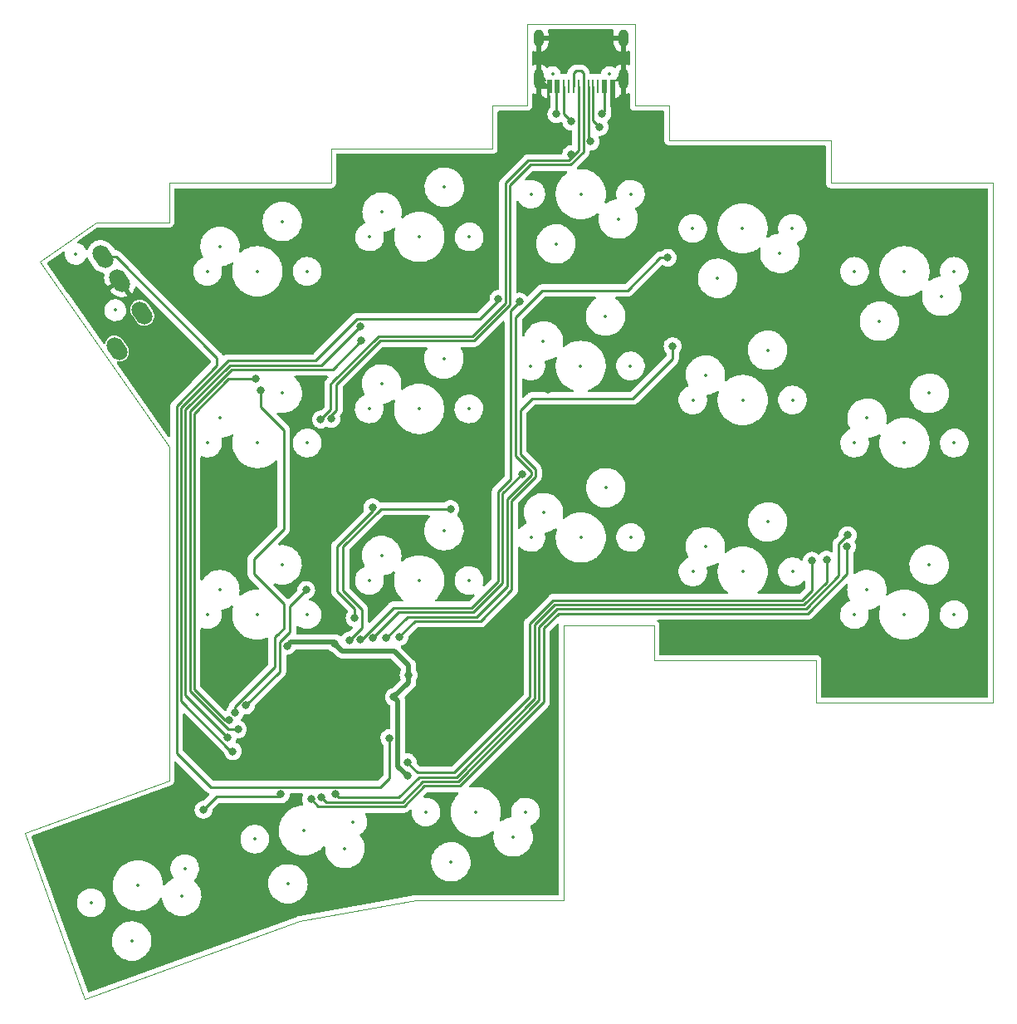
<source format=gtl>
%TF.GenerationSoftware,KiCad,Pcbnew,(6.0.6)*%
%TF.CreationDate,2022-11-13T11:43:20+09:00*%
%TF.ProjectId,split-mini__right,73706c69-742d-46d6-996e-695f5f726967,rev?*%
%TF.SameCoordinates,Original*%
%TF.FileFunction,Copper,L1,Top*%
%TF.FilePolarity,Positive*%
%FSLAX46Y46*%
G04 Gerber Fmt 4.6, Leading zero omitted, Abs format (unit mm)*
G04 Created by KiCad (PCBNEW (6.0.6)) date 2022-11-13 11:43:20*
%MOMM*%
%LPD*%
G01*
G04 APERTURE LIST*
G04 Aperture macros list*
%AMHorizOval*
0 Thick line with rounded ends*
0 $1 width*
0 $2 $3 position (X,Y) of the first rounded end (center of the circle)*
0 $4 $5 position (X,Y) of the second rounded end (center of the circle)*
0 Add line between two ends*
20,1,$1,$2,$3,$4,$5,0*
0 Add two circle primitives to create the rounded ends*
1,1,$1,$2,$3*
1,1,$1,$4,$5*%
G04 Aperture macros list end*
%TA.AperFunction,Profile*%
%ADD10C,0.100000*%
%TD*%
%TA.AperFunction,SMDPad,CuDef*%
%ADD11R,0.580000X1.400000*%
%TD*%
%TA.AperFunction,SMDPad,CuDef*%
%ADD12R,0.280000X1.400000*%
%TD*%
%TA.AperFunction,ComponentPad*%
%ADD13O,1.000000X1.800000*%
%TD*%
%TA.AperFunction,ComponentPad*%
%ADD14O,1.000000X2.100000*%
%TD*%
%TA.AperFunction,ComponentPad*%
%ADD15HorizOval,1.700000X-0.229431X0.327661X0.229431X-0.327661X0*%
%TD*%
%TA.AperFunction,ViaPad*%
%ADD16C,0.800000*%
%TD*%
%TA.AperFunction,Conductor*%
%ADD17C,0.250000*%
%TD*%
%TA.AperFunction,Conductor*%
%ADD18C,0.500000*%
%TD*%
%ADD19C,0.350000*%
%ADD20O,0.600000X1.400000*%
%ADD21O,0.600000X1.700000*%
%ADD22HorizOval,1.000000X-0.143394X0.204788X0.143394X-0.204788X0*%
G04 APERTURE END LIST*
D10*
X31862559Y-92361502D02*
X17138087Y-97720772D01*
X99362559Y-27072346D02*
X82862559Y-27072346D01*
X99362559Y-31447346D02*
X99362559Y-27072346D01*
X31862559Y-35447346D02*
X24406065Y-35447346D01*
X31862559Y-58300450D02*
X18672001Y-39462381D01*
X97862559Y-80072346D02*
X97862559Y-84447346D01*
X23294449Y-114635239D02*
X45197576Y-106663153D01*
X81362559Y-80072346D02*
X97862559Y-80072346D01*
X17138087Y-97720772D02*
X23294449Y-114635239D01*
X48362559Y-27947346D02*
X64862559Y-27947346D01*
X115862559Y-31447346D02*
X99362559Y-31447346D01*
X72137559Y-104572346D02*
X72137559Y-76572346D01*
X57055130Y-104572346D02*
X72137559Y-104572346D01*
X97862559Y-84447346D02*
X115862559Y-84447346D01*
X82862559Y-27072346D02*
X82862559Y-23572346D01*
X31862559Y-58300450D02*
X31862559Y-92361502D01*
X64862559Y-23572346D02*
X68362559Y-23572346D01*
X45197576Y-106663153D02*
X57055130Y-104572346D01*
X68362559Y-15272346D02*
X68362559Y-23572346D01*
X115862559Y-84447346D02*
X115862559Y-31447346D01*
X48362559Y-31447346D02*
X48362559Y-27947346D01*
X18672001Y-39462381D02*
X24406065Y-35447346D01*
X79362559Y-15272346D02*
X79362559Y-23572346D01*
X79362559Y-23572346D02*
X82862559Y-23572346D01*
X68362559Y-15272346D02*
X79362559Y-15272346D01*
X31862559Y-31447346D02*
X31862559Y-35447346D01*
X64862559Y-27947346D02*
X64862559Y-23572346D01*
X48362559Y-31447346D02*
X31862559Y-31447346D01*
X81362559Y-76572346D02*
X81362559Y-80072346D01*
X72137559Y-76572346D02*
X81362559Y-76572346D01*
D11*
%TO.P,J1,A1,GND*%
%TO.N,GND*%
X77060000Y-21550000D03*
%TO.P,J1,A4,VBUS*%
%TO.N,Net-(F1-Pad1)*%
X76260000Y-21550000D03*
D12*
%TO.P,J1,A5,CC1*%
%TO.N,Net-(J1-PadA5)*%
X75110000Y-21550000D03*
%TO.P,J1,A6,D+*%
%TO.N,Net-(J1-PadA6)*%
X74110000Y-21550000D03*
%TO.P,J1,A7,D-*%
%TO.N,Net-(J1-PadA7)*%
X73610000Y-21550000D03*
%TO.P,J1,A8,SBU1*%
%TO.N,unconnected-(J1-PadA8)*%
X72610000Y-21550000D03*
D11*
%TO.P,J1,A9,VBUS*%
%TO.N,Net-(F1-Pad1)*%
X71460000Y-21550000D03*
%TO.P,J1,A12,GND*%
%TO.N,GND*%
X70660000Y-21550000D03*
%TO.P,J1,B1,GND*%
X70660000Y-21550000D03*
%TO.P,J1,B4,VBUS*%
%TO.N,Net-(F1-Pad1)*%
X71460000Y-21550000D03*
D12*
%TO.P,J1,B5,CC2*%
%TO.N,Net-(J1-PadB5)*%
X72110000Y-21550000D03*
%TO.P,J1,B6,D+*%
%TO.N,Net-(J1-PadA6)*%
X73110000Y-21550000D03*
%TO.P,J1,B7,D-*%
%TO.N,Net-(J1-PadA7)*%
X74610000Y-21550000D03*
%TO.P,J1,B8,SBU2*%
%TO.N,unconnected-(J1-PadB8)*%
X75610000Y-21550000D03*
D11*
%TO.P,J1,B9,VBUS*%
%TO.N,Net-(F1-Pad1)*%
X76260000Y-21550000D03*
%TO.P,J1,B12,GND*%
%TO.N,GND*%
X77060000Y-21550000D03*
D13*
%TO.P,J1,S1,SHIELD*%
X69540000Y-16670000D03*
D14*
X78180000Y-20850000D03*
X69540000Y-20850000D03*
D13*
X78180000Y-16670000D03*
%TD*%
D15*
%TO.P,J2,A*%
%TO.N,unconnected-(J2-PadA)*%
X26542185Y-48304172D03*
%TO.P,J2,B*%
%TO.N,SCL*%
X25107224Y-38932358D03*
%TO.P,J2,C*%
%TO.N,GND*%
X26827953Y-41389814D03*
%TO.P,J2,D*%
%TO.N,VCC*%
X29122259Y-44666423D03*
%TD*%
D16*
%TO.N,Net-(C1-Pad1)*%
X52590000Y-64500000D03*
X50786478Y-75789500D03*
%TO.N,GND*%
X44500000Y-85750000D03*
X70500000Y-52500000D03*
X57787701Y-88552299D03*
X78900000Y-24850000D03*
X37250000Y-78250000D03*
X58072299Y-86787701D03*
X40500000Y-80250000D03*
X60710000Y-81380000D03*
X39000000Y-63500000D03*
X61250000Y-59000000D03*
X23500000Y-99000000D03*
%TO.N,VCC*%
X43879057Y-78620943D03*
X54779652Y-83850500D03*
X48752299Y-78362299D03*
X56290000Y-81600000D03*
X56170000Y-91890000D03*
%TO.N,Net-(F1-Pad1)*%
X71350000Y-24400000D03*
X76020000Y-24400000D03*
%TO.N,Net-(J1-PadA5)*%
X75770000Y-25720000D03*
%TO.N,Net-(J1-PadA6)*%
X48403097Y-55491502D03*
%TO.N,Net-(J1-PadA7)*%
X74847343Y-27204500D03*
X47330000Y-55540000D03*
X72877701Y-28487701D03*
%TO.N,Net-(J1-PadB5)*%
X72885500Y-25170000D03*
%TO.N,SCL*%
X54330500Y-88010000D03*
%TO.N,/col0*%
X37959906Y-86203893D03*
X40682701Y-51422701D03*
%TO.N,/col1*%
X37840000Y-87980000D03*
X51320000Y-46050000D03*
%TO.N,/col2*%
X65445500Y-43239503D03*
X38360000Y-89360000D03*
%TO.N,/col3*%
X54010000Y-77840000D03*
X82705000Y-39045000D03*
%TO.N,/col4*%
X98915500Y-69842701D03*
X48820000Y-93760000D03*
%TO.N,/col5*%
X38580000Y-85420000D03*
X41200000Y-52560000D03*
%TO.N,/col6*%
X51470000Y-47500000D03*
X38880000Y-87130000D03*
%TO.N,/col7*%
X67610000Y-43530000D03*
X51392299Y-77952299D03*
%TO.N,/col8*%
X83210000Y-48070000D03*
X55360000Y-77700000D03*
%TO.N,/col9*%
X47420000Y-94090000D03*
X101057785Y-67331717D03*
%TO.N,/col10*%
X39700000Y-84700000D03*
X45840000Y-72930000D03*
%TO.N,/col11*%
X50260000Y-78060000D03*
X60550000Y-64670000D03*
%TO.N,/col12*%
X67862701Y-61102701D03*
X52652299Y-77832299D03*
%TO.N,/col13*%
X97410000Y-69940000D03*
X56205500Y-90490000D03*
%TO.N,/col14*%
X101005000Y-68495000D03*
X46327549Y-94252950D03*
%TO.N,/col15*%
X35366953Y-95330000D03*
X43250000Y-93759500D03*
%TD*%
D17*
%TO.N,Net-(C1-Pad1)*%
X49030000Y-73084064D02*
X49030000Y-68448909D01*
X50786478Y-74840542D02*
X49030000Y-73084064D01*
X52590000Y-64888909D02*
X52590000Y-64500000D01*
X49030000Y-68448909D02*
X52590000Y-64888909D01*
X50786478Y-75789500D02*
X50786478Y-74840542D01*
D18*
%TO.N,GND*%
X77060000Y-23610000D02*
X78300000Y-24850000D01*
X60710000Y-81380000D02*
X60710000Y-84150000D01*
X60710000Y-84150000D02*
X58072299Y-86787701D01*
X70660000Y-21550000D02*
X70240000Y-21550000D01*
X57787701Y-87072299D02*
X58072299Y-86787701D01*
X70240000Y-21550000D02*
X69540000Y-20850000D01*
X77060000Y-21550000D02*
X77060000Y-23610000D01*
X78300000Y-24850000D02*
X78900000Y-24850000D01*
X57787701Y-88552299D02*
X57787701Y-87072299D01*
%TO.N,VCC*%
X54800000Y-79130000D02*
X56290000Y-80620000D01*
X48610000Y-78220000D02*
X44280000Y-78220000D01*
X55180000Y-84250848D02*
X54779652Y-83850500D01*
X49520000Y-79130000D02*
X54800000Y-79130000D01*
X55180000Y-90900000D02*
X55180000Y-84250848D01*
X56290000Y-81600000D02*
X56290000Y-82340152D01*
X56290000Y-80620000D02*
X56290000Y-81600000D01*
X48752299Y-78362299D02*
X49520000Y-79130000D01*
X56170000Y-91890000D02*
X55180000Y-90900000D01*
X56290000Y-82340152D02*
X54779652Y-83850500D01*
X48752299Y-78362299D02*
X48610000Y-78220000D01*
X44280000Y-78220000D02*
X43879057Y-78620943D01*
D17*
%TO.N,Net-(F1-Pad1)*%
X71350000Y-21660000D02*
X71460000Y-21550000D01*
X76260000Y-24160000D02*
X76020000Y-24400000D01*
X71350000Y-24400000D02*
X71350000Y-21660000D01*
X76260000Y-21550000D02*
X76260000Y-24160000D01*
%TO.N,Net-(J1-PadA5)*%
X75110000Y-25060000D02*
X75770000Y-25720000D01*
X75110000Y-21550000D02*
X75110000Y-25060000D01*
%TO.N,Net-(J1-PadA6)*%
X62975001Y-47504999D02*
X66620000Y-43860000D01*
X74110000Y-28280000D02*
X74110000Y-21550000D01*
X68686396Y-29580000D02*
X72810000Y-29580000D01*
X48940000Y-54566396D02*
X48940000Y-51950000D01*
X48403097Y-55103299D02*
X48940000Y-54566396D01*
X74110000Y-20220000D02*
X74110000Y-21550000D01*
X73110000Y-21550000D02*
X73110000Y-20250000D01*
X72810000Y-29580000D02*
X74110000Y-28280000D01*
X73110000Y-20250000D02*
X73360000Y-20000000D01*
X53385001Y-47504999D02*
X62975001Y-47504999D01*
X73360000Y-20000000D02*
X73890000Y-20000000D01*
X48403097Y-55491502D02*
X48403097Y-55103299D01*
X66620000Y-31646396D02*
X68686396Y-29580000D01*
X66620000Y-43860000D02*
X66620000Y-31646396D01*
X73890000Y-20000000D02*
X74110000Y-20220000D01*
X48940000Y-51950000D02*
X53385001Y-47504999D01*
%TO.N,Net-(J1-PadA7)*%
X48490000Y-51763604D02*
X53198605Y-47054999D01*
X62788605Y-47054999D02*
X66170000Y-43673604D01*
X48355500Y-51914500D02*
X48490000Y-51780000D01*
X72235402Y-29130000D02*
X72050000Y-29130000D01*
X48355500Y-54514500D02*
X48355500Y-51914500D01*
X66170000Y-43673604D02*
X66170000Y-31460000D01*
X48490000Y-51780000D02*
X48490000Y-51763604D01*
X53198605Y-47054999D02*
X62788605Y-47054999D01*
X74610000Y-26967157D02*
X74610000Y-21550000D01*
X72050000Y-29130000D02*
X72623604Y-29130000D01*
X68500000Y-29130000D02*
X72050000Y-29130000D01*
X66200000Y-31430000D02*
X66285000Y-31345000D01*
X66285000Y-31345000D02*
X68500000Y-29130000D01*
X47330000Y-55540000D02*
X48355500Y-54514500D01*
X66170000Y-31460000D02*
X66285000Y-31345000D01*
X73610000Y-28143604D02*
X73610000Y-21550000D01*
X72623604Y-29130000D02*
X73610000Y-28143604D01*
X74847343Y-27204500D02*
X74610000Y-26967157D01*
%TO.N,Net-(J1-PadB5)*%
X72110000Y-24394500D02*
X72110000Y-21550000D01*
X72885500Y-25170000D02*
X72110000Y-24394500D01*
%TO.N,SCL*%
X36125000Y-93035000D02*
X32630000Y-89540000D01*
X32630000Y-89540000D02*
X32630000Y-54164416D01*
X53405000Y-93035000D02*
X36125000Y-93035000D01*
X36750000Y-49245703D02*
X26436655Y-38932358D01*
X36750000Y-50044416D02*
X36750000Y-49245703D01*
X32630000Y-54164416D02*
X36750000Y-50044416D01*
X26436655Y-38932358D02*
X25107224Y-38932358D01*
X54330500Y-92109500D02*
X53405000Y-93035000D01*
X54330500Y-88010000D02*
X54330500Y-92109500D01*
%TO.N,/col0*%
X40682701Y-51422701D02*
X37917299Y-51422701D01*
X37917299Y-51422701D02*
X34430000Y-54910000D01*
X34430000Y-54910000D02*
X34430000Y-83062896D01*
X37570997Y-86203893D02*
X37959906Y-86203893D01*
X34430000Y-83062896D02*
X37570997Y-86203893D01*
%TO.N,/col1*%
X33530000Y-54537208D02*
X33530000Y-83670000D01*
X51320000Y-46050000D02*
X47380000Y-49990000D01*
X33530000Y-83670000D02*
X37840000Y-87980000D01*
X47380000Y-49990000D02*
X38077208Y-49990000D01*
X38077208Y-49990000D02*
X33530000Y-54537208D01*
%TO.N,/col2*%
X51019695Y-45325000D02*
X46804695Y-49540000D01*
X33080000Y-54350812D02*
X33080000Y-84245305D01*
X65445500Y-43239503D02*
X65445500Y-43404500D01*
X46804695Y-49540000D02*
X37890812Y-49540000D01*
X37890812Y-49540000D02*
X33080000Y-54350812D01*
X38194695Y-89360000D02*
X38360000Y-89360000D01*
X65445500Y-43404500D02*
X63525000Y-45325000D01*
X63525000Y-45325000D02*
X51019695Y-45325000D01*
X33080000Y-84245305D02*
X38194695Y-89360000D01*
%TO.N,/col3*%
X66347333Y-63642667D02*
X66347333Y-72512667D01*
X82705000Y-39045000D02*
X81965000Y-39045000D01*
X67220000Y-59280000D02*
X68780000Y-60840000D01*
X68780000Y-60840000D02*
X68780000Y-61210000D01*
X63210000Y-75650000D02*
X56200000Y-75650000D01*
X67220000Y-45090000D02*
X67220000Y-59280000D01*
X56200000Y-75650000D02*
X54010000Y-77840000D01*
X69910000Y-42400000D02*
X67220000Y-45090000D01*
X66347333Y-72512667D02*
X63210000Y-75650000D01*
X78610000Y-42400000D02*
X69910000Y-42400000D01*
X81965000Y-39045000D02*
X78610000Y-42400000D01*
X68780000Y-61210000D02*
X66347333Y-63642667D01*
%TO.N,/col4*%
X96607208Y-74410000D02*
X71207208Y-74410000D01*
X49136802Y-94076802D02*
X48820000Y-93760000D01*
X69141802Y-76475406D02*
X69141802Y-83995406D01*
X57366802Y-91990000D02*
X55280000Y-94076802D01*
X61147208Y-91990000D02*
X57366802Y-91990000D01*
X98915500Y-69842701D02*
X98915500Y-72101708D01*
X55280000Y-94076802D02*
X49136802Y-94076802D01*
X71207208Y-74410000D02*
X69141802Y-76475406D01*
X98915500Y-72101708D02*
X96607208Y-74410000D01*
X69141802Y-83995406D02*
X61147208Y-91990000D01*
%TO.N,/col5*%
X43550000Y-56620000D02*
X43550000Y-66700000D01*
X42940000Y-77430000D02*
X42890000Y-77430000D01*
X43570000Y-74370000D02*
X43570000Y-76800000D01*
X43570000Y-76800000D02*
X42940000Y-77430000D01*
X41200000Y-52560000D02*
X41200000Y-54270000D01*
X42640000Y-77680000D02*
X42640000Y-80734695D01*
X42640000Y-80734695D02*
X38580000Y-84794695D01*
X40510000Y-69740000D02*
X40510000Y-71310000D01*
X38580000Y-84794695D02*
X38580000Y-85420000D01*
X40510000Y-71310000D02*
X43570000Y-74370000D01*
X41200000Y-54270000D02*
X43550000Y-56620000D01*
X42890000Y-77430000D02*
X42640000Y-77680000D01*
X43550000Y-66700000D02*
X40510000Y-69740000D01*
%TO.N,/col6*%
X38263604Y-50440000D02*
X48530000Y-50440000D01*
X33980000Y-54723604D02*
X38263604Y-50440000D01*
X33980000Y-83249292D02*
X33980000Y-54723604D01*
X38880000Y-87130000D02*
X37860708Y-87130000D01*
X48530000Y-50440000D02*
X51470000Y-47500000D01*
X37860708Y-87130000D02*
X33980000Y-83249292D01*
%TO.N,/col7*%
X51507701Y-77952299D02*
X54710000Y-74750000D01*
X66710000Y-44430000D02*
X67610000Y-43530000D01*
X65410000Y-62919006D02*
X66710000Y-61619006D01*
X66710000Y-61619006D02*
X66710000Y-44430000D01*
X51392299Y-77952299D02*
X51507701Y-77952299D01*
X62690000Y-74750000D02*
X65410000Y-72030000D01*
X54710000Y-74750000D02*
X62690000Y-74750000D01*
X65410000Y-72030000D02*
X65410000Y-62919006D01*
%TO.N,/col8*%
X66797333Y-63829063D02*
X69230000Y-61396396D01*
X69230000Y-60653604D02*
X67670000Y-59093604D01*
X83210000Y-49340000D02*
X83210000Y-48070000D01*
X68860000Y-53390000D02*
X79160000Y-53390000D01*
X67670000Y-59093604D02*
X67670000Y-54580000D01*
X56930000Y-76100000D02*
X63610000Y-76100000D01*
X55360000Y-77670000D02*
X56930000Y-76100000D01*
X63610000Y-76100000D02*
X66797333Y-72912667D01*
X79160000Y-53390000D02*
X83210000Y-49340000D01*
X66797333Y-72912667D02*
X66797333Y-63829063D01*
X67670000Y-54580000D02*
X68860000Y-53390000D01*
X55360000Y-77700000D02*
X55360000Y-77670000D01*
X69230000Y-61396396D02*
X69230000Y-60653604D01*
%TO.N,/col9*%
X57733604Y-92440000D02*
X55646802Y-94526802D01*
X61333604Y-92440000D02*
X57733604Y-92440000D01*
X55646802Y-94526802D02*
X47856802Y-94526802D01*
X71393604Y-74860000D02*
X69591802Y-76661802D01*
X69591802Y-76661802D02*
X69591802Y-84181802D01*
X100170000Y-68219502D02*
X100170000Y-71483604D01*
X47856802Y-94526802D02*
X47420000Y-94090000D01*
X69591802Y-84181802D02*
X61333604Y-92440000D01*
X100170000Y-71483604D02*
X96793604Y-74860000D01*
X101057785Y-67331717D02*
X100170000Y-68219502D01*
X96793604Y-74860000D02*
X71393604Y-74860000D01*
%TO.N,/col10*%
X44200000Y-77170000D02*
X43154057Y-78215943D01*
X44200000Y-74570000D02*
X44200000Y-77170000D01*
X45840000Y-72930000D02*
X44200000Y-74570000D01*
X43154057Y-81245943D02*
X39700000Y-84700000D01*
X43154057Y-78215943D02*
X43154057Y-81245943D01*
%TO.N,/col11*%
X51511478Y-76808522D02*
X51511478Y-74929146D01*
X49600000Y-73017668D02*
X49600000Y-68515305D01*
X49600000Y-68515305D02*
X53445305Y-64670000D01*
X50260000Y-78060000D02*
X51511478Y-76808522D01*
X51511478Y-74929146D02*
X49600000Y-73017668D01*
X53445305Y-64670000D02*
X60550000Y-64670000D01*
%TO.N,/col12*%
X65860000Y-72216396D02*
X62876396Y-75200000D01*
X67862701Y-61102701D02*
X65860000Y-63105402D01*
X55284598Y-75200000D02*
X52652299Y-77832299D01*
X65860000Y-63105402D02*
X65860000Y-72216396D01*
X62876396Y-75200000D02*
X55284598Y-75200000D01*
%TO.N,/col13*%
X97410000Y-72970812D02*
X97410000Y-69940000D01*
X56205500Y-90490000D02*
X56205500Y-90565094D01*
X71020812Y-73960000D02*
X96420812Y-73960000D01*
X57180406Y-91540000D02*
X60960812Y-91540000D01*
X68660000Y-83840812D02*
X68660000Y-76320812D01*
X60960812Y-91540000D02*
X68660000Y-83840812D01*
X68660000Y-76320812D02*
X71020812Y-73960000D01*
X56205500Y-90565094D02*
X57180406Y-91540000D01*
X96420812Y-73960000D02*
X97410000Y-72970812D01*
%TO.N,/col14*%
X61520000Y-92890000D02*
X70070000Y-84340000D01*
X96980000Y-75310000D02*
X101005000Y-71285000D01*
X47074599Y-95000000D02*
X55810000Y-95000000D01*
X101005000Y-71285000D02*
X101005000Y-68495000D01*
X71580000Y-75310000D02*
X96980000Y-75310000D01*
X70070000Y-84340000D02*
X70070000Y-76820000D01*
X57920000Y-92890000D02*
X61520000Y-92890000D01*
X70070000Y-76820000D02*
X71580000Y-75310000D01*
X46327549Y-94252950D02*
X47074599Y-95000000D01*
X55810000Y-95000000D02*
X57920000Y-92890000D01*
%TO.N,/col15*%
X43250000Y-93759500D02*
X43029500Y-93980000D01*
X43029500Y-93980000D02*
X36716953Y-93980000D01*
X36716953Y-93980000D02*
X35366953Y-95330000D01*
%TD*%
%TA.AperFunction,Conductor*%
%TO.N,GND*%
G36*
X71554908Y-76335162D02*
G01*
X71611744Y-76377709D01*
X71636555Y-76444229D01*
X71632747Y-76478841D01*
X71633371Y-76478934D01*
X71632043Y-76487817D01*
X71629473Y-76496412D01*
X71629418Y-76505383D01*
X71629418Y-76505384D01*
X71629263Y-76530843D01*
X71629230Y-76531635D01*
X71629059Y-76532732D01*
X71629059Y-76563723D01*
X71629057Y-76564493D01*
X71628583Y-76642067D01*
X71628967Y-76643411D01*
X71629059Y-76644756D01*
X71629059Y-103937846D01*
X71609057Y-104005967D01*
X71555401Y-104052460D01*
X71503059Y-104063846D01*
X57126400Y-104063846D01*
X57121885Y-104063570D01*
X57117738Y-104062447D01*
X57108763Y-104062627D01*
X57049255Y-104063821D01*
X57046728Y-104063846D01*
X57018617Y-104063846D01*
X57014800Y-104064393D01*
X57011004Y-104064566D01*
X57010713Y-104064594D01*
X57005842Y-104064692D01*
X56978137Y-104069578D01*
X56974175Y-104070211D01*
X56910943Y-104079266D01*
X56904805Y-104082057D01*
X56896947Y-104083893D01*
X45179467Y-106150002D01*
X45174972Y-106150514D01*
X45170690Y-106150128D01*
X45161887Y-106151863D01*
X45161886Y-106151863D01*
X45103440Y-106163382D01*
X45100963Y-106163844D01*
X45073318Y-106168719D01*
X45069660Y-106169918D01*
X45065939Y-106170751D01*
X45065658Y-106170829D01*
X45060884Y-106171770D01*
X45035674Y-106180946D01*
X45034451Y-106181391D01*
X45030605Y-106182721D01*
X44995768Y-106194141D01*
X44969957Y-106202602D01*
X44964398Y-106206416D01*
X44956969Y-106209592D01*
X23716768Y-113940393D01*
X23645914Y-113944896D01*
X23583874Y-113910378D01*
X23555272Y-113865087D01*
X21654261Y-108642103D01*
X26028465Y-108642103D01*
X26038268Y-108922828D01*
X26039030Y-108927151D01*
X26039031Y-108927158D01*
X26062807Y-109061994D01*
X26087045Y-109199457D01*
X26173846Y-109466605D01*
X26296983Y-109719072D01*
X26299438Y-109722711D01*
X26299441Y-109722717D01*
X26372533Y-109831080D01*
X26454058Y-109951946D01*
X26642014Y-110160692D01*
X26857193Y-110341249D01*
X27095407Y-110490101D01*
X27352018Y-110604352D01*
X27622033Y-110681777D01*
X27626383Y-110682388D01*
X27626386Y-110682389D01*
X27729333Y-110696857D01*
X27900195Y-110720870D01*
X28110789Y-110720870D01*
X28112975Y-110720717D01*
X28112979Y-110720717D01*
X28316470Y-110706488D01*
X28316475Y-110706487D01*
X28320855Y-110706181D01*
X28595613Y-110647779D01*
X28599742Y-110646276D01*
X28599746Y-110646275D01*
X28855424Y-110553216D01*
X28855428Y-110553214D01*
X28859569Y-110551707D01*
X29107585Y-110419834D01*
X29212539Y-110343581D01*
X29331272Y-110257317D01*
X29331275Y-110257314D01*
X29334835Y-110254728D01*
X29536895Y-110059601D01*
X29709831Y-109838252D01*
X29712027Y-109834448D01*
X29712032Y-109834441D01*
X29848078Y-109598801D01*
X29850279Y-109594989D01*
X29955505Y-109334546D01*
X29989187Y-109199457D01*
X30022396Y-109066263D01*
X30022397Y-109066258D01*
X30023460Y-109061994D01*
X30052821Y-108782637D01*
X30043018Y-108501912D01*
X30019251Y-108367119D01*
X29995003Y-108229606D01*
X29994241Y-108225283D01*
X29907440Y-107958135D01*
X29784303Y-107705668D01*
X29781848Y-107702029D01*
X29781845Y-107702023D01*
X29701578Y-107583023D01*
X29627228Y-107472794D01*
X29439272Y-107264048D01*
X29224093Y-107083491D01*
X28985879Y-106934639D01*
X28729268Y-106820388D01*
X28459253Y-106742963D01*
X28454903Y-106742352D01*
X28454900Y-106742351D01*
X28351953Y-106727883D01*
X28181091Y-106703870D01*
X27970497Y-106703870D01*
X27968311Y-106704023D01*
X27968307Y-106704023D01*
X27764816Y-106718252D01*
X27764811Y-106718253D01*
X27760431Y-106718559D01*
X27485673Y-106776961D01*
X27481544Y-106778464D01*
X27481540Y-106778465D01*
X27225862Y-106871524D01*
X27225858Y-106871526D01*
X27221717Y-106873033D01*
X26973701Y-107004906D01*
X26970142Y-107007492D01*
X26970140Y-107007493D01*
X26865538Y-107083491D01*
X26746451Y-107170012D01*
X26544391Y-107365139D01*
X26371455Y-107586488D01*
X26369259Y-107590292D01*
X26369254Y-107590299D01*
X26255437Y-107787437D01*
X26231007Y-107829751D01*
X26125781Y-108090194D01*
X26124716Y-108094467D01*
X26124715Y-108094469D01*
X26091022Y-108229606D01*
X26057826Y-108362746D01*
X26028465Y-108642103D01*
X21654261Y-108642103D01*
X20295723Y-104909551D01*
X22456427Y-104909551D01*
X22492704Y-105146625D01*
X22567215Y-105374591D01*
X22569605Y-105379182D01*
X22632996Y-105500954D01*
X22677958Y-105587326D01*
X22681061Y-105591459D01*
X22681063Y-105591462D01*
X22818854Y-105774982D01*
X22821959Y-105779117D01*
X22825697Y-105782689D01*
X22981371Y-105931454D01*
X22995351Y-105944814D01*
X22999623Y-105947728D01*
X22999624Y-105947729D01*
X23066077Y-105993060D01*
X23193478Y-106079967D01*
X23325431Y-106141218D01*
X23387921Y-106170225D01*
X23411017Y-106180946D01*
X23642129Y-106245038D01*
X23745840Y-106256122D01*
X23834583Y-106265606D01*
X23834591Y-106265606D01*
X23837918Y-106265962D01*
X23977164Y-106265962D01*
X23979737Y-106265750D01*
X23979748Y-106265750D01*
X24150237Y-106251733D01*
X24150243Y-106251732D01*
X24155388Y-106251309D01*
X24271692Y-106222096D01*
X24382986Y-106194141D01*
X24382990Y-106194140D01*
X24387997Y-106192882D01*
X24392727Y-106190826D01*
X24392734Y-106190823D01*
X24603202Y-106099309D01*
X24603205Y-106099307D01*
X24607939Y-106097249D01*
X24612273Y-106094445D01*
X24612277Y-106094443D01*
X24804965Y-105969787D01*
X24804968Y-105969785D01*
X24809308Y-105966977D01*
X24830462Y-105947729D01*
X24982874Y-105809044D01*
X24982875Y-105809042D01*
X24986696Y-105805566D01*
X24989895Y-105801515D01*
X24989899Y-105801511D01*
X25132135Y-105621408D01*
X25135340Y-105617350D01*
X25251248Y-105407384D01*
X25331306Y-105181307D01*
X25332214Y-105176211D01*
X25372459Y-104950278D01*
X25372460Y-104950272D01*
X25373365Y-104945189D01*
X25374903Y-104819299D01*
X25376232Y-104710543D01*
X25376232Y-104710541D01*
X25376295Y-104705373D01*
X25340018Y-104468299D01*
X25265507Y-104240333D01*
X25154764Y-104027598D01*
X25143982Y-104013237D01*
X25013868Y-103839942D01*
X25013866Y-103839939D01*
X25010763Y-103835807D01*
X24837371Y-103670110D01*
X24832279Y-103666636D01*
X24643523Y-103537876D01*
X24643524Y-103537876D01*
X24639244Y-103534957D01*
X24421705Y-103433978D01*
X24190593Y-103369886D01*
X24086882Y-103358802D01*
X23998139Y-103349318D01*
X23998131Y-103349318D01*
X23994804Y-103348962D01*
X23855558Y-103348962D01*
X23852985Y-103349174D01*
X23852974Y-103349174D01*
X23682485Y-103363191D01*
X23682479Y-103363192D01*
X23677334Y-103363615D01*
X23561030Y-103392828D01*
X23449736Y-103420783D01*
X23449732Y-103420784D01*
X23444725Y-103422042D01*
X23439995Y-103424098D01*
X23439988Y-103424101D01*
X23229520Y-103515615D01*
X23229517Y-103515617D01*
X23224783Y-103517675D01*
X23220449Y-103520479D01*
X23220445Y-103520481D01*
X23027757Y-103645137D01*
X23027754Y-103645139D01*
X23023414Y-103647947D01*
X23019591Y-103651426D01*
X23019588Y-103651428D01*
X22849848Y-103805880D01*
X22846026Y-103809358D01*
X22842827Y-103813409D01*
X22842823Y-103813413D01*
X22744552Y-103937846D01*
X22697382Y-103997574D01*
X22581474Y-104207540D01*
X22538107Y-104330004D01*
X22526005Y-104364181D01*
X22501416Y-104433617D01*
X22500509Y-104438710D01*
X22500508Y-104438713D01*
X22461217Y-104659294D01*
X22459357Y-104669735D01*
X22458922Y-104705373D01*
X22456498Y-104903769D01*
X22456427Y-104909551D01*
X20295723Y-104909551D01*
X19684768Y-103230967D01*
X26131500Y-103230967D01*
X26146406Y-103348962D01*
X26170272Y-103537876D01*
X26171849Y-103550363D01*
X26172835Y-103554202D01*
X26250925Y-103858345D01*
X26250928Y-103858353D01*
X26251911Y-103862183D01*
X26370422Y-104161510D01*
X26525516Y-104443624D01*
X26547158Y-104473411D01*
X26671816Y-104644988D01*
X26714744Y-104704074D01*
X26935123Y-104938754D01*
X27183178Y-105143963D01*
X27372413Y-105264055D01*
X27396916Y-105279605D01*
X27454996Y-105316464D01*
X27458575Y-105318148D01*
X27458582Y-105318152D01*
X27742701Y-105451848D01*
X27742705Y-105451850D01*
X27746291Y-105453537D01*
X28052469Y-105553020D01*
X28368701Y-105613345D01*
X28609588Y-105628500D01*
X28770412Y-105628500D01*
X29011299Y-105613345D01*
X29327531Y-105553020D01*
X29633709Y-105453537D01*
X29637295Y-105451850D01*
X29637299Y-105451848D01*
X29921418Y-105318152D01*
X29921425Y-105318148D01*
X29925004Y-105316464D01*
X29983085Y-105279605D01*
X30007587Y-105264055D01*
X30196822Y-105143963D01*
X30444877Y-104938754D01*
X30665256Y-104704074D01*
X30708185Y-104644988D01*
X30832842Y-104473411D01*
X30854484Y-104443624D01*
X30856390Y-104440157D01*
X30856397Y-104440146D01*
X30906315Y-104349346D01*
X30956660Y-104299288D01*
X31026077Y-104284395D01*
X31092526Y-104309396D01*
X31134910Y-104366354D01*
X31140814Y-104388166D01*
X31149727Y-104438713D01*
X31176642Y-104591354D01*
X31185362Y-104640810D01*
X31272163Y-104907958D01*
X31274091Y-104911911D01*
X31274093Y-104911916D01*
X31319561Y-105005138D01*
X31395300Y-105160425D01*
X31397755Y-105164064D01*
X31397758Y-105164070D01*
X31409385Y-105181307D01*
X31552375Y-105393299D01*
X31555320Y-105396570D01*
X31555321Y-105396571D01*
X31646186Y-105497487D01*
X31740331Y-105602045D01*
X31743693Y-105604866D01*
X31743694Y-105604867D01*
X31758571Y-105617350D01*
X31955510Y-105782602D01*
X32193724Y-105931454D01*
X32450335Y-106045705D01*
X32720350Y-106123130D01*
X32724700Y-106123741D01*
X32724703Y-106123742D01*
X32827650Y-106138210D01*
X32998512Y-106162223D01*
X33209106Y-106162223D01*
X33211292Y-106162070D01*
X33211296Y-106162070D01*
X33414787Y-106147841D01*
X33414792Y-106147840D01*
X33419172Y-106147534D01*
X33693930Y-106089132D01*
X33698059Y-106087629D01*
X33698063Y-106087628D01*
X33953741Y-105994569D01*
X33953745Y-105994567D01*
X33957886Y-105993060D01*
X34205902Y-105861187D01*
X34282458Y-105805566D01*
X34429589Y-105698670D01*
X34429592Y-105698667D01*
X34433152Y-105696081D01*
X34635212Y-105500954D01*
X34808148Y-105279605D01*
X34810344Y-105275801D01*
X34810349Y-105275794D01*
X34946395Y-105040154D01*
X34948596Y-105036342D01*
X35053822Y-104775899D01*
X35059218Y-104754258D01*
X35120713Y-104507616D01*
X35120714Y-104507611D01*
X35121777Y-104503347D01*
X35124924Y-104473411D01*
X35150679Y-104228359D01*
X35150679Y-104228356D01*
X35151138Y-104223990D01*
X35150564Y-104207540D01*
X35141489Y-103947662D01*
X35141488Y-103947656D01*
X35141335Y-103943265D01*
X35140380Y-103937846D01*
X35093320Y-103670959D01*
X35092558Y-103666636D01*
X35005757Y-103399488D01*
X34991852Y-103370977D01*
X34925481Y-103234898D01*
X34882620Y-103147021D01*
X34880165Y-103143382D01*
X34880162Y-103143376D01*
X34798763Y-103022698D01*
X34725545Y-102914147D01*
X34635033Y-102813623D01*
X41968543Y-102813623D01*
X41968696Y-102818011D01*
X41968696Y-102818017D01*
X41976182Y-103032364D01*
X41978346Y-103094348D01*
X41979108Y-103098671D01*
X41979109Y-103098678D01*
X42002885Y-103233514D01*
X42027123Y-103370977D01*
X42113924Y-103638125D01*
X42115852Y-103642078D01*
X42115854Y-103642083D01*
X42128102Y-103667195D01*
X42237061Y-103890592D01*
X42239516Y-103894231D01*
X42239519Y-103894237D01*
X42272589Y-103943265D01*
X42394136Y-104123466D01*
X42582092Y-104332212D01*
X42797271Y-104512769D01*
X43035485Y-104661621D01*
X43292096Y-104775872D01*
X43562111Y-104853297D01*
X43566461Y-104853908D01*
X43566464Y-104853909D01*
X43669411Y-104868377D01*
X43840273Y-104892390D01*
X44050867Y-104892390D01*
X44053053Y-104892237D01*
X44053057Y-104892237D01*
X44256548Y-104878008D01*
X44256553Y-104878007D01*
X44260933Y-104877701D01*
X44535691Y-104819299D01*
X44539820Y-104817796D01*
X44539824Y-104817795D01*
X44795502Y-104724736D01*
X44795506Y-104724734D01*
X44799647Y-104723227D01*
X45047663Y-104591354D01*
X45152617Y-104515101D01*
X45271350Y-104428837D01*
X45271353Y-104428834D01*
X45274913Y-104426248D01*
X45476973Y-104231121D01*
X45649909Y-104009772D01*
X45652106Y-104005967D01*
X45652110Y-104005961D01*
X45788156Y-103770321D01*
X45790357Y-103766509D01*
X45895583Y-103506066D01*
X45913557Y-103433978D01*
X45962474Y-103237783D01*
X45962475Y-103237778D01*
X45963538Y-103233514D01*
X45972214Y-103150973D01*
X45992440Y-102958526D01*
X45992440Y-102958523D01*
X45992899Y-102954157D01*
X45992584Y-102945125D01*
X45983250Y-102677829D01*
X45983249Y-102677823D01*
X45983096Y-102673432D01*
X45971696Y-102608776D01*
X45948507Y-102477267D01*
X45934319Y-102396803D01*
X45847518Y-102129655D01*
X45841117Y-102116530D01*
X45775587Y-101982176D01*
X45724381Y-101877188D01*
X45721926Y-101873549D01*
X45721923Y-101873543D01*
X45609172Y-101706383D01*
X45567306Y-101644314D01*
X45379350Y-101435568D01*
X45164171Y-101255011D01*
X44925957Y-101106159D01*
X44746097Y-101026080D01*
X44673360Y-100993695D01*
X44673358Y-100993694D01*
X44669346Y-100991908D01*
X44399331Y-100914483D01*
X44394981Y-100913872D01*
X44394978Y-100913871D01*
X44292031Y-100899403D01*
X44121169Y-100875390D01*
X43910575Y-100875390D01*
X43908389Y-100875543D01*
X43908385Y-100875543D01*
X43704894Y-100889772D01*
X43704889Y-100889773D01*
X43700509Y-100890079D01*
X43425751Y-100948481D01*
X43421622Y-100949984D01*
X43421618Y-100949985D01*
X43165940Y-101043044D01*
X43165936Y-101043046D01*
X43161795Y-101044553D01*
X42913779Y-101176426D01*
X42910220Y-101179012D01*
X42910218Y-101179013D01*
X42760623Y-101287700D01*
X42686529Y-101341532D01*
X42484469Y-101536659D01*
X42311533Y-101758008D01*
X42309337Y-101761812D01*
X42309332Y-101761819D01*
X42229746Y-101899667D01*
X42171085Y-102001271D01*
X42065859Y-102261714D01*
X42064794Y-102265987D01*
X42064793Y-102265989D01*
X42001562Y-102519596D01*
X41997904Y-102534266D01*
X41997445Y-102538634D01*
X41997444Y-102538639D01*
X41969292Y-102806492D01*
X41968543Y-102813623D01*
X34635033Y-102813623D01*
X34537589Y-102705401D01*
X34431891Y-102616710D01*
X34392565Y-102557601D01*
X34391439Y-102486614D01*
X34428083Y-102426996D01*
X34530152Y-102334120D01*
X34530153Y-102334118D01*
X34533974Y-102330642D01*
X34537173Y-102326591D01*
X34537177Y-102326587D01*
X34653497Y-102179300D01*
X34682618Y-102142426D01*
X34798526Y-101932460D01*
X34878584Y-101706383D01*
X34880938Y-101693168D01*
X34919737Y-101475354D01*
X34919738Y-101475348D01*
X34920643Y-101470265D01*
X34921709Y-101382998D01*
X34923510Y-101235619D01*
X34923510Y-101235617D01*
X34923573Y-101230449D01*
X34887296Y-100993375D01*
X34812785Y-100765409D01*
X34702042Y-100552674D01*
X34682507Y-100526655D01*
X34561146Y-100365018D01*
X34561144Y-100365015D01*
X34558041Y-100360883D01*
X34384649Y-100195186D01*
X34186522Y-100060033D01*
X33968983Y-99959054D01*
X33792448Y-99910097D01*
X33742844Y-99896341D01*
X33742843Y-99896341D01*
X33737871Y-99894962D01*
X33634160Y-99883878D01*
X33545417Y-99874394D01*
X33545409Y-99874394D01*
X33542082Y-99874038D01*
X33402836Y-99874038D01*
X33400263Y-99874250D01*
X33400252Y-99874250D01*
X33229763Y-99888267D01*
X33229757Y-99888268D01*
X33224612Y-99888691D01*
X33155419Y-99906071D01*
X32997014Y-99945859D01*
X32997010Y-99945860D01*
X32992003Y-99947118D01*
X32987273Y-99949174D01*
X32987266Y-99949177D01*
X32776798Y-100040691D01*
X32776795Y-100040693D01*
X32772061Y-100042751D01*
X32767727Y-100045555D01*
X32767723Y-100045557D01*
X32575035Y-100170213D01*
X32575032Y-100170215D01*
X32570692Y-100173023D01*
X32566869Y-100176502D01*
X32566866Y-100176504D01*
X32445967Y-100286514D01*
X32393304Y-100334434D01*
X32390105Y-100338485D01*
X32390101Y-100338489D01*
X32369150Y-100365018D01*
X32244660Y-100522650D01*
X32128752Y-100732616D01*
X32088579Y-100846061D01*
X32051778Y-100949985D01*
X32048694Y-100958693D01*
X32047787Y-100963786D01*
X32047786Y-100963789D01*
X32009910Y-101176426D01*
X32006635Y-101194811D01*
X32005865Y-101257839D01*
X32005495Y-101288159D01*
X32003705Y-101434627D01*
X32039982Y-101671701D01*
X32114493Y-101899667D01*
X32225236Y-102112402D01*
X32272248Y-102175016D01*
X32297152Y-102241499D01*
X32282159Y-102310895D01*
X32230640Y-102361918D01*
X32072018Y-102446259D01*
X32068459Y-102448845D01*
X32068457Y-102448846D01*
X31893001Y-102576322D01*
X31844768Y-102611365D01*
X31841604Y-102614421D01*
X31841601Y-102614423D01*
X31780496Y-102673432D01*
X31642708Y-102806492D01*
X31640000Y-102809958D01*
X31639992Y-102809967D01*
X31473789Y-103022698D01*
X31416088Y-103064064D01*
X31345183Y-103067667D01*
X31283586Y-103032364D01*
X31250853Y-102969363D01*
X31248500Y-102945125D01*
X31248500Y-102909033D01*
X31213770Y-102634118D01*
X31208648Y-102593569D01*
X31208647Y-102593565D01*
X31208151Y-102589637D01*
X31164013Y-102417731D01*
X31129075Y-102281655D01*
X31129072Y-102281647D01*
X31128089Y-102277817D01*
X31009578Y-101978490D01*
X30854484Y-101696376D01*
X30665256Y-101435926D01*
X30444877Y-101201246D01*
X30196822Y-100996037D01*
X29925004Y-100823536D01*
X29921425Y-100821852D01*
X29921418Y-100821848D01*
X29637299Y-100688152D01*
X29637295Y-100688150D01*
X29633709Y-100686463D01*
X29327531Y-100586980D01*
X29011299Y-100526655D01*
X28770412Y-100511500D01*
X28609588Y-100511500D01*
X28368701Y-100526655D01*
X28052469Y-100586980D01*
X27746291Y-100686463D01*
X27742705Y-100688150D01*
X27742701Y-100688152D01*
X27458582Y-100821848D01*
X27458575Y-100821852D01*
X27454996Y-100823536D01*
X27183178Y-100996037D01*
X26935123Y-101201246D01*
X26714744Y-101435926D01*
X26525516Y-101696376D01*
X26370422Y-101978490D01*
X26251911Y-102277817D01*
X26250928Y-102281647D01*
X26250925Y-102281655D01*
X26215987Y-102417731D01*
X26171849Y-102589637D01*
X26171353Y-102593565D01*
X26171352Y-102593569D01*
X26166230Y-102634118D01*
X26131500Y-102909033D01*
X26131500Y-103230967D01*
X19684768Y-103230967D01*
X17935257Y-98424222D01*
X39137243Y-98424222D01*
X39173520Y-98661296D01*
X39248031Y-98889262D01*
X39358774Y-99101997D01*
X39361877Y-99106130D01*
X39361879Y-99106133D01*
X39454391Y-99229347D01*
X39502775Y-99293788D01*
X39676167Y-99459485D01*
X39680439Y-99462399D01*
X39680440Y-99462400D01*
X39761843Y-99517929D01*
X39874294Y-99594638D01*
X39949727Y-99629653D01*
X40072115Y-99686464D01*
X40091833Y-99695617D01*
X40211774Y-99728879D01*
X40300805Y-99753569D01*
X40322945Y-99759709D01*
X40426656Y-99770793D01*
X40515399Y-99780277D01*
X40515407Y-99780277D01*
X40518734Y-99780633D01*
X40657980Y-99780633D01*
X40660553Y-99780421D01*
X40660564Y-99780421D01*
X40831053Y-99766404D01*
X40831059Y-99766403D01*
X40836204Y-99765980D01*
X40974626Y-99731211D01*
X41063802Y-99708812D01*
X41063806Y-99708811D01*
X41068813Y-99707553D01*
X41073543Y-99705497D01*
X41073550Y-99705494D01*
X41284018Y-99613980D01*
X41284021Y-99613978D01*
X41288755Y-99611920D01*
X41293089Y-99609116D01*
X41293093Y-99609114D01*
X41485781Y-99484458D01*
X41485784Y-99484456D01*
X41490124Y-99481648D01*
X41511278Y-99462400D01*
X41663690Y-99323715D01*
X41663691Y-99323713D01*
X41667512Y-99320237D01*
X41670711Y-99316186D01*
X41670715Y-99316182D01*
X41812951Y-99136079D01*
X41816156Y-99132021D01*
X41932064Y-98922055D01*
X42004359Y-98717901D01*
X42010396Y-98700853D01*
X42010397Y-98700849D01*
X42012122Y-98695978D01*
X42016753Y-98669981D01*
X42053275Y-98464949D01*
X42053276Y-98464943D01*
X42054181Y-98459860D01*
X42055247Y-98372593D01*
X42057048Y-98225214D01*
X42057048Y-98225212D01*
X42057111Y-98220044D01*
X42020834Y-97982970D01*
X41946323Y-97755004D01*
X41835580Y-97542269D01*
X41830747Y-97535831D01*
X41694684Y-97354613D01*
X41694682Y-97354610D01*
X41691579Y-97350478D01*
X41612703Y-97275102D01*
X41521924Y-97188352D01*
X41521923Y-97188351D01*
X41518187Y-97184781D01*
X41430546Y-97124996D01*
X41324339Y-97052547D01*
X41324340Y-97052547D01*
X41320060Y-97049628D01*
X41157389Y-96974118D01*
X41107207Y-96950824D01*
X41107205Y-96950823D01*
X41102521Y-96948649D01*
X40916386Y-96897030D01*
X40876382Y-96885936D01*
X40876381Y-96885936D01*
X40871409Y-96884557D01*
X40767698Y-96873473D01*
X40678955Y-96863989D01*
X40678947Y-96863989D01*
X40675620Y-96863633D01*
X40536374Y-96863633D01*
X40533801Y-96863845D01*
X40533790Y-96863845D01*
X40363301Y-96877862D01*
X40363295Y-96877863D01*
X40358150Y-96878286D01*
X40283527Y-96897030D01*
X40130552Y-96935454D01*
X40130548Y-96935455D01*
X40125541Y-96936713D01*
X40120811Y-96938769D01*
X40120804Y-96938772D01*
X39910336Y-97030286D01*
X39910333Y-97030288D01*
X39905599Y-97032346D01*
X39901265Y-97035150D01*
X39901261Y-97035152D01*
X39708573Y-97159808D01*
X39708570Y-97159810D01*
X39704230Y-97162618D01*
X39700407Y-97166097D01*
X39700404Y-97166099D01*
X39580612Y-97275102D01*
X39526842Y-97324029D01*
X39523643Y-97328080D01*
X39523639Y-97328084D01*
X39433244Y-97442545D01*
X39378198Y-97512245D01*
X39262290Y-97722211D01*
X39231857Y-97808152D01*
X39184513Y-97941848D01*
X39182232Y-97948288D01*
X39181325Y-97953381D01*
X39181324Y-97953384D01*
X39142692Y-98170267D01*
X39140173Y-98184406D01*
X39137243Y-98424222D01*
X17935257Y-98424222D01*
X17832933Y-98143090D01*
X17828430Y-98072236D01*
X17862948Y-98010196D01*
X17908239Y-97981594D01*
X32014860Y-92847204D01*
X32023329Y-92844456D01*
X32072330Y-92830451D01*
X32114709Y-92803712D01*
X32122490Y-92799183D01*
X32166694Y-92775531D01*
X32173102Y-92769245D01*
X32180338Y-92763930D01*
X32180396Y-92764009D01*
X32181155Y-92763409D01*
X32181090Y-92763333D01*
X32187924Y-92757517D01*
X32195517Y-92752726D01*
X32228690Y-92715163D01*
X32234894Y-92708627D01*
X32264263Y-92679817D01*
X32264266Y-92679813D01*
X32270673Y-92673528D01*
X32275059Y-92665696D01*
X32280510Y-92658567D01*
X32280589Y-92658627D01*
X32281151Y-92657835D01*
X32281068Y-92657781D01*
X32285996Y-92650278D01*
X32291937Y-92643551D01*
X32313234Y-92598190D01*
X32317354Y-92590173D01*
X32337458Y-92554275D01*
X32337458Y-92554274D01*
X32341844Y-92546443D01*
X32343856Y-92537693D01*
X32347086Y-92529322D01*
X32347179Y-92529358D01*
X32347496Y-92528440D01*
X32347400Y-92528411D01*
X32350024Y-92519830D01*
X32353840Y-92511702D01*
X32355221Y-92502834D01*
X32355222Y-92502830D01*
X32361549Y-92462190D01*
X32363251Y-92453351D01*
X32374487Y-92404490D01*
X32371274Y-92349603D01*
X32371059Y-92342240D01*
X32371059Y-90481153D01*
X32391061Y-90413032D01*
X32444717Y-90366539D01*
X32514991Y-90356435D01*
X32579571Y-90385929D01*
X32586154Y-90392058D01*
X35621343Y-93427247D01*
X35628887Y-93435537D01*
X35633000Y-93442018D01*
X35638777Y-93447443D01*
X35682667Y-93488658D01*
X35685509Y-93491413D01*
X35705230Y-93511134D01*
X35708425Y-93513612D01*
X35717447Y-93521318D01*
X35749679Y-93551586D01*
X35756628Y-93555406D01*
X35767432Y-93561346D01*
X35783956Y-93572199D01*
X35799959Y-93584613D01*
X35840543Y-93602176D01*
X35851173Y-93607383D01*
X35889940Y-93628695D01*
X35897619Y-93630667D01*
X35897620Y-93630667D01*
X35900693Y-93631456D01*
X35902839Y-93632733D01*
X35904990Y-93633585D01*
X35904853Y-93633932D01*
X35961700Y-93667770D01*
X35993390Y-93731302D01*
X35985701Y-93801881D01*
X35958455Y-93842593D01*
X35416453Y-94384595D01*
X35354141Y-94418621D01*
X35327358Y-94421500D01*
X35271466Y-94421500D01*
X35265014Y-94422872D01*
X35265009Y-94422872D01*
X35201767Y-94436315D01*
X35084665Y-94461206D01*
X35078635Y-94463891D01*
X35078634Y-94463891D01*
X34916231Y-94536197D01*
X34916229Y-94536198D01*
X34910201Y-94538882D01*
X34904860Y-94542762D01*
X34904859Y-94542763D01*
X34894048Y-94550618D01*
X34755700Y-94651134D01*
X34751279Y-94656044D01*
X34751278Y-94656045D01*
X34647183Y-94771655D01*
X34627913Y-94793056D01*
X34532426Y-94958444D01*
X34473411Y-95140072D01*
X34472721Y-95146633D01*
X34472721Y-95146635D01*
X34457753Y-95289050D01*
X34453449Y-95330000D01*
X34454139Y-95336565D01*
X34469552Y-95483207D01*
X34473411Y-95519928D01*
X34532426Y-95701556D01*
X34535729Y-95707278D01*
X34535730Y-95707279D01*
X34559228Y-95747979D01*
X34627913Y-95866944D01*
X34632331Y-95871851D01*
X34632332Y-95871852D01*
X34714243Y-95962823D01*
X34755700Y-96008866D01*
X34839636Y-96069849D01*
X34889231Y-96105882D01*
X34910201Y-96121118D01*
X34916229Y-96123802D01*
X34916231Y-96123803D01*
X35051486Y-96184022D01*
X35084665Y-96198794D01*
X35155211Y-96213789D01*
X35265009Y-96237128D01*
X35265014Y-96237128D01*
X35271466Y-96238500D01*
X35462440Y-96238500D01*
X35468892Y-96237128D01*
X35468897Y-96237128D01*
X35578695Y-96213789D01*
X35649241Y-96198794D01*
X35682420Y-96184022D01*
X35817675Y-96123803D01*
X35817677Y-96123802D01*
X35823705Y-96121118D01*
X35844676Y-96105882D01*
X35894270Y-96069849D01*
X35978206Y-96008866D01*
X36019663Y-95962823D01*
X36101574Y-95871852D01*
X36101575Y-95871851D01*
X36105993Y-95866944D01*
X36174678Y-95747979D01*
X36198176Y-95707279D01*
X36198177Y-95707278D01*
X36201480Y-95701556D01*
X36260495Y-95519928D01*
X36264355Y-95483207D01*
X36273449Y-95396675D01*
X36277860Y-95354706D01*
X36304873Y-95289050D01*
X36314075Y-95278782D01*
X36942452Y-94650405D01*
X37004764Y-94616379D01*
X37031547Y-94613500D01*
X42907701Y-94613500D01*
X42955379Y-94623634D01*
X42955400Y-94623568D01*
X42956029Y-94623772D01*
X42958949Y-94624393D01*
X42961677Y-94625608D01*
X42961685Y-94625611D01*
X42967712Y-94628294D01*
X43056897Y-94647251D01*
X43148056Y-94666628D01*
X43148061Y-94666628D01*
X43154513Y-94668000D01*
X43345487Y-94668000D01*
X43351939Y-94666628D01*
X43351944Y-94666628D01*
X43443103Y-94647251D01*
X43532288Y-94628294D01*
X43542903Y-94623568D01*
X43700722Y-94553303D01*
X43700724Y-94553302D01*
X43706752Y-94550618D01*
X43717564Y-94542763D01*
X43762157Y-94510364D01*
X43861253Y-94438366D01*
X43878030Y-94419733D01*
X43984621Y-94301352D01*
X43984622Y-94301351D01*
X43989040Y-94296444D01*
X44084527Y-94131056D01*
X44143542Y-93949428D01*
X44144232Y-93942865D01*
X44161210Y-93781329D01*
X44188223Y-93715673D01*
X44246445Y-93675043D01*
X44286520Y-93668500D01*
X45397698Y-93668500D01*
X45465819Y-93688502D01*
X45512312Y-93742158D01*
X45522416Y-93812432D01*
X45506818Y-93857498D01*
X45493022Y-93881394D01*
X45434007Y-94063022D01*
X45433317Y-94069583D01*
X45433317Y-94069585D01*
X45421379Y-94183168D01*
X45414045Y-94252950D01*
X45414735Y-94259515D01*
X45433017Y-94433455D01*
X45434007Y-94442878D01*
X45493022Y-94624506D01*
X45496325Y-94630228D01*
X45496326Y-94630229D01*
X45535520Y-94698114D01*
X45552258Y-94767109D01*
X45529038Y-94834201D01*
X45473231Y-94878088D01*
X45434312Y-94886865D01*
X45278701Y-94896655D01*
X44962469Y-94956980D01*
X44656291Y-95056463D01*
X44652705Y-95058150D01*
X44652701Y-95058152D01*
X44368582Y-95191848D01*
X44368575Y-95191852D01*
X44364996Y-95193536D01*
X44361650Y-95195660D01*
X44361649Y-95195660D01*
X44313921Y-95225949D01*
X44093178Y-95366037D01*
X44090132Y-95368556D01*
X44090129Y-95368559D01*
X44048507Y-95402992D01*
X43845123Y-95571246D01*
X43624744Y-95805926D01*
X43435516Y-96066376D01*
X43280422Y-96348490D01*
X43161911Y-96647817D01*
X43160928Y-96651647D01*
X43160925Y-96651655D01*
X43114491Y-96832505D01*
X43081849Y-96959637D01*
X43081353Y-96963565D01*
X43081352Y-96963569D01*
X43070112Y-97052547D01*
X43041500Y-97279033D01*
X43041500Y-97600967D01*
X43055767Y-97713901D01*
X43080414Y-97909000D01*
X43081849Y-97920363D01*
X43097924Y-97982970D01*
X43160925Y-98228345D01*
X43160928Y-98228353D01*
X43161911Y-98232183D01*
X43280422Y-98531510D01*
X43435516Y-98813624D01*
X43624744Y-99074074D01*
X43627454Y-99076960D01*
X43627455Y-99076961D01*
X43702179Y-99156534D01*
X43845123Y-99308754D01*
X44008322Y-99443764D01*
X44089177Y-99510653D01*
X44093178Y-99513963D01*
X44364996Y-99686464D01*
X44368575Y-99688148D01*
X44368582Y-99688152D01*
X44652701Y-99821848D01*
X44652705Y-99821850D01*
X44656291Y-99823537D01*
X44962469Y-99923020D01*
X45278701Y-99983345D01*
X45519588Y-99998500D01*
X45680412Y-99998500D01*
X45921299Y-99983345D01*
X46237531Y-99923020D01*
X46543709Y-99823537D01*
X46547295Y-99821850D01*
X46547299Y-99821848D01*
X46831418Y-99688152D01*
X46831425Y-99688148D01*
X46835004Y-99686464D01*
X47106822Y-99513963D01*
X47110824Y-99510653D01*
X47191678Y-99443764D01*
X47354877Y-99308754D01*
X47497821Y-99156534D01*
X47566674Y-99083213D01*
X47627887Y-99047248D01*
X47698827Y-99050085D01*
X47756971Y-99090826D01*
X47783859Y-99156534D01*
X47783834Y-99182635D01*
X47781006Y-99209545D01*
X47781159Y-99213933D01*
X47781159Y-99213939D01*
X47790508Y-99481648D01*
X47790809Y-99490270D01*
X47791571Y-99494593D01*
X47791572Y-99494600D01*
X47815348Y-99629436D01*
X47839586Y-99766899D01*
X47926387Y-100034047D01*
X47928315Y-100038000D01*
X47928317Y-100038005D01*
X47955536Y-100093811D01*
X48049524Y-100286514D01*
X48051979Y-100290153D01*
X48051982Y-100290159D01*
X48079500Y-100330956D01*
X48206599Y-100519388D01*
X48394555Y-100728134D01*
X48397917Y-100730955D01*
X48397918Y-100730956D01*
X48444839Y-100770327D01*
X48609734Y-100908691D01*
X48847948Y-101057543D01*
X49104559Y-101171794D01*
X49374574Y-101249219D01*
X49378924Y-101249830D01*
X49378927Y-101249831D01*
X49466768Y-101262176D01*
X49652736Y-101288312D01*
X49863330Y-101288312D01*
X49865516Y-101288159D01*
X49865520Y-101288159D01*
X50069011Y-101273930D01*
X50069016Y-101273929D01*
X50073396Y-101273623D01*
X50348154Y-101215221D01*
X50352283Y-101213718D01*
X50352287Y-101213717D01*
X50607965Y-101120658D01*
X50607969Y-101120656D01*
X50612110Y-101119149D01*
X50860126Y-100987276D01*
X50863687Y-100984689D01*
X51083813Y-100824759D01*
X51083816Y-100824756D01*
X51087376Y-100822170D01*
X51289436Y-100627043D01*
X51334211Y-100569733D01*
X58587822Y-100569733D01*
X58587975Y-100574121D01*
X58587975Y-100574127D01*
X58596728Y-100824759D01*
X58597625Y-100850458D01*
X58598387Y-100854781D01*
X58598388Y-100854788D01*
X58621750Y-100987276D01*
X58646402Y-101127087D01*
X58733203Y-101394235D01*
X58735131Y-101398188D01*
X58735133Y-101398193D01*
X58790313Y-101511328D01*
X58856340Y-101646702D01*
X58858795Y-101650341D01*
X58858798Y-101650347D01*
X58889845Y-101696376D01*
X59013415Y-101879576D01*
X59201371Y-102088322D01*
X59204733Y-102091143D01*
X59204734Y-102091144D01*
X59269105Y-102145157D01*
X59416550Y-102268879D01*
X59654764Y-102417731D01*
X59788484Y-102477267D01*
X59906917Y-102529997D01*
X59911375Y-102531982D01*
X60181390Y-102609407D01*
X60185740Y-102610018D01*
X60185743Y-102610019D01*
X60288690Y-102624487D01*
X60459552Y-102648500D01*
X60670146Y-102648500D01*
X60672332Y-102648347D01*
X60672336Y-102648347D01*
X60875827Y-102634118D01*
X60875832Y-102634117D01*
X60880212Y-102633811D01*
X61154970Y-102575409D01*
X61159099Y-102573906D01*
X61159103Y-102573905D01*
X61414781Y-102480846D01*
X61414785Y-102480844D01*
X61418926Y-102479337D01*
X61666942Y-102347464D01*
X61717275Y-102310895D01*
X61890629Y-102184947D01*
X61890632Y-102184944D01*
X61894192Y-102182358D01*
X62096252Y-101987231D01*
X62269188Y-101765882D01*
X62271384Y-101762078D01*
X62271389Y-101762071D01*
X62407435Y-101526431D01*
X62409636Y-101522619D01*
X62514862Y-101262176D01*
X62515943Y-101257839D01*
X62581753Y-100993893D01*
X62581754Y-100993888D01*
X62582817Y-100989624D01*
X62585533Y-100963789D01*
X62611719Y-100714636D01*
X62611719Y-100714633D01*
X62612178Y-100710267D01*
X62607118Y-100565364D01*
X62602529Y-100433939D01*
X62602528Y-100433933D01*
X62602375Y-100429542D01*
X62578608Y-100294749D01*
X62570630Y-100249506D01*
X62553598Y-100152913D01*
X62466797Y-99885765D01*
X62463750Y-99879516D01*
X62402320Y-99753569D01*
X62343660Y-99633298D01*
X62341205Y-99629659D01*
X62341202Y-99629653D01*
X62220218Y-99450287D01*
X62186585Y-99400424D01*
X61998629Y-99191678D01*
X61783450Y-99011121D01*
X61545236Y-98862269D01*
X61288625Y-98748018D01*
X61018610Y-98670593D01*
X61014260Y-98669982D01*
X61014257Y-98669981D01*
X60911310Y-98655513D01*
X60740448Y-98631500D01*
X60529854Y-98631500D01*
X60527668Y-98631653D01*
X60527664Y-98631653D01*
X60324173Y-98645882D01*
X60324168Y-98645883D01*
X60319788Y-98646189D01*
X60045030Y-98704591D01*
X60040901Y-98706094D01*
X60040897Y-98706095D01*
X59785219Y-98799154D01*
X59785215Y-98799156D01*
X59781074Y-98800663D01*
X59533058Y-98932536D01*
X59529499Y-98935122D01*
X59529497Y-98935123D01*
X59325668Y-99083213D01*
X59305808Y-99097642D01*
X59302644Y-99100698D01*
X59302641Y-99100700D01*
X59217795Y-99182635D01*
X59103748Y-99292769D01*
X58930812Y-99514118D01*
X58928616Y-99517922D01*
X58928611Y-99517929D01*
X58855278Y-99644947D01*
X58790364Y-99757381D01*
X58685138Y-100017824D01*
X58684073Y-100022097D01*
X58684072Y-100022099D01*
X58640917Y-100195186D01*
X58617183Y-100290376D01*
X58616724Y-100294744D01*
X58616723Y-100294749D01*
X58588281Y-100565364D01*
X58587822Y-100569733D01*
X51334211Y-100569733D01*
X51462372Y-100405694D01*
X51464568Y-100401890D01*
X51464573Y-100401883D01*
X51600619Y-100166243D01*
X51602820Y-100162431D01*
X51708046Y-99901988D01*
X51709798Y-99894962D01*
X51774937Y-99633705D01*
X51774938Y-99633700D01*
X51776001Y-99629436D01*
X51777626Y-99613980D01*
X51804903Y-99354448D01*
X51804903Y-99354445D01*
X51805362Y-99350079D01*
X51805209Y-99345685D01*
X51795713Y-99073751D01*
X51795712Y-99073745D01*
X51795559Y-99069354D01*
X51792162Y-99050085D01*
X51756889Y-98850046D01*
X51746782Y-98792725D01*
X51659981Y-98525577D01*
X51536844Y-98273110D01*
X51534389Y-98269471D01*
X51534386Y-98269465D01*
X51382228Y-98043882D01*
X51379769Y-98040236D01*
X51337659Y-97993468D01*
X51306943Y-97929462D01*
X51315708Y-97859009D01*
X51362857Y-97803368D01*
X51491427Y-97720192D01*
X51491430Y-97720190D01*
X51495770Y-97717382D01*
X51609321Y-97614059D01*
X51669336Y-97559449D01*
X51669337Y-97559447D01*
X51673158Y-97555971D01*
X51676357Y-97551920D01*
X51676361Y-97551916D01*
X51818597Y-97371813D01*
X51821802Y-97367755D01*
X51937710Y-97157789D01*
X52011000Y-96950824D01*
X52016042Y-96936587D01*
X52016043Y-96936583D01*
X52017768Y-96931712D01*
X52020171Y-96918222D01*
X52058921Y-96700683D01*
X52058922Y-96700677D01*
X52059827Y-96695594D01*
X52061507Y-96558104D01*
X52062694Y-96460948D01*
X52062694Y-96460946D01*
X52062757Y-96455778D01*
X52026480Y-96218704D01*
X51951969Y-95990738D01*
X51937438Y-95962823D01*
X51861881Y-95817680D01*
X51848168Y-95748020D01*
X51874293Y-95682005D01*
X51931962Y-95640594D01*
X51973644Y-95633500D01*
X55731233Y-95633500D01*
X55742416Y-95634027D01*
X55749909Y-95635702D01*
X55757835Y-95635453D01*
X55757836Y-95635453D01*
X55817986Y-95633562D01*
X55821945Y-95633500D01*
X55849856Y-95633500D01*
X55853791Y-95633003D01*
X55853856Y-95632995D01*
X55865693Y-95632062D01*
X55897951Y-95631048D01*
X55901970Y-95630922D01*
X55909889Y-95630673D01*
X55929343Y-95625021D01*
X55948700Y-95621013D01*
X55960930Y-95619468D01*
X55960931Y-95619468D01*
X55968797Y-95618474D01*
X55976168Y-95615555D01*
X55976170Y-95615555D01*
X56009912Y-95602196D01*
X56021142Y-95598351D01*
X56055983Y-95588229D01*
X56055984Y-95588229D01*
X56063593Y-95586018D01*
X56070412Y-95581985D01*
X56070417Y-95581983D01*
X56081028Y-95575707D01*
X56098776Y-95567012D01*
X56117617Y-95559552D01*
X56153387Y-95533564D01*
X56163307Y-95527048D01*
X56194535Y-95508580D01*
X56194538Y-95508578D01*
X56201362Y-95504542D01*
X56215683Y-95490221D01*
X56230717Y-95477380D01*
X56240694Y-95470131D01*
X56247107Y-95465472D01*
X56275298Y-95431395D01*
X56283288Y-95422616D01*
X56389335Y-95316569D01*
X56451647Y-95282543D01*
X56522462Y-95287608D01*
X56579298Y-95330155D01*
X56604109Y-95396675D01*
X56603872Y-95417355D01*
X56602996Y-95422273D01*
X56602933Y-95427435D01*
X56600329Y-95640594D01*
X56600066Y-95662089D01*
X56636343Y-95899163D01*
X56710854Y-96127129D01*
X56748875Y-96200166D01*
X56780368Y-96260663D01*
X56821597Y-96339864D01*
X56824700Y-96343997D01*
X56824702Y-96344000D01*
X56918151Y-96468462D01*
X56965598Y-96531655D01*
X56969336Y-96535227D01*
X57131747Y-96690430D01*
X57138990Y-96697352D01*
X57337117Y-96832505D01*
X57404176Y-96863633D01*
X57547476Y-96930151D01*
X57554656Y-96933484D01*
X57785768Y-96997576D01*
X57889479Y-97008660D01*
X57978222Y-97018144D01*
X57978230Y-97018144D01*
X57981557Y-97018500D01*
X58120803Y-97018500D01*
X58123376Y-97018288D01*
X58123387Y-97018288D01*
X58293876Y-97004271D01*
X58293882Y-97004270D01*
X58299027Y-97003847D01*
X58448075Y-96966409D01*
X58526625Y-96946679D01*
X58526629Y-96946678D01*
X58531636Y-96945420D01*
X58536366Y-96943364D01*
X58536373Y-96943361D01*
X58746841Y-96851847D01*
X58746844Y-96851845D01*
X58751578Y-96849787D01*
X58755912Y-96846983D01*
X58755916Y-96846981D01*
X58948604Y-96722325D01*
X58948607Y-96722323D01*
X58952947Y-96719515D01*
X58974101Y-96700267D01*
X59126513Y-96561582D01*
X59126514Y-96561580D01*
X59130335Y-96558104D01*
X59133534Y-96554053D01*
X59133538Y-96554049D01*
X59275774Y-96373946D01*
X59278979Y-96369888D01*
X59394887Y-96159922D01*
X59456424Y-95986146D01*
X59473219Y-95938720D01*
X59473220Y-95938716D01*
X59474945Y-95933845D01*
X59475853Y-95928749D01*
X59516098Y-95702816D01*
X59516099Y-95702810D01*
X59517004Y-95697727D01*
X59518549Y-95571246D01*
X59519871Y-95463081D01*
X59519871Y-95463079D01*
X59519934Y-95457911D01*
X59483657Y-95220837D01*
X59409146Y-94992871D01*
X59298403Y-94780136D01*
X59292036Y-94771655D01*
X59157507Y-94592480D01*
X59157505Y-94592477D01*
X59154402Y-94588345D01*
X59008749Y-94449156D01*
X58984747Y-94426219D01*
X58984746Y-94426218D01*
X58981010Y-94422648D01*
X58782883Y-94287495D01*
X58634165Y-94218462D01*
X58570030Y-94188691D01*
X58570028Y-94188690D01*
X58565344Y-94186516D01*
X58385995Y-94136779D01*
X58339205Y-94123803D01*
X58339204Y-94123803D01*
X58334232Y-94122424D01*
X58230521Y-94111340D01*
X58141778Y-94101856D01*
X58141770Y-94101856D01*
X58138443Y-94101500D01*
X57999197Y-94101500D01*
X57996622Y-94101712D01*
X57996615Y-94101712D01*
X57966330Y-94104202D01*
X57911263Y-94108730D01*
X57841734Y-94094378D01*
X57791001Y-94044712D01*
X57775173Y-93975503D01*
X57799274Y-93908722D01*
X57811845Y-93894059D01*
X58145499Y-93560405D01*
X58207811Y-93526379D01*
X58234594Y-93523500D01*
X61251478Y-93523500D01*
X61319599Y-93543502D01*
X61366092Y-93597158D01*
X61376196Y-93667432D01*
X61343328Y-93735753D01*
X61281230Y-93801881D01*
X61164744Y-93925926D01*
X61162417Y-93929128D01*
X61162416Y-93929130D01*
X61128724Y-93975503D01*
X60975516Y-94186376D01*
X60820422Y-94468490D01*
X60701911Y-94767817D01*
X60700928Y-94771647D01*
X60700925Y-94771655D01*
X60668895Y-94896406D01*
X60621849Y-95079637D01*
X60621353Y-95083565D01*
X60621352Y-95083569D01*
X60608393Y-95186155D01*
X60581500Y-95399033D01*
X60581500Y-95720967D01*
X60591868Y-95803039D01*
X60618361Y-96012749D01*
X60621849Y-96040363D01*
X60642864Y-96122211D01*
X60700925Y-96348345D01*
X60700928Y-96348353D01*
X60701911Y-96352183D01*
X60820422Y-96651510D01*
X60975516Y-96933624D01*
X61058214Y-97047448D01*
X61141676Y-97162323D01*
X61164744Y-97194074D01*
X61385123Y-97428754D01*
X61522339Y-97542269D01*
X61612959Y-97617236D01*
X61633178Y-97633963D01*
X61904996Y-97806464D01*
X61908575Y-97808148D01*
X61908582Y-97808152D01*
X62192701Y-97941848D01*
X62192705Y-97941850D01*
X62196291Y-97943537D01*
X62200063Y-97944763D01*
X62200064Y-97944763D01*
X62302527Y-97978055D01*
X62502469Y-98043020D01*
X62818701Y-98103345D01*
X63059588Y-98118500D01*
X63220412Y-98118500D01*
X63461299Y-98103345D01*
X63777531Y-98043020D01*
X63977473Y-97978055D01*
X64079936Y-97944763D01*
X64079937Y-97944763D01*
X64083709Y-97943537D01*
X64087295Y-97941850D01*
X64087299Y-97941848D01*
X64371418Y-97808152D01*
X64371425Y-97808148D01*
X64375004Y-97806464D01*
X64646822Y-97633963D01*
X64791718Y-97514095D01*
X64856953Y-97486086D01*
X64926978Y-97497793D01*
X64979557Y-97545500D01*
X64997998Y-97614059D01*
X64994288Y-97641663D01*
X64970405Y-97737454D01*
X64967183Y-97750376D01*
X64966724Y-97754744D01*
X64966723Y-97754749D01*
X64941633Y-97993470D01*
X64937822Y-98029733D01*
X64937975Y-98034121D01*
X64937975Y-98034127D01*
X64946459Y-98277062D01*
X64947625Y-98310458D01*
X64948387Y-98314781D01*
X64948388Y-98314788D01*
X64974866Y-98464949D01*
X64996402Y-98587087D01*
X65083203Y-98854235D01*
X65085131Y-98858188D01*
X65085133Y-98858193D01*
X65120248Y-98930188D01*
X65206340Y-99106702D01*
X65208795Y-99110341D01*
X65208798Y-99110347D01*
X65226155Y-99136079D01*
X65363415Y-99339576D01*
X65366360Y-99342847D01*
X65366361Y-99342848D01*
X65372872Y-99350079D01*
X65551371Y-99548322D01*
X65766550Y-99728879D01*
X66004764Y-99877731D01*
X66261375Y-99991982D01*
X66265603Y-99993194D01*
X66265602Y-99993194D01*
X66508879Y-100062952D01*
X66531390Y-100069407D01*
X66535740Y-100070018D01*
X66535743Y-100070019D01*
X66638690Y-100084487D01*
X66809552Y-100108500D01*
X67020146Y-100108500D01*
X67022332Y-100108347D01*
X67022336Y-100108347D01*
X67225827Y-100094118D01*
X67225832Y-100094117D01*
X67230212Y-100093811D01*
X67504970Y-100035409D01*
X67509099Y-100033906D01*
X67509103Y-100033905D01*
X67764781Y-99940846D01*
X67764785Y-99940844D01*
X67768926Y-99939337D01*
X68016942Y-99807464D01*
X68067025Y-99771077D01*
X68240629Y-99644947D01*
X68240632Y-99644944D01*
X68244192Y-99642358D01*
X68249482Y-99637250D01*
X68373042Y-99517929D01*
X68446252Y-99447231D01*
X68619188Y-99225882D01*
X68621384Y-99222078D01*
X68621389Y-99222071D01*
X68757435Y-98986431D01*
X68759636Y-98982619D01*
X68864862Y-98722176D01*
X68865928Y-98717901D01*
X68931753Y-98453893D01*
X68931754Y-98453888D01*
X68932817Y-98449624D01*
X68934950Y-98429336D01*
X68961719Y-98174636D01*
X68961719Y-98174633D01*
X68962178Y-98170267D01*
X68961229Y-98143090D01*
X68952529Y-97893939D01*
X68952528Y-97893933D01*
X68952375Y-97889542D01*
X68951111Y-97882368D01*
X68907684Y-97636085D01*
X68903598Y-97612913D01*
X68816797Y-97345765D01*
X68809735Y-97331284D01*
X68695592Y-97097259D01*
X68695591Y-97097258D01*
X68693660Y-97093298D01*
X68694385Y-97092944D01*
X68678572Y-97027790D01*
X68701786Y-96960695D01*
X68754188Y-96918222D01*
X68906841Y-96851847D01*
X68906844Y-96851845D01*
X68911578Y-96849787D01*
X68915912Y-96846983D01*
X68915916Y-96846981D01*
X69108604Y-96722325D01*
X69108607Y-96722323D01*
X69112947Y-96719515D01*
X69134101Y-96700267D01*
X69286513Y-96561582D01*
X69286514Y-96561580D01*
X69290335Y-96558104D01*
X69293534Y-96554053D01*
X69293538Y-96554049D01*
X69435774Y-96373946D01*
X69438979Y-96369888D01*
X69554887Y-96159922D01*
X69616424Y-95986146D01*
X69633219Y-95938720D01*
X69633220Y-95938716D01*
X69634945Y-95933845D01*
X69635853Y-95928749D01*
X69676098Y-95702816D01*
X69676099Y-95702810D01*
X69677004Y-95697727D01*
X69678549Y-95571246D01*
X69679871Y-95463081D01*
X69679871Y-95463079D01*
X69679934Y-95457911D01*
X69643657Y-95220837D01*
X69569146Y-94992871D01*
X69458403Y-94780136D01*
X69452036Y-94771655D01*
X69317507Y-94592480D01*
X69317505Y-94592477D01*
X69314402Y-94588345D01*
X69168749Y-94449156D01*
X69144747Y-94426219D01*
X69144746Y-94426218D01*
X69141010Y-94422648D01*
X68942883Y-94287495D01*
X68794165Y-94218462D01*
X68730030Y-94188691D01*
X68730028Y-94188690D01*
X68725344Y-94186516D01*
X68545995Y-94136779D01*
X68499205Y-94123803D01*
X68499204Y-94123803D01*
X68494232Y-94122424D01*
X68390521Y-94111340D01*
X68301778Y-94101856D01*
X68301770Y-94101856D01*
X68298443Y-94101500D01*
X68159197Y-94101500D01*
X68156624Y-94101712D01*
X68156613Y-94101712D01*
X67986124Y-94115729D01*
X67986118Y-94115730D01*
X67980973Y-94116153D01*
X67898857Y-94136779D01*
X67753375Y-94173321D01*
X67753371Y-94173322D01*
X67748364Y-94174580D01*
X67743634Y-94176636D01*
X67743627Y-94176639D01*
X67533159Y-94268153D01*
X67533156Y-94268155D01*
X67528422Y-94270213D01*
X67524088Y-94273017D01*
X67524084Y-94273019D01*
X67331396Y-94397675D01*
X67331393Y-94397677D01*
X67327053Y-94400485D01*
X67323230Y-94403964D01*
X67323227Y-94403966D01*
X67153487Y-94558418D01*
X67149665Y-94561896D01*
X67146466Y-94565947D01*
X67146462Y-94565951D01*
X67066953Y-94666628D01*
X67001021Y-94750112D01*
X66885113Y-94960078D01*
X66805055Y-95186155D01*
X66804148Y-95191248D01*
X66804147Y-95191251D01*
X66767136Y-95399033D01*
X66762996Y-95422273D01*
X66762933Y-95427435D01*
X66762933Y-95427437D01*
X66760329Y-95640594D01*
X66760066Y-95662089D01*
X66796343Y-95899163D01*
X66809476Y-95939342D01*
X66811627Y-96010306D01*
X66775071Y-96071168D01*
X66711414Y-96102605D01*
X66698501Y-96104181D01*
X66674172Y-96105882D01*
X66674166Y-96105883D01*
X66669788Y-96106189D01*
X66395030Y-96164591D01*
X66390901Y-96166094D01*
X66390897Y-96166095D01*
X66135219Y-96259154D01*
X66135215Y-96259156D01*
X66131074Y-96260663D01*
X65883058Y-96392536D01*
X65879499Y-96395122D01*
X65879497Y-96395123D01*
X65778554Y-96468462D01*
X65711686Y-96492321D01*
X65642534Y-96476240D01*
X65593054Y-96425326D01*
X65578955Y-96355743D01*
X65582452Y-96335191D01*
X65619957Y-96189118D01*
X65658151Y-96040363D01*
X65661640Y-96012749D01*
X65688132Y-95803039D01*
X65698500Y-95720967D01*
X65698500Y-95399033D01*
X65671607Y-95186155D01*
X65658648Y-95083569D01*
X65658647Y-95083565D01*
X65658151Y-95079637D01*
X65611105Y-94896406D01*
X65579075Y-94771655D01*
X65579072Y-94771647D01*
X65578089Y-94767817D01*
X65459578Y-94468490D01*
X65304484Y-94186376D01*
X65151276Y-93975503D01*
X65117584Y-93929130D01*
X65117583Y-93929128D01*
X65115256Y-93925926D01*
X64894877Y-93691246D01*
X64689819Y-93521607D01*
X64649871Y-93488559D01*
X64649868Y-93488556D01*
X64646822Y-93486037D01*
X64375004Y-93313536D01*
X64371425Y-93311852D01*
X64371418Y-93311848D01*
X64087299Y-93178152D01*
X64087295Y-93178150D01*
X64083709Y-93176463D01*
X63777531Y-93076980D01*
X63461299Y-93016655D01*
X63220412Y-93001500D01*
X63059588Y-93001500D01*
X62818701Y-93016655D01*
X62566754Y-93064717D01*
X62496093Y-93057834D01*
X62440370Y-93013841D01*
X62417277Y-92946705D01*
X62434146Y-92877742D01*
X62454050Y-92851854D01*
X66311176Y-88994729D01*
X70462253Y-84843652D01*
X70470539Y-84836112D01*
X70477018Y-84832000D01*
X70523644Y-84782348D01*
X70526398Y-84779507D01*
X70546135Y-84759770D01*
X70548615Y-84756573D01*
X70556320Y-84747551D01*
X70581159Y-84721100D01*
X70586586Y-84715321D01*
X70590405Y-84708375D01*
X70590407Y-84708372D01*
X70596348Y-84697566D01*
X70607199Y-84681047D01*
X70614758Y-84671301D01*
X70619614Y-84665041D01*
X70622759Y-84657772D01*
X70622762Y-84657768D01*
X70637174Y-84624463D01*
X70642391Y-84613813D01*
X70663695Y-84575060D01*
X70668733Y-84555437D01*
X70675137Y-84536734D01*
X70680033Y-84525420D01*
X70680033Y-84525419D01*
X70683181Y-84518145D01*
X70684420Y-84510322D01*
X70684423Y-84510312D01*
X70690099Y-84474476D01*
X70692505Y-84462856D01*
X70701528Y-84427711D01*
X70701528Y-84427710D01*
X70703500Y-84420030D01*
X70703500Y-84399776D01*
X70705051Y-84380065D01*
X70705438Y-84377625D01*
X70708220Y-84360057D01*
X70704059Y-84316038D01*
X70703500Y-84304181D01*
X70703500Y-77134594D01*
X70723502Y-77066473D01*
X70740405Y-77045499D01*
X71421781Y-76364123D01*
X71484093Y-76330097D01*
X71554908Y-76335162D01*
G37*
%TD.AperFunction*%
%TA.AperFunction,Conductor*%
G36*
X48096644Y-78998502D02*
G01*
X48122159Y-79020189D01*
X48141046Y-79041165D01*
X48295547Y-79153417D01*
X48301575Y-79156101D01*
X48301577Y-79156102D01*
X48316610Y-79162795D01*
X48470011Y-79231093D01*
X48476466Y-79232465D01*
X48476475Y-79232468D01*
X48533071Y-79244498D01*
X48595968Y-79278649D01*
X48936230Y-79618911D01*
X48948616Y-79633323D01*
X48957149Y-79644918D01*
X48957154Y-79644923D01*
X48961492Y-79650818D01*
X48967070Y-79655557D01*
X48967073Y-79655560D01*
X49001768Y-79685035D01*
X49009284Y-79691965D01*
X49014979Y-79697660D01*
X49017861Y-79699940D01*
X49037251Y-79715281D01*
X49040655Y-79718072D01*
X49065746Y-79739388D01*
X49096285Y-79765333D01*
X49102801Y-79768661D01*
X49107850Y-79772028D01*
X49112979Y-79775195D01*
X49118716Y-79779734D01*
X49184875Y-79810655D01*
X49188769Y-79812558D01*
X49253808Y-79845769D01*
X49260916Y-79847508D01*
X49266559Y-79849607D01*
X49272322Y-79851524D01*
X49278950Y-79854622D01*
X49286112Y-79856112D01*
X49286113Y-79856112D01*
X49350412Y-79869486D01*
X49354696Y-79870456D01*
X49425610Y-79887808D01*
X49431212Y-79888156D01*
X49431215Y-79888156D01*
X49436764Y-79888500D01*
X49436762Y-79888536D01*
X49440755Y-79888775D01*
X49444947Y-79889149D01*
X49452115Y-79890640D01*
X49529520Y-79888546D01*
X49532928Y-79888500D01*
X54433629Y-79888500D01*
X54501750Y-79908502D01*
X54522724Y-79925405D01*
X55494595Y-80897276D01*
X55528621Y-80959588D01*
X55531500Y-80986371D01*
X55531500Y-81063001D01*
X55514619Y-81126000D01*
X55455473Y-81228444D01*
X55396458Y-81410072D01*
X55395768Y-81416633D01*
X55395768Y-81416635D01*
X55392075Y-81451776D01*
X55376496Y-81600000D01*
X55396458Y-81789928D01*
X55455473Y-81971556D01*
X55458774Y-81977274D01*
X55460959Y-81982181D01*
X55470393Y-82052548D01*
X55440286Y-82116845D01*
X55434947Y-82122524D01*
X54623321Y-82934150D01*
X54560424Y-82968301D01*
X54503828Y-82980331D01*
X54503819Y-82980334D01*
X54497364Y-82981706D01*
X54491334Y-82984391D01*
X54491333Y-82984391D01*
X54328930Y-83056697D01*
X54328928Y-83056698D01*
X54322900Y-83059382D01*
X54168399Y-83171634D01*
X54040612Y-83313556D01*
X53945125Y-83478944D01*
X53886110Y-83660572D01*
X53866148Y-83850500D01*
X53866838Y-83857065D01*
X53882334Y-84004498D01*
X53886110Y-84040428D01*
X53945125Y-84222056D01*
X54040612Y-84387444D01*
X54045030Y-84392351D01*
X54045031Y-84392352D01*
X54160770Y-84520893D01*
X54168399Y-84529366D01*
X54322900Y-84641618D01*
X54328933Y-84644304D01*
X54346750Y-84652237D01*
X54400845Y-84698217D01*
X54421500Y-84767343D01*
X54421500Y-86975500D01*
X54401498Y-87043621D01*
X54347842Y-87090114D01*
X54295500Y-87101500D01*
X54235013Y-87101500D01*
X54228561Y-87102872D01*
X54228556Y-87102872D01*
X54141613Y-87121353D01*
X54048212Y-87141206D01*
X54042182Y-87143891D01*
X54042181Y-87143891D01*
X53879778Y-87216197D01*
X53879776Y-87216198D01*
X53873748Y-87218882D01*
X53719247Y-87331134D01*
X53591460Y-87473056D01*
X53495973Y-87638444D01*
X53436958Y-87820072D01*
X53436268Y-87826633D01*
X53436268Y-87826635D01*
X53418456Y-87996109D01*
X53416996Y-88010000D01*
X53436958Y-88199928D01*
X53495973Y-88381556D01*
X53591460Y-88546944D01*
X53664637Y-88628215D01*
X53695353Y-88692221D01*
X53697000Y-88712524D01*
X53697000Y-91794905D01*
X53676998Y-91863026D01*
X53660095Y-91884001D01*
X53179499Y-92364596D01*
X53117187Y-92398621D01*
X53090404Y-92401500D01*
X36439595Y-92401500D01*
X36371474Y-92381498D01*
X36350500Y-92364595D01*
X33300405Y-89314500D01*
X33266379Y-89252188D01*
X33263500Y-89225405D01*
X33263500Y-85628899D01*
X33283502Y-85560778D01*
X33337158Y-85514285D01*
X33407432Y-85504181D01*
X33472012Y-85533675D01*
X33478594Y-85539803D01*
X35571511Y-87632721D01*
X37434954Y-89496164D01*
X37464490Y-89550567D01*
X37466458Y-89549928D01*
X37525473Y-89731556D01*
X37620960Y-89896944D01*
X37748747Y-90038866D01*
X37903248Y-90151118D01*
X37909276Y-90153802D01*
X37909278Y-90153803D01*
X37961297Y-90176963D01*
X38077712Y-90228794D01*
X38171113Y-90248647D01*
X38258056Y-90267128D01*
X38258061Y-90267128D01*
X38264513Y-90268500D01*
X38455487Y-90268500D01*
X38461939Y-90267128D01*
X38461944Y-90267128D01*
X38548887Y-90248647D01*
X38642288Y-90228794D01*
X38758703Y-90176963D01*
X38810722Y-90153803D01*
X38810724Y-90153802D01*
X38816752Y-90151118D01*
X38971253Y-90038866D01*
X39099040Y-89896944D01*
X39194527Y-89731556D01*
X39253542Y-89549928D01*
X39256157Y-89525054D01*
X39272814Y-89366565D01*
X39273504Y-89360000D01*
X39253542Y-89170072D01*
X39194527Y-88988444D01*
X39099040Y-88823056D01*
X38971253Y-88681134D01*
X38816752Y-88568882D01*
X38810724Y-88566198D01*
X38810722Y-88566197D01*
X38731634Y-88530985D01*
X38677538Y-88485005D01*
X38656889Y-88417077D01*
X38670759Y-88364295D01*
X38668539Y-88363307D01*
X38671223Y-88357279D01*
X38674527Y-88351556D01*
X38733542Y-88169928D01*
X38735497Y-88151328D01*
X38762511Y-88085671D01*
X38820734Y-88045042D01*
X38860807Y-88038500D01*
X38975487Y-88038500D01*
X38981939Y-88037128D01*
X38981944Y-88037128D01*
X39078682Y-88016565D01*
X39162288Y-87998794D01*
X39168319Y-87996109D01*
X39330722Y-87923803D01*
X39330724Y-87923802D01*
X39336752Y-87921118D01*
X39491253Y-87808866D01*
X39619040Y-87666944D01*
X39714527Y-87501556D01*
X39773542Y-87319928D01*
X39784445Y-87216197D01*
X39792814Y-87136565D01*
X39793504Y-87130000D01*
X39773542Y-86940072D01*
X39714527Y-86758444D01*
X39619040Y-86593056D01*
X39491253Y-86451134D01*
X39336752Y-86338882D01*
X39330724Y-86336198D01*
X39330722Y-86336197D01*
X39237052Y-86294493D01*
X39182957Y-86248513D01*
X39162307Y-86180586D01*
X39181659Y-86112278D01*
X39194658Y-86095085D01*
X39319040Y-85956944D01*
X39414527Y-85791556D01*
X39447379Y-85690450D01*
X39487451Y-85631845D01*
X39552848Y-85604208D01*
X39593403Y-85606139D01*
X39598053Y-85607127D01*
X39598054Y-85607127D01*
X39604513Y-85608500D01*
X39795487Y-85608500D01*
X39801939Y-85607128D01*
X39801944Y-85607128D01*
X39888888Y-85588647D01*
X39982288Y-85568794D01*
X39988319Y-85566109D01*
X40150722Y-85493803D01*
X40150724Y-85493802D01*
X40156752Y-85491118D01*
X40311253Y-85378866D01*
X40439040Y-85236944D01*
X40534527Y-85071556D01*
X40593542Y-84889928D01*
X40594780Y-84878154D01*
X40607222Y-84759770D01*
X40610907Y-84724706D01*
X40637920Y-84659050D01*
X40647122Y-84648782D01*
X43546304Y-81749600D01*
X43554594Y-81742056D01*
X43561075Y-81737943D01*
X43607716Y-81688275D01*
X43610470Y-81685434D01*
X43630191Y-81665713D01*
X43632669Y-81662518D01*
X43640375Y-81653496D01*
X43665215Y-81627044D01*
X43670643Y-81621264D01*
X43680403Y-81603511D01*
X43691256Y-81586988D01*
X43698810Y-81577249D01*
X43703670Y-81570984D01*
X43721233Y-81530400D01*
X43726440Y-81519770D01*
X43747752Y-81481003D01*
X43749723Y-81473326D01*
X43749725Y-81473321D01*
X43752789Y-81461385D01*
X43759195Y-81442673D01*
X43764090Y-81431362D01*
X43767238Y-81424088D01*
X43768478Y-81416260D01*
X43768480Y-81416253D01*
X43774156Y-81380419D01*
X43776562Y-81368799D01*
X43785585Y-81333654D01*
X43785585Y-81333653D01*
X43787557Y-81325973D01*
X43787557Y-81305719D01*
X43789108Y-81286008D01*
X43791037Y-81273829D01*
X43792277Y-81266000D01*
X43788116Y-81221981D01*
X43787557Y-81210124D01*
X43787557Y-79655443D01*
X43807559Y-79587322D01*
X43861215Y-79540829D01*
X43913557Y-79529443D01*
X43974544Y-79529443D01*
X43980996Y-79528071D01*
X43981001Y-79528071D01*
X44067945Y-79509590D01*
X44161345Y-79489737D01*
X44277895Y-79437846D01*
X44329779Y-79414746D01*
X44329781Y-79414745D01*
X44335809Y-79412061D01*
X44490310Y-79299809D01*
X44618097Y-79157887D01*
X44685293Y-79041500D01*
X44736675Y-78992507D01*
X44794412Y-78978500D01*
X48028523Y-78978500D01*
X48096644Y-78998502D01*
G37*
%TD.AperFunction*%
%TA.AperFunction,Conductor*%
G36*
X77173587Y-15800848D02*
G01*
X77220080Y-15854504D01*
X77230184Y-15924778D01*
X77225568Y-15944945D01*
X77191119Y-16053541D01*
X77188570Y-16065532D01*
X77172393Y-16209761D01*
X77172000Y-16216785D01*
X77172000Y-16397885D01*
X77176475Y-16413124D01*
X77177865Y-16414329D01*
X77185548Y-16416000D01*
X78308000Y-16416000D01*
X78376121Y-16436002D01*
X78422614Y-16489658D01*
X78434000Y-16542000D01*
X78434000Y-18027924D01*
X78437973Y-18041455D01*
X78445768Y-18042575D01*
X78553521Y-18010862D01*
X78564890Y-18006269D01*
X78669684Y-17951484D01*
X78739320Y-17937650D01*
X78805380Y-17963660D01*
X78846892Y-18021256D01*
X78854059Y-18063146D01*
X78854059Y-19307134D01*
X78834057Y-19375255D01*
X78780401Y-19421748D01*
X78710127Y-19431852D01*
X78668130Y-19417970D01*
X78577924Y-19369196D01*
X78566619Y-19364444D01*
X78451308Y-19328750D01*
X78437205Y-19328544D01*
X78434000Y-19335299D01*
X78434000Y-22357924D01*
X78437973Y-22371455D01*
X78445768Y-22372575D01*
X78553521Y-22340862D01*
X78564890Y-22336269D01*
X78669684Y-22281484D01*
X78739320Y-22267650D01*
X78805380Y-22293660D01*
X78846892Y-22351256D01*
X78854059Y-22393146D01*
X78854059Y-23563723D01*
X78854057Y-23564493D01*
X78853583Y-23642067D01*
X78856050Y-23650698D01*
X78861709Y-23670499D01*
X78865287Y-23687261D01*
X78869479Y-23716533D01*
X78873193Y-23724701D01*
X78873193Y-23724702D01*
X78880107Y-23739908D01*
X78886555Y-23757432D01*
X78893610Y-23782117D01*
X78898402Y-23789711D01*
X78898403Y-23789714D01*
X78909389Y-23807126D01*
X78917528Y-23822209D01*
X78929767Y-23849128D01*
X78935628Y-23855930D01*
X78946529Y-23868581D01*
X78957632Y-23883585D01*
X78971335Y-23905304D01*
X78978060Y-23911243D01*
X78978063Y-23911247D01*
X78993497Y-23924878D01*
X79005541Y-23937070D01*
X79018986Y-23952673D01*
X79018989Y-23952675D01*
X79024846Y-23959473D01*
X79032375Y-23964353D01*
X79032376Y-23964354D01*
X79046394Y-23973440D01*
X79061268Y-23984731D01*
X79073776Y-23995777D01*
X79080510Y-24001724D01*
X79107270Y-24014288D01*
X79122250Y-24022609D01*
X79139542Y-24033817D01*
X79139547Y-24033819D01*
X79147074Y-24038698D01*
X79155667Y-24041268D01*
X79155672Y-24041270D01*
X79171679Y-24046057D01*
X79189123Y-24052718D01*
X79204235Y-24059813D01*
X79204237Y-24059814D01*
X79212359Y-24063627D01*
X79221226Y-24065008D01*
X79221227Y-24065008D01*
X79223912Y-24065426D01*
X79241576Y-24068176D01*
X79258291Y-24071959D01*
X79278025Y-24077861D01*
X79278031Y-24077862D01*
X79286625Y-24080432D01*
X79295596Y-24080487D01*
X79295597Y-24080487D01*
X79305656Y-24080548D01*
X79321065Y-24080642D01*
X79321848Y-24080675D01*
X79322945Y-24080846D01*
X79353936Y-24080846D01*
X79354706Y-24080848D01*
X79428344Y-24081298D01*
X79428345Y-24081298D01*
X79432280Y-24081322D01*
X79433624Y-24080938D01*
X79434969Y-24080846D01*
X82228059Y-24080846D01*
X82296180Y-24100848D01*
X82342673Y-24154504D01*
X82354059Y-24206846D01*
X82354059Y-27063723D01*
X82354057Y-27064493D01*
X82353583Y-27142067D01*
X82356050Y-27150698D01*
X82361709Y-27170499D01*
X82365287Y-27187261D01*
X82369479Y-27216533D01*
X82373193Y-27224701D01*
X82373193Y-27224702D01*
X82380107Y-27239908D01*
X82386555Y-27257432D01*
X82393610Y-27282117D01*
X82398402Y-27289711D01*
X82398403Y-27289714D01*
X82409389Y-27307126D01*
X82417528Y-27322209D01*
X82429767Y-27349128D01*
X82435628Y-27355930D01*
X82446529Y-27368581D01*
X82457632Y-27383585D01*
X82471335Y-27405304D01*
X82478060Y-27411243D01*
X82478063Y-27411247D01*
X82493497Y-27424878D01*
X82505541Y-27437070D01*
X82518986Y-27452673D01*
X82518989Y-27452675D01*
X82524846Y-27459473D01*
X82532375Y-27464353D01*
X82532376Y-27464354D01*
X82546394Y-27473440D01*
X82561268Y-27484731D01*
X82573776Y-27495777D01*
X82580510Y-27501724D01*
X82607270Y-27514288D01*
X82622250Y-27522609D01*
X82639542Y-27533817D01*
X82639547Y-27533819D01*
X82647074Y-27538698D01*
X82655667Y-27541268D01*
X82655672Y-27541270D01*
X82671679Y-27546057D01*
X82689123Y-27552718D01*
X82704235Y-27559813D01*
X82704237Y-27559814D01*
X82712359Y-27563627D01*
X82721226Y-27565008D01*
X82721227Y-27565008D01*
X82730869Y-27566509D01*
X82741576Y-27568176D01*
X82758291Y-27571959D01*
X82778025Y-27577861D01*
X82778031Y-27577862D01*
X82786625Y-27580432D01*
X82795596Y-27580487D01*
X82795597Y-27580487D01*
X82805656Y-27580548D01*
X82821065Y-27580642D01*
X82821848Y-27580675D01*
X82822945Y-27580846D01*
X82853936Y-27580846D01*
X82854706Y-27580848D01*
X82928344Y-27581298D01*
X82928345Y-27581298D01*
X82932280Y-27581322D01*
X82933624Y-27580938D01*
X82934969Y-27580846D01*
X98728059Y-27580846D01*
X98796180Y-27600848D01*
X98842673Y-27654504D01*
X98854059Y-27706846D01*
X98854059Y-31438723D01*
X98854057Y-31439493D01*
X98853583Y-31517067D01*
X98856050Y-31525698D01*
X98861709Y-31545499D01*
X98865287Y-31562261D01*
X98869479Y-31591533D01*
X98873193Y-31599701D01*
X98873193Y-31599702D01*
X98880107Y-31614908D01*
X98886555Y-31632432D01*
X98893610Y-31657117D01*
X98898402Y-31664711D01*
X98898403Y-31664714D01*
X98909389Y-31682126D01*
X98917528Y-31697209D01*
X98929767Y-31724128D01*
X98935628Y-31730930D01*
X98946529Y-31743581D01*
X98957632Y-31758585D01*
X98971335Y-31780304D01*
X98978060Y-31786243D01*
X98978063Y-31786247D01*
X98993497Y-31799878D01*
X99005541Y-31812070D01*
X99018986Y-31827673D01*
X99018989Y-31827675D01*
X99024846Y-31834473D01*
X99032375Y-31839353D01*
X99032376Y-31839354D01*
X99046394Y-31848440D01*
X99061268Y-31859731D01*
X99073776Y-31870777D01*
X99080510Y-31876724D01*
X99107270Y-31889288D01*
X99122250Y-31897609D01*
X99139542Y-31908817D01*
X99139547Y-31908819D01*
X99147074Y-31913698D01*
X99155667Y-31916268D01*
X99155672Y-31916270D01*
X99171679Y-31921057D01*
X99189123Y-31927718D01*
X99204235Y-31934813D01*
X99204237Y-31934814D01*
X99212359Y-31938627D01*
X99221226Y-31940008D01*
X99221227Y-31940008D01*
X99223912Y-31940426D01*
X99241576Y-31943176D01*
X99258291Y-31946959D01*
X99278025Y-31952861D01*
X99278031Y-31952862D01*
X99286625Y-31955432D01*
X99295596Y-31955487D01*
X99295597Y-31955487D01*
X99305656Y-31955548D01*
X99321065Y-31955642D01*
X99321848Y-31955675D01*
X99322945Y-31955846D01*
X99353936Y-31955846D01*
X99354706Y-31955848D01*
X99428344Y-31956298D01*
X99428345Y-31956298D01*
X99432280Y-31956322D01*
X99433624Y-31955938D01*
X99434969Y-31955846D01*
X115228059Y-31955846D01*
X115296180Y-31975848D01*
X115342673Y-32029504D01*
X115354059Y-32081846D01*
X115354059Y-83812846D01*
X115334057Y-83880967D01*
X115280401Y-83927460D01*
X115228059Y-83938846D01*
X98497059Y-83938846D01*
X98428938Y-83918844D01*
X98382445Y-83865188D01*
X98371059Y-83812846D01*
X98371059Y-80080969D01*
X98371061Y-80080199D01*
X98371480Y-80011600D01*
X98371535Y-80002625D01*
X98363409Y-79974193D01*
X98359831Y-79957431D01*
X98356911Y-79937044D01*
X98355639Y-79928159D01*
X98345010Y-79904782D01*
X98338563Y-79887259D01*
X98333975Y-79871208D01*
X98331508Y-79862575D01*
X98323326Y-79849607D01*
X98315729Y-79837566D01*
X98307589Y-79822481D01*
X98295351Y-79795564D01*
X98278589Y-79776111D01*
X98267486Y-79761107D01*
X98253783Y-79739388D01*
X98247058Y-79733449D01*
X98247055Y-79733445D01*
X98231621Y-79719814D01*
X98219577Y-79707622D01*
X98206132Y-79692019D01*
X98206129Y-79692017D01*
X98200272Y-79685219D01*
X98178724Y-79671252D01*
X98163850Y-79659961D01*
X98151342Y-79648915D01*
X98151341Y-79648914D01*
X98144608Y-79642968D01*
X98117846Y-79630403D01*
X98102868Y-79622083D01*
X98085576Y-79610875D01*
X98085571Y-79610873D01*
X98078044Y-79605994D01*
X98069451Y-79603424D01*
X98069446Y-79603422D01*
X98053439Y-79598635D01*
X98035995Y-79591974D01*
X98020883Y-79584879D01*
X98020881Y-79584878D01*
X98012759Y-79581065D01*
X98003892Y-79579684D01*
X98003891Y-79579684D01*
X97994249Y-79578183D01*
X97983542Y-79576516D01*
X97966827Y-79572733D01*
X97947093Y-79566831D01*
X97947087Y-79566830D01*
X97938493Y-79564260D01*
X97929522Y-79564205D01*
X97929521Y-79564205D01*
X97919462Y-79564144D01*
X97904053Y-79564050D01*
X97903270Y-79564017D01*
X97902173Y-79563846D01*
X97871182Y-79563846D01*
X97870412Y-79563844D01*
X97796774Y-79563394D01*
X97796773Y-79563394D01*
X97792838Y-79563370D01*
X97791494Y-79563754D01*
X97790149Y-79563846D01*
X81997059Y-79563846D01*
X81928938Y-79543844D01*
X81882445Y-79490188D01*
X81871059Y-79437846D01*
X81871059Y-76580969D01*
X81871061Y-76580199D01*
X81871122Y-76570267D01*
X81871535Y-76502625D01*
X81863409Y-76474193D01*
X81859831Y-76457431D01*
X81856911Y-76437044D01*
X81855639Y-76428159D01*
X81845010Y-76404782D01*
X81838563Y-76387259D01*
X81831508Y-76362575D01*
X81826715Y-76354978D01*
X81815729Y-76337566D01*
X81807589Y-76322481D01*
X81801299Y-76308647D01*
X81795351Y-76295564D01*
X81778589Y-76276111D01*
X81767486Y-76261107D01*
X81753783Y-76239388D01*
X81747058Y-76233449D01*
X81747055Y-76233445D01*
X81731621Y-76219814D01*
X81719577Y-76207622D01*
X81706132Y-76192019D01*
X81706129Y-76192017D01*
X81700272Y-76185219D01*
X81692739Y-76180336D01*
X81684865Y-76175232D01*
X81638581Y-76121396D01*
X81628750Y-76051083D01*
X81658494Y-75986618D01*
X81718369Y-75948467D01*
X81753397Y-75943500D01*
X96901233Y-75943500D01*
X96912416Y-75944027D01*
X96919909Y-75945702D01*
X96927835Y-75945453D01*
X96927836Y-75945453D01*
X96987986Y-75943562D01*
X96991945Y-75943500D01*
X97019856Y-75943500D01*
X97023791Y-75943003D01*
X97023856Y-75942995D01*
X97035693Y-75942062D01*
X97067951Y-75941048D01*
X97071970Y-75940922D01*
X97079889Y-75940673D01*
X97099343Y-75935021D01*
X97118700Y-75931013D01*
X97130930Y-75929468D01*
X97130931Y-75929468D01*
X97138797Y-75928474D01*
X97146168Y-75925555D01*
X97146170Y-75925555D01*
X97179912Y-75912196D01*
X97191142Y-75908351D01*
X97225983Y-75898229D01*
X97225984Y-75898229D01*
X97233593Y-75896018D01*
X97240412Y-75891985D01*
X97240417Y-75891983D01*
X97251028Y-75885707D01*
X97268776Y-75877012D01*
X97287617Y-75869552D01*
X97323387Y-75843564D01*
X97333307Y-75837048D01*
X97364535Y-75818580D01*
X97364538Y-75818578D01*
X97371362Y-75814542D01*
X97385683Y-75800221D01*
X97400717Y-75787380D01*
X97410694Y-75780131D01*
X97417107Y-75775472D01*
X97445298Y-75741395D01*
X97453288Y-75732616D01*
X100859322Y-72326582D01*
X100921634Y-72292556D01*
X100992449Y-72297621D01*
X101049285Y-72340168D01*
X101074096Y-72406688D01*
X101070674Y-72446159D01*
X101050233Y-72528144D01*
X101047183Y-72540376D01*
X101046724Y-72544744D01*
X101046723Y-72544749D01*
X101025505Y-72746635D01*
X101017822Y-72819733D01*
X101017975Y-72824121D01*
X101017975Y-72824127D01*
X101027470Y-73096009D01*
X101027625Y-73100458D01*
X101028387Y-73104781D01*
X101028388Y-73104788D01*
X101051826Y-73237707D01*
X101076402Y-73377087D01*
X101163203Y-73644235D01*
X101165131Y-73648188D01*
X101165133Y-73648193D01*
X101239175Y-73800000D01*
X101284725Y-73893391D01*
X101286340Y-73896702D01*
X101285615Y-73897056D01*
X101301428Y-73962210D01*
X101278214Y-74029305D01*
X101225812Y-74071778D01*
X101073159Y-74138153D01*
X101073156Y-74138155D01*
X101068422Y-74140213D01*
X101064088Y-74143017D01*
X101064084Y-74143019D01*
X100871396Y-74267675D01*
X100871393Y-74267677D01*
X100867053Y-74270485D01*
X100863230Y-74273964D01*
X100863227Y-74273966D01*
X100693487Y-74428418D01*
X100689665Y-74431896D01*
X100686466Y-74435947D01*
X100686462Y-74435951D01*
X100610471Y-74532173D01*
X100541021Y-74620112D01*
X100425113Y-74830078D01*
X100405374Y-74885819D01*
X100347002Y-75050658D01*
X100345055Y-75056155D01*
X100344148Y-75061248D01*
X100344147Y-75061251D01*
X100306055Y-75275102D01*
X100302996Y-75292273D01*
X100302933Y-75297437D01*
X100301531Y-75412221D01*
X100300066Y-75532089D01*
X100336343Y-75769163D01*
X100410854Y-75997129D01*
X100413244Y-76001720D01*
X100476774Y-76123759D01*
X100521597Y-76209864D01*
X100524700Y-76213997D01*
X100524702Y-76214000D01*
X100654789Y-76387259D01*
X100665598Y-76401655D01*
X100703740Y-76438104D01*
X100800786Y-76530843D01*
X100838990Y-76567352D01*
X100843262Y-76570266D01*
X100843263Y-76570267D01*
X100899428Y-76608580D01*
X101037117Y-76702505D01*
X101110092Y-76736379D01*
X101247476Y-76800151D01*
X101254656Y-76803484D01*
X101485768Y-76867576D01*
X101584467Y-76878124D01*
X101678222Y-76888144D01*
X101678230Y-76888144D01*
X101681557Y-76888500D01*
X101820803Y-76888500D01*
X101823376Y-76888288D01*
X101823387Y-76888288D01*
X101993876Y-76874271D01*
X101993882Y-76874270D01*
X101999027Y-76873847D01*
X102158474Y-76833797D01*
X102226625Y-76816679D01*
X102226629Y-76816678D01*
X102231636Y-76815420D01*
X102236366Y-76813364D01*
X102236373Y-76813361D01*
X102446841Y-76721847D01*
X102446844Y-76721845D01*
X102451578Y-76719787D01*
X102455912Y-76716983D01*
X102455916Y-76716981D01*
X102648604Y-76592325D01*
X102648607Y-76592323D01*
X102652947Y-76589515D01*
X102659880Y-76583207D01*
X102826513Y-76431582D01*
X102826514Y-76431580D01*
X102830335Y-76428104D01*
X102833534Y-76424053D01*
X102833538Y-76424049D01*
X102940381Y-76288762D01*
X102978979Y-76239888D01*
X103094887Y-76029922D01*
X103167401Y-75825149D01*
X103173219Y-75808720D01*
X103173220Y-75808716D01*
X103174945Y-75803845D01*
X103176840Y-75793207D01*
X103216098Y-75572816D01*
X103216099Y-75572810D01*
X103217004Y-75567727D01*
X103219934Y-75327911D01*
X103183657Y-75090837D01*
X103170524Y-75050657D01*
X103168373Y-74979694D01*
X103204929Y-74918832D01*
X103268586Y-74887395D01*
X103281499Y-74885819D01*
X103305828Y-74884118D01*
X103305834Y-74884117D01*
X103310212Y-74883811D01*
X103584970Y-74825409D01*
X103589099Y-74823906D01*
X103589103Y-74823905D01*
X103844781Y-74730846D01*
X103844785Y-74730844D01*
X103848926Y-74729337D01*
X104096942Y-74597464D01*
X104119666Y-74580954D01*
X104201446Y-74521538D01*
X104268314Y-74497679D01*
X104337466Y-74513760D01*
X104386946Y-74564674D01*
X104401045Y-74634257D01*
X104397548Y-74654809D01*
X104375845Y-74739337D01*
X104321849Y-74949637D01*
X104321353Y-74953565D01*
X104321352Y-74953569D01*
X104308393Y-75056155D01*
X104281500Y-75269033D01*
X104281500Y-75590967D01*
X104303366Y-75764051D01*
X104318097Y-75880659D01*
X104321849Y-75910363D01*
X104341194Y-75985706D01*
X104400925Y-76218345D01*
X104400928Y-76218353D01*
X104401911Y-76222183D01*
X104520422Y-76521510D01*
X104675516Y-76803624D01*
X104864744Y-77064074D01*
X105085123Y-77298754D01*
X105333178Y-77503963D01*
X105604996Y-77676464D01*
X105608575Y-77678148D01*
X105608582Y-77678152D01*
X105892701Y-77811848D01*
X105892705Y-77811850D01*
X105896291Y-77813537D01*
X105900063Y-77814763D01*
X105900064Y-77814763D01*
X105927068Y-77823537D01*
X106202469Y-77913020D01*
X106518701Y-77973345D01*
X106759588Y-77988500D01*
X106920412Y-77988500D01*
X107161299Y-77973345D01*
X107477531Y-77913020D01*
X107752932Y-77823537D01*
X107779936Y-77814763D01*
X107779937Y-77814763D01*
X107783709Y-77813537D01*
X107787295Y-77811850D01*
X107787299Y-77811848D01*
X108071418Y-77678152D01*
X108071425Y-77678148D01*
X108075004Y-77676464D01*
X108346822Y-77503963D01*
X108594877Y-77298754D01*
X108815256Y-77064074D01*
X109004484Y-76803624D01*
X109159578Y-76521510D01*
X109278089Y-76222183D01*
X109279072Y-76218353D01*
X109279075Y-76218345D01*
X109338806Y-75985706D01*
X109358151Y-75910363D01*
X109361904Y-75880659D01*
X109376634Y-75764051D01*
X109398500Y-75590967D01*
X109398500Y-75532089D01*
X110460066Y-75532089D01*
X110496343Y-75769163D01*
X110570854Y-75997129D01*
X110573244Y-76001720D01*
X110636774Y-76123759D01*
X110681597Y-76209864D01*
X110684700Y-76213997D01*
X110684702Y-76214000D01*
X110814789Y-76387259D01*
X110825598Y-76401655D01*
X110863740Y-76438104D01*
X110960786Y-76530843D01*
X110998990Y-76567352D01*
X111003262Y-76570266D01*
X111003263Y-76570267D01*
X111059428Y-76608580D01*
X111197117Y-76702505D01*
X111270092Y-76736379D01*
X111407476Y-76800151D01*
X111414656Y-76803484D01*
X111645768Y-76867576D01*
X111744467Y-76878124D01*
X111838222Y-76888144D01*
X111838230Y-76888144D01*
X111841557Y-76888500D01*
X111980803Y-76888500D01*
X111983376Y-76888288D01*
X111983387Y-76888288D01*
X112153876Y-76874271D01*
X112153882Y-76874270D01*
X112159027Y-76873847D01*
X112318474Y-76833797D01*
X112386625Y-76816679D01*
X112386629Y-76816678D01*
X112391636Y-76815420D01*
X112396366Y-76813364D01*
X112396373Y-76813361D01*
X112606841Y-76721847D01*
X112606844Y-76721845D01*
X112611578Y-76719787D01*
X112615912Y-76716983D01*
X112615916Y-76716981D01*
X112808604Y-76592325D01*
X112808607Y-76592323D01*
X112812947Y-76589515D01*
X112819880Y-76583207D01*
X112986513Y-76431582D01*
X112986514Y-76431580D01*
X112990335Y-76428104D01*
X112993534Y-76424053D01*
X112993538Y-76424049D01*
X113100381Y-76288762D01*
X113138979Y-76239888D01*
X113254887Y-76029922D01*
X113327401Y-75825149D01*
X113333219Y-75808720D01*
X113333220Y-75808716D01*
X113334945Y-75803845D01*
X113336840Y-75793207D01*
X113376098Y-75572816D01*
X113376099Y-75572810D01*
X113377004Y-75567727D01*
X113379934Y-75327911D01*
X113343657Y-75090837D01*
X113269146Y-74862871D01*
X113200418Y-74730846D01*
X113160792Y-74654725D01*
X113160791Y-74654724D01*
X113158403Y-74650136D01*
X113152036Y-74641655D01*
X113017507Y-74462480D01*
X113017505Y-74462477D01*
X113014402Y-74458345D01*
X112872953Y-74323173D01*
X112844747Y-74296219D01*
X112844746Y-74296218D01*
X112841010Y-74292648D01*
X112780055Y-74251067D01*
X112680260Y-74182992D01*
X112642883Y-74157495D01*
X112446887Y-74066516D01*
X112430030Y-74058691D01*
X112430028Y-74058690D01*
X112425344Y-74056516D01*
X112233349Y-74003272D01*
X112199205Y-73993803D01*
X112199204Y-73993803D01*
X112194232Y-73992424D01*
X112090521Y-73981340D01*
X112001778Y-73971856D01*
X112001770Y-73971856D01*
X111998443Y-73971500D01*
X111859197Y-73971500D01*
X111856624Y-73971712D01*
X111856613Y-73971712D01*
X111686124Y-73985729D01*
X111686118Y-73985730D01*
X111680973Y-73986153D01*
X111609722Y-74004050D01*
X111453375Y-74043321D01*
X111453371Y-74043322D01*
X111448364Y-74044580D01*
X111443634Y-74046636D01*
X111443627Y-74046639D01*
X111233159Y-74138153D01*
X111233156Y-74138155D01*
X111228422Y-74140213D01*
X111224088Y-74143017D01*
X111224084Y-74143019D01*
X111031396Y-74267675D01*
X111031393Y-74267677D01*
X111027053Y-74270485D01*
X111023230Y-74273964D01*
X111023227Y-74273966D01*
X110853487Y-74428418D01*
X110849665Y-74431896D01*
X110846466Y-74435947D01*
X110846462Y-74435951D01*
X110770471Y-74532173D01*
X110701021Y-74620112D01*
X110585113Y-74830078D01*
X110565374Y-74885819D01*
X110507002Y-75050658D01*
X110505055Y-75056155D01*
X110504148Y-75061248D01*
X110504147Y-75061251D01*
X110466055Y-75275102D01*
X110462996Y-75292273D01*
X110462933Y-75297437D01*
X110461531Y-75412221D01*
X110460066Y-75532089D01*
X109398500Y-75532089D01*
X109398500Y-75269033D01*
X109371607Y-75056155D01*
X109358648Y-74953569D01*
X109358647Y-74953565D01*
X109358151Y-74949637D01*
X109310225Y-74762978D01*
X109279075Y-74641655D01*
X109279072Y-74641647D01*
X109278089Y-74637817D01*
X109159578Y-74338490D01*
X109004484Y-74056376D01*
X108829744Y-73815867D01*
X108817584Y-73799130D01*
X108817583Y-73799128D01*
X108815256Y-73795926D01*
X108594877Y-73561246D01*
X108400506Y-73400448D01*
X108349871Y-73358559D01*
X108349863Y-73358553D01*
X108346822Y-73356037D01*
X108094108Y-73195660D01*
X108078351Y-73185660D01*
X108078350Y-73185660D01*
X108075004Y-73183536D01*
X108071425Y-73181852D01*
X108071418Y-73181848D01*
X107787299Y-73048152D01*
X107787295Y-73048150D01*
X107783709Y-73046463D01*
X107477531Y-72946980D01*
X107161299Y-72886655D01*
X106920412Y-72871500D01*
X106759588Y-72871500D01*
X106518701Y-72886655D01*
X106202469Y-72946980D01*
X105896291Y-73046463D01*
X105892705Y-73048150D01*
X105892701Y-73048152D01*
X105608582Y-73181848D01*
X105608575Y-73181852D01*
X105604996Y-73183536D01*
X105601650Y-73185660D01*
X105601649Y-73185660D01*
X105585892Y-73195660D01*
X105333178Y-73356037D01*
X105188282Y-73475905D01*
X105123047Y-73503914D01*
X105053022Y-73492207D01*
X105000443Y-73444500D01*
X104982002Y-73375941D01*
X104985712Y-73348337D01*
X105011753Y-73243893D01*
X105011754Y-73243888D01*
X105012817Y-73239624D01*
X105013490Y-73233227D01*
X105041719Y-72964636D01*
X105041719Y-72964633D01*
X105042178Y-72960267D01*
X105041757Y-72948207D01*
X105032529Y-72683939D01*
X105032528Y-72683933D01*
X105032375Y-72679542D01*
X105028263Y-72656217D01*
X104987745Y-72426431D01*
X104983598Y-72402913D01*
X104896797Y-72135765D01*
X104893750Y-72129516D01*
X104834073Y-72007162D01*
X104773660Y-71883298D01*
X104771205Y-71879659D01*
X104771202Y-71879653D01*
X104670743Y-71730717D01*
X104616585Y-71650424D01*
X104554101Y-71581028D01*
X104471550Y-71489347D01*
X104428629Y-71441678D01*
X104213450Y-71261121D01*
X103975236Y-71112269D01*
X103745099Y-71009805D01*
X103722639Y-70999805D01*
X103722637Y-70999804D01*
X103718625Y-70998018D01*
X103545648Y-70948418D01*
X103452837Y-70921805D01*
X103452836Y-70921805D01*
X103448610Y-70920593D01*
X103444260Y-70919982D01*
X103444257Y-70919981D01*
X103338385Y-70905102D01*
X103170448Y-70881500D01*
X102959854Y-70881500D01*
X102957668Y-70881653D01*
X102957664Y-70881653D01*
X102754173Y-70895882D01*
X102754168Y-70895883D01*
X102749788Y-70896189D01*
X102475030Y-70954591D01*
X102470901Y-70956094D01*
X102470897Y-70956095D01*
X102215219Y-71049154D01*
X102215215Y-71049156D01*
X102211074Y-71050663D01*
X101963058Y-71182536D01*
X101959499Y-71185122D01*
X101959497Y-71185123D01*
X101838561Y-71272988D01*
X101771693Y-71296847D01*
X101702541Y-71280766D01*
X101653061Y-71229852D01*
X101638500Y-71171052D01*
X101638500Y-70279733D01*
X107367822Y-70279733D01*
X107367975Y-70284121D01*
X107367975Y-70284127D01*
X107377236Y-70549305D01*
X107377625Y-70560458D01*
X107378387Y-70564781D01*
X107378388Y-70564788D01*
X107402916Y-70703893D01*
X107426402Y-70837087D01*
X107513203Y-71104235D01*
X107515131Y-71108188D01*
X107515133Y-71108193D01*
X107537541Y-71154135D01*
X107636340Y-71356702D01*
X107638795Y-71360341D01*
X107638798Y-71360347D01*
X107695857Y-71444940D01*
X107793415Y-71589576D01*
X107796360Y-71592847D01*
X107796361Y-71592848D01*
X107817161Y-71615949D01*
X107981371Y-71798322D01*
X107984733Y-71801143D01*
X107984734Y-71801144D01*
X107997997Y-71812273D01*
X108196550Y-71978879D01*
X108434764Y-72127731D01*
X108613595Y-72207352D01*
X108673973Y-72234234D01*
X108691375Y-72241982D01*
X108961390Y-72319407D01*
X108965740Y-72320018D01*
X108965743Y-72320019D01*
X109068690Y-72334487D01*
X109239552Y-72358500D01*
X109450146Y-72358500D01*
X109452332Y-72358347D01*
X109452336Y-72358347D01*
X109655827Y-72344118D01*
X109655832Y-72344117D01*
X109660212Y-72343811D01*
X109934970Y-72285409D01*
X109939099Y-72283906D01*
X109939103Y-72283905D01*
X110194781Y-72190846D01*
X110194785Y-72190844D01*
X110198926Y-72189337D01*
X110446942Y-72057464D01*
X110463785Y-72045227D01*
X110670629Y-71894947D01*
X110670632Y-71894944D01*
X110674192Y-71892358D01*
X110679482Y-71887250D01*
X110824604Y-71747107D01*
X110876252Y-71697231D01*
X111049188Y-71475882D01*
X111051384Y-71472078D01*
X111051389Y-71472071D01*
X111187435Y-71236431D01*
X111189636Y-71232619D01*
X111294862Y-70972176D01*
X111296981Y-70963678D01*
X111361753Y-70703893D01*
X111361754Y-70703888D01*
X111362817Y-70699624D01*
X111363760Y-70690658D01*
X111391719Y-70424636D01*
X111391719Y-70424633D01*
X111392178Y-70420267D01*
X111391932Y-70413217D01*
X111382529Y-70143939D01*
X111382528Y-70143933D01*
X111382375Y-70139542D01*
X111379520Y-70123345D01*
X111339422Y-69895941D01*
X111333598Y-69862913D01*
X111246797Y-69595765D01*
X111234079Y-69569688D01*
X111176326Y-69451278D01*
X111123660Y-69343298D01*
X111121205Y-69339659D01*
X111121202Y-69339653D01*
X111038445Y-69216961D01*
X110966585Y-69110424D01*
X110933691Y-69073891D01*
X110804750Y-68930688D01*
X110778629Y-68901678D01*
X110563450Y-68721121D01*
X110325236Y-68572269D01*
X110136942Y-68488435D01*
X110072639Y-68459805D01*
X110072637Y-68459804D01*
X110068625Y-68458018D01*
X109922421Y-68416095D01*
X109802837Y-68381805D01*
X109802836Y-68381805D01*
X109798610Y-68380593D01*
X109794260Y-68379982D01*
X109794257Y-68379981D01*
X109662336Y-68361441D01*
X109520448Y-68341500D01*
X109309854Y-68341500D01*
X109307668Y-68341653D01*
X109307664Y-68341653D01*
X109104173Y-68355882D01*
X109104168Y-68355883D01*
X109099788Y-68356189D01*
X108825030Y-68414591D01*
X108820901Y-68416094D01*
X108820897Y-68416095D01*
X108565219Y-68509154D01*
X108565215Y-68509156D01*
X108561074Y-68510663D01*
X108313058Y-68642536D01*
X108309499Y-68645122D01*
X108309497Y-68645123D01*
X108090952Y-68803905D01*
X108085808Y-68807642D01*
X108082644Y-68810698D01*
X108082641Y-68810700D01*
X108031309Y-68860271D01*
X107883748Y-69002769D01*
X107710812Y-69224118D01*
X107708616Y-69227922D01*
X107708611Y-69227929D01*
X107629659Y-69364679D01*
X107570364Y-69467381D01*
X107465138Y-69727824D01*
X107464073Y-69732097D01*
X107464072Y-69732099D01*
X107401721Y-69982176D01*
X107397183Y-70000376D01*
X107396724Y-70004744D01*
X107396723Y-70004749D01*
X107368281Y-70275364D01*
X107367822Y-70279733D01*
X101638500Y-70279733D01*
X101638500Y-69197524D01*
X101658502Y-69129403D01*
X101670858Y-69113221D01*
X101744040Y-69031944D01*
X101820879Y-68898856D01*
X101836223Y-68872279D01*
X101836224Y-68872278D01*
X101839527Y-68866556D01*
X101898542Y-68684928D01*
X101907119Y-68603328D01*
X101917814Y-68501565D01*
X101918504Y-68495000D01*
X101908483Y-68399653D01*
X101899232Y-68311635D01*
X101899232Y-68311633D01*
X101898542Y-68305072D01*
X101839527Y-68123444D01*
X101833410Y-68112848D01*
X101783461Y-68026335D01*
X101778987Y-68018586D01*
X101762249Y-67949591D01*
X101785469Y-67882499D01*
X101790234Y-67876558D01*
X101792405Y-67873570D01*
X101796825Y-67868661D01*
X101885048Y-67715855D01*
X101889008Y-67708996D01*
X101889009Y-67708995D01*
X101892312Y-67703273D01*
X101951327Y-67521645D01*
X101956115Y-67476095D01*
X101970599Y-67338282D01*
X101971289Y-67331717D01*
X101951327Y-67141789D01*
X101892312Y-66960161D01*
X101796825Y-66794773D01*
X101790467Y-66787711D01*
X101673460Y-66657762D01*
X101673459Y-66657761D01*
X101669038Y-66652851D01*
X101566590Y-66578418D01*
X101519879Y-66544480D01*
X101519878Y-66544479D01*
X101514537Y-66540599D01*
X101508509Y-66537915D01*
X101508507Y-66537914D01*
X101346104Y-66465608D01*
X101346103Y-66465608D01*
X101340073Y-66462923D01*
X101244687Y-66442648D01*
X101159729Y-66424589D01*
X101159724Y-66424589D01*
X101153272Y-66423217D01*
X100962298Y-66423217D01*
X100955846Y-66424589D01*
X100955841Y-66424589D01*
X100870883Y-66442648D01*
X100775497Y-66462923D01*
X100769467Y-66465608D01*
X100769466Y-66465608D01*
X100607063Y-66537914D01*
X100607061Y-66537915D01*
X100601033Y-66540599D01*
X100595692Y-66544479D01*
X100595691Y-66544480D01*
X100548980Y-66578418D01*
X100446532Y-66652851D01*
X100442111Y-66657761D01*
X100442110Y-66657762D01*
X100325104Y-66787711D01*
X100318745Y-66794773D01*
X100223258Y-66960161D01*
X100164243Y-67141789D01*
X100163553Y-67148350D01*
X100163553Y-67148352D01*
X100146878Y-67307009D01*
X100119865Y-67372666D01*
X100110664Y-67382934D01*
X99924443Y-67569154D01*
X99777742Y-67715855D01*
X99769463Y-67723389D01*
X99762982Y-67727502D01*
X99739396Y-67752619D01*
X99716357Y-67777153D01*
X99713602Y-67779995D01*
X99693865Y-67799732D01*
X99691385Y-67802929D01*
X99683682Y-67811949D01*
X99653414Y-67844181D01*
X99649595Y-67851127D01*
X99649593Y-67851130D01*
X99643652Y-67861936D01*
X99632801Y-67878455D01*
X99620386Y-67894461D01*
X99617241Y-67901730D01*
X99617238Y-67901734D01*
X99602826Y-67935039D01*
X99597609Y-67945689D01*
X99576305Y-67984442D01*
X99574334Y-67992117D01*
X99574334Y-67992118D01*
X99571267Y-68004064D01*
X99564863Y-68022768D01*
X99563320Y-68026335D01*
X99556819Y-68041357D01*
X99555580Y-68049180D01*
X99555577Y-68049190D01*
X99549901Y-68085026D01*
X99547495Y-68096646D01*
X99542084Y-68117721D01*
X99536500Y-68139472D01*
X99536500Y-68159726D01*
X99534949Y-68179436D01*
X99531780Y-68199445D01*
X99532526Y-68207337D01*
X99535941Y-68243463D01*
X99536500Y-68255321D01*
X99536500Y-68930688D01*
X99516498Y-68998809D01*
X99462842Y-69045302D01*
X99392568Y-69055406D01*
X99359253Y-69045796D01*
X99242727Y-68993915D01*
X99203819Y-68976592D01*
X99203818Y-68976592D01*
X99197788Y-68973907D01*
X99101706Y-68953484D01*
X99017444Y-68935573D01*
X99017439Y-68935573D01*
X99010987Y-68934201D01*
X98820013Y-68934201D01*
X98813561Y-68935573D01*
X98813556Y-68935573D01*
X98729294Y-68953484D01*
X98633212Y-68973907D01*
X98627182Y-68976592D01*
X98627181Y-68976592D01*
X98464778Y-69048898D01*
X98464776Y-69048899D01*
X98458748Y-69051583D01*
X98453407Y-69055463D01*
X98453406Y-69055464D01*
X98433628Y-69069834D01*
X98304247Y-69163835D01*
X98212580Y-69265642D01*
X98152137Y-69302880D01*
X98081153Y-69301528D01*
X98031395Y-69269551D01*
X98030577Y-69270459D01*
X98025675Y-69266045D01*
X98021253Y-69261134D01*
X97902232Y-69174660D01*
X97872094Y-69152763D01*
X97872093Y-69152762D01*
X97866752Y-69148882D01*
X97860724Y-69146198D01*
X97860722Y-69146197D01*
X97698319Y-69073891D01*
X97698318Y-69073891D01*
X97692288Y-69071206D01*
X97587338Y-69048898D01*
X97511944Y-69032872D01*
X97511939Y-69032872D01*
X97505487Y-69031500D01*
X97314513Y-69031500D01*
X97308061Y-69032872D01*
X97308056Y-69032872D01*
X97232662Y-69048898D01*
X97127712Y-69071206D01*
X97121682Y-69073891D01*
X97121681Y-69073891D01*
X96959278Y-69146197D01*
X96959276Y-69146198D01*
X96953248Y-69148882D01*
X96947907Y-69152762D01*
X96947906Y-69152763D01*
X96917768Y-69174660D01*
X96798747Y-69261134D01*
X96794326Y-69266044D01*
X96794325Y-69266045D01*
X96681252Y-69391626D01*
X96670960Y-69403056D01*
X96633822Y-69467381D01*
X96590010Y-69543266D01*
X96575473Y-69568444D01*
X96516458Y-69750072D01*
X96515768Y-69756633D01*
X96515768Y-69756635D01*
X96510203Y-69809586D01*
X96483190Y-69875243D01*
X96424969Y-69915873D01*
X96354023Y-69918576D01*
X96313889Y-69900504D01*
X96167162Y-69800414D01*
X96167163Y-69800414D01*
X96162883Y-69797495D01*
X95965043Y-69705660D01*
X95950030Y-69698691D01*
X95950028Y-69698690D01*
X95945344Y-69696516D01*
X95714232Y-69632424D01*
X95610521Y-69621340D01*
X95521778Y-69611856D01*
X95521770Y-69611856D01*
X95518443Y-69611500D01*
X95379197Y-69611500D01*
X95376624Y-69611712D01*
X95376613Y-69611712D01*
X95206124Y-69625729D01*
X95206118Y-69625730D01*
X95200973Y-69626153D01*
X95100297Y-69651441D01*
X94973375Y-69683321D01*
X94973371Y-69683322D01*
X94968364Y-69684580D01*
X94963634Y-69686636D01*
X94963627Y-69686639D01*
X94753159Y-69778153D01*
X94753156Y-69778155D01*
X94748422Y-69780213D01*
X94744088Y-69783017D01*
X94744084Y-69783019D01*
X94551396Y-69907675D01*
X94551393Y-69907677D01*
X94547053Y-69910485D01*
X94543230Y-69913964D01*
X94543227Y-69913966D01*
X94378602Y-70063764D01*
X94369665Y-70071896D01*
X94366466Y-70075947D01*
X94366462Y-70075951D01*
X94304871Y-70153939D01*
X94221021Y-70260112D01*
X94105113Y-70470078D01*
X94070919Y-70566639D01*
X94027002Y-70690658D01*
X94025055Y-70696155D01*
X94024148Y-70701248D01*
X94024147Y-70701251D01*
X93984861Y-70921805D01*
X93982996Y-70932273D01*
X93980066Y-71172089D01*
X94016343Y-71409163D01*
X94090854Y-71637129D01*
X94093244Y-71641720D01*
X94184717Y-71817437D01*
X94201597Y-71849864D01*
X94204700Y-71853997D01*
X94204702Y-71854000D01*
X94330465Y-72021500D01*
X94345598Y-72041655D01*
X94518990Y-72207352D01*
X94523262Y-72210266D01*
X94523263Y-72210267D01*
X94643894Y-72292556D01*
X94717117Y-72342505D01*
X94773118Y-72368500D01*
X94927476Y-72440151D01*
X94934656Y-72443484D01*
X95165768Y-72507576D01*
X95255157Y-72517129D01*
X95358222Y-72528144D01*
X95358230Y-72528144D01*
X95361557Y-72528500D01*
X95500803Y-72528500D01*
X95503376Y-72528288D01*
X95503387Y-72528288D01*
X95673876Y-72514271D01*
X95673882Y-72514270D01*
X95679027Y-72513847D01*
X95805390Y-72482107D01*
X95906625Y-72456679D01*
X95906629Y-72456678D01*
X95911636Y-72455420D01*
X95916366Y-72453364D01*
X95916373Y-72453361D01*
X96126841Y-72361847D01*
X96126844Y-72361845D01*
X96131578Y-72359787D01*
X96135912Y-72356983D01*
X96135916Y-72356981D01*
X96328604Y-72232325D01*
X96328607Y-72232323D01*
X96332947Y-72229515D01*
X96354101Y-72210267D01*
X96506513Y-72071582D01*
X96506514Y-72071580D01*
X96510335Y-72068104D01*
X96513534Y-72064053D01*
X96513538Y-72064049D01*
X96551618Y-72015831D01*
X96609536Y-71974768D01*
X96680459Y-71971536D01*
X96741870Y-72007162D01*
X96774272Y-72070333D01*
X96776500Y-72093923D01*
X96776500Y-72656217D01*
X96756498Y-72724338D01*
X96739595Y-72745313D01*
X96195311Y-73289596D01*
X96132999Y-73323621D01*
X96106216Y-73326500D01*
X91996151Y-73326500D01*
X91928030Y-73306498D01*
X91881537Y-73252842D01*
X91871433Y-73182568D01*
X91900927Y-73117988D01*
X91915836Y-73103415D01*
X91919410Y-73100458D01*
X92114877Y-72938754D01*
X92252530Y-72792168D01*
X92332545Y-72706961D01*
X92332546Y-72706960D01*
X92335256Y-72704074D01*
X92356226Y-72675212D01*
X92451012Y-72544749D01*
X92524484Y-72443624D01*
X92679578Y-72161510D01*
X92798089Y-71862183D01*
X92799072Y-71858353D01*
X92799075Y-71858345D01*
X92862624Y-71610837D01*
X92878151Y-71550363D01*
X92881843Y-71521142D01*
X92902111Y-71360700D01*
X92918500Y-71230967D01*
X92918500Y-70909033D01*
X92891493Y-70695251D01*
X92878648Y-70593569D01*
X92878647Y-70593565D01*
X92878151Y-70589637D01*
X92845868Y-70463905D01*
X92799075Y-70281655D01*
X92799072Y-70281647D01*
X92798089Y-70277817D01*
X92679578Y-69978490D01*
X92524484Y-69696376D01*
X92358710Y-69468207D01*
X92337584Y-69439130D01*
X92337583Y-69439128D01*
X92335256Y-69435926D01*
X92322397Y-69422232D01*
X92175347Y-69265640D01*
X92114877Y-69201246D01*
X91910226Y-69031944D01*
X91869871Y-68998559D01*
X91869863Y-68998553D01*
X91866822Y-68996037D01*
X91618103Y-68838195D01*
X91598351Y-68825660D01*
X91598350Y-68825660D01*
X91595004Y-68823536D01*
X91591425Y-68821852D01*
X91591418Y-68821848D01*
X91307299Y-68688152D01*
X91307295Y-68688150D01*
X91303709Y-68686463D01*
X91222123Y-68659954D01*
X91162157Y-68640470D01*
X90997531Y-68586980D01*
X90681299Y-68526655D01*
X90440412Y-68511500D01*
X90279588Y-68511500D01*
X90038701Y-68526655D01*
X89722469Y-68586980D01*
X89557843Y-68640470D01*
X89497878Y-68659954D01*
X89416291Y-68686463D01*
X89412705Y-68688150D01*
X89412701Y-68688152D01*
X89128582Y-68821848D01*
X89128575Y-68821852D01*
X89124996Y-68823536D01*
X89121650Y-68825660D01*
X89121649Y-68825660D01*
X89101897Y-68838195D01*
X88853178Y-68996037D01*
X88708282Y-69115905D01*
X88643047Y-69143914D01*
X88573022Y-69132207D01*
X88520443Y-69084500D01*
X88502002Y-69015941D01*
X88505712Y-68988337D01*
X88531753Y-68883893D01*
X88531754Y-68883888D01*
X88532817Y-68879624D01*
X88533635Y-68871847D01*
X88561719Y-68604636D01*
X88561719Y-68604633D01*
X88562178Y-68600267D01*
X88561526Y-68581582D01*
X88552529Y-68323939D01*
X88552528Y-68323933D01*
X88552375Y-68319542D01*
X88551475Y-68314433D01*
X88518906Y-68129729D01*
X88503598Y-68042913D01*
X88416797Y-67775765D01*
X88413750Y-67769516D01*
X88344821Y-67628193D01*
X88293660Y-67523298D01*
X88291205Y-67519659D01*
X88291202Y-67519653D01*
X88192058Y-67372666D01*
X88136585Y-67290424D01*
X88096540Y-67245949D01*
X88000684Y-67139491D01*
X87948629Y-67081678D01*
X87893977Y-67035819D01*
X87803811Y-66960161D01*
X87733450Y-66901121D01*
X87579184Y-66804725D01*
X87498960Y-66754596D01*
X87495236Y-66752269D01*
X87277243Y-66655212D01*
X87242639Y-66639805D01*
X87242637Y-66639804D01*
X87238625Y-66638018D01*
X87083992Y-66593678D01*
X86972837Y-66561805D01*
X86972836Y-66561805D01*
X86968610Y-66560593D01*
X86964260Y-66559982D01*
X86964257Y-66559981D01*
X86853960Y-66544480D01*
X86690448Y-66521500D01*
X86479854Y-66521500D01*
X86477668Y-66521653D01*
X86477664Y-66521653D01*
X86274173Y-66535882D01*
X86274168Y-66535883D01*
X86269788Y-66536189D01*
X85995030Y-66594591D01*
X85990901Y-66596094D01*
X85990897Y-66596095D01*
X85735219Y-66689154D01*
X85735215Y-66689156D01*
X85731074Y-66690663D01*
X85483058Y-66822536D01*
X85479499Y-66825122D01*
X85479497Y-66825123D01*
X85260170Y-66984473D01*
X85255808Y-66987642D01*
X85252644Y-66990698D01*
X85252641Y-66990700D01*
X85194249Y-67047089D01*
X85053748Y-67182769D01*
X84880812Y-67404118D01*
X84878616Y-67407922D01*
X84878611Y-67407929D01*
X84805278Y-67534947D01*
X84740364Y-67647381D01*
X84635138Y-67907824D01*
X84634073Y-67912097D01*
X84634072Y-67912099D01*
X84568497Y-68175107D01*
X84567183Y-68180376D01*
X84566724Y-68184744D01*
X84566723Y-68184749D01*
X84540238Y-68436744D01*
X84537822Y-68459733D01*
X84537975Y-68464121D01*
X84537975Y-68464127D01*
X84547471Y-68736034D01*
X84547625Y-68740458D01*
X84548387Y-68744781D01*
X84548388Y-68744788D01*
X84577318Y-68908856D01*
X84596402Y-69017087D01*
X84683203Y-69284235D01*
X84685131Y-69288188D01*
X84685133Y-69288193D01*
X84794592Y-69512616D01*
X84804725Y-69533391D01*
X84806340Y-69536702D01*
X84805615Y-69537056D01*
X84821428Y-69602210D01*
X84798214Y-69669305D01*
X84745812Y-69711778D01*
X84593159Y-69778153D01*
X84593156Y-69778155D01*
X84588422Y-69780213D01*
X84584088Y-69783017D01*
X84584084Y-69783019D01*
X84391396Y-69907675D01*
X84391393Y-69907677D01*
X84387053Y-69910485D01*
X84383230Y-69913964D01*
X84383227Y-69913966D01*
X84218602Y-70063764D01*
X84209665Y-70071896D01*
X84206466Y-70075947D01*
X84206462Y-70075951D01*
X84144871Y-70153939D01*
X84061021Y-70260112D01*
X83945113Y-70470078D01*
X83910919Y-70566639D01*
X83867002Y-70690658D01*
X83865055Y-70696155D01*
X83864148Y-70701248D01*
X83864147Y-70701251D01*
X83824861Y-70921805D01*
X83822996Y-70932273D01*
X83820066Y-71172089D01*
X83856343Y-71409163D01*
X83930854Y-71637129D01*
X83933244Y-71641720D01*
X84024717Y-71817437D01*
X84041597Y-71849864D01*
X84044700Y-71853997D01*
X84044702Y-71854000D01*
X84170465Y-72021500D01*
X84185598Y-72041655D01*
X84358990Y-72207352D01*
X84363262Y-72210266D01*
X84363263Y-72210267D01*
X84483894Y-72292556D01*
X84557117Y-72342505D01*
X84613118Y-72368500D01*
X84767476Y-72440151D01*
X84774656Y-72443484D01*
X85005768Y-72507576D01*
X85095157Y-72517129D01*
X85198222Y-72528144D01*
X85198230Y-72528144D01*
X85201557Y-72528500D01*
X85340803Y-72528500D01*
X85343376Y-72528288D01*
X85343387Y-72528288D01*
X85513876Y-72514271D01*
X85513882Y-72514270D01*
X85519027Y-72513847D01*
X85645390Y-72482107D01*
X85746625Y-72456679D01*
X85746629Y-72456678D01*
X85751636Y-72455420D01*
X85756366Y-72453364D01*
X85756373Y-72453361D01*
X85966841Y-72361847D01*
X85966844Y-72361845D01*
X85971578Y-72359787D01*
X85975912Y-72356983D01*
X85975916Y-72356981D01*
X86168604Y-72232325D01*
X86168607Y-72232323D01*
X86172947Y-72229515D01*
X86194101Y-72210267D01*
X86346513Y-72071582D01*
X86346514Y-72071580D01*
X86350335Y-72068104D01*
X86353534Y-72064053D01*
X86353538Y-72064049D01*
X86495774Y-71883946D01*
X86498979Y-71879888D01*
X86614887Y-71669922D01*
X86669595Y-71515431D01*
X86693219Y-71448720D01*
X86693220Y-71448716D01*
X86694945Y-71443845D01*
X86697529Y-71429339D01*
X86736098Y-71212816D01*
X86736099Y-71212810D01*
X86737004Y-71207727D01*
X86738579Y-71078838D01*
X86739871Y-70973081D01*
X86739871Y-70973079D01*
X86739934Y-70967911D01*
X86703657Y-70730837D01*
X86690524Y-70690657D01*
X86688373Y-70619694D01*
X86724929Y-70558832D01*
X86788586Y-70527395D01*
X86801499Y-70525819D01*
X86825828Y-70524118D01*
X86825834Y-70524117D01*
X86830212Y-70523811D01*
X87104970Y-70465409D01*
X87109099Y-70463906D01*
X87109103Y-70463905D01*
X87364781Y-70370846D01*
X87364785Y-70370844D01*
X87368926Y-70369337D01*
X87616942Y-70237464D01*
X87721445Y-70161538D01*
X87788314Y-70137679D01*
X87857466Y-70153760D01*
X87906946Y-70204674D01*
X87921045Y-70274257D01*
X87917548Y-70294809D01*
X87898944Y-70367267D01*
X87841849Y-70589637D01*
X87841353Y-70593565D01*
X87841352Y-70593569D01*
X87828507Y-70695251D01*
X87801500Y-70909033D01*
X87801500Y-71230967D01*
X87817889Y-71360700D01*
X87838158Y-71521142D01*
X87841849Y-71550363D01*
X87857376Y-71610837D01*
X87920925Y-71858345D01*
X87920928Y-71858353D01*
X87921911Y-71862183D01*
X88040422Y-72161510D01*
X88195516Y-72443624D01*
X88268988Y-72544749D01*
X88363775Y-72675212D01*
X88384744Y-72704074D01*
X88387454Y-72706960D01*
X88387455Y-72706961D01*
X88467470Y-72792168D01*
X88605123Y-72938754D01*
X88800590Y-73100458D01*
X88804164Y-73103415D01*
X88843903Y-73162249D01*
X88845525Y-73233227D01*
X88808515Y-73293815D01*
X88744625Y-73324775D01*
X88723849Y-73326500D01*
X71099575Y-73326500D01*
X71088391Y-73325973D01*
X71080903Y-73324299D01*
X71072980Y-73324548D01*
X71012845Y-73326438D01*
X71008887Y-73326500D01*
X70980956Y-73326500D01*
X70977041Y-73326995D01*
X70977037Y-73326995D01*
X70976979Y-73327003D01*
X70976950Y-73327006D01*
X70965108Y-73327939D01*
X70920922Y-73329327D01*
X70907036Y-73333361D01*
X70901470Y-73334978D01*
X70882118Y-73338986D01*
X70875047Y-73339880D01*
X70862015Y-73341526D01*
X70854646Y-73344443D01*
X70854644Y-73344444D01*
X70820909Y-73357800D01*
X70809681Y-73361645D01*
X70767219Y-73373982D01*
X70760397Y-73378016D01*
X70760391Y-73378019D01*
X70749780Y-73384294D01*
X70732030Y-73392990D01*
X70720568Y-73397528D01*
X70720563Y-73397531D01*
X70713195Y-73400448D01*
X70702112Y-73408500D01*
X70677437Y-73426427D01*
X70667519Y-73432943D01*
X70660032Y-73437371D01*
X70629449Y-73455458D01*
X70615125Y-73469782D01*
X70600093Y-73482621D01*
X70583705Y-73494528D01*
X70555524Y-73528593D01*
X70547534Y-73537373D01*
X68267747Y-75817160D01*
X68259461Y-75824700D01*
X68252982Y-75828812D01*
X68247557Y-75834589D01*
X68206357Y-75878463D01*
X68203602Y-75881305D01*
X68183865Y-75901042D01*
X68181385Y-75904239D01*
X68173682Y-75913259D01*
X68143414Y-75945491D01*
X68139595Y-75952437D01*
X68139593Y-75952440D01*
X68133652Y-75963246D01*
X68122801Y-75979765D01*
X68110386Y-75995771D01*
X68107241Y-76003040D01*
X68107238Y-76003044D01*
X68092826Y-76036349D01*
X68087609Y-76046999D01*
X68066305Y-76085752D01*
X68064334Y-76093427D01*
X68064334Y-76093428D01*
X68061267Y-76105374D01*
X68054863Y-76124078D01*
X68046819Y-76142667D01*
X68045580Y-76150490D01*
X68045577Y-76150500D01*
X68039901Y-76186336D01*
X68037495Y-76197956D01*
X68031883Y-76219814D01*
X68026500Y-76240782D01*
X68026500Y-76261036D01*
X68024949Y-76280746D01*
X68021780Y-76300755D01*
X68022526Y-76308647D01*
X68025941Y-76344773D01*
X68026500Y-76356631D01*
X68026500Y-83526218D01*
X68006498Y-83594339D01*
X67989595Y-83615313D01*
X60735312Y-90869595D01*
X60673000Y-90903621D01*
X60646217Y-90906500D01*
X57495001Y-90906500D01*
X57426880Y-90886498D01*
X57405906Y-90869595D01*
X57152685Y-90616374D01*
X57118659Y-90554062D01*
X57116470Y-90514108D01*
X57118314Y-90496565D01*
X57119004Y-90490000D01*
X57118074Y-90481153D01*
X57099732Y-90306635D01*
X57099732Y-90306633D01*
X57099042Y-90300072D01*
X57040027Y-90118444D01*
X56944540Y-89953056D01*
X56816753Y-89811134D01*
X56662252Y-89698882D01*
X56656224Y-89696198D01*
X56656222Y-89696197D01*
X56493819Y-89623891D01*
X56493818Y-89623891D01*
X56487788Y-89621206D01*
X56394387Y-89601353D01*
X56307444Y-89582872D01*
X56307439Y-89582872D01*
X56300987Y-89581500D01*
X56110013Y-89581500D01*
X56103557Y-89582872D01*
X56103550Y-89582873D01*
X56090698Y-89585605D01*
X56019908Y-89580204D01*
X55963274Y-89537388D01*
X55938780Y-89470751D01*
X55938500Y-89462359D01*
X55938500Y-84317918D01*
X55939933Y-84298968D01*
X55942099Y-84284733D01*
X55942099Y-84284729D01*
X55943199Y-84277499D01*
X55938915Y-84224830D01*
X55938500Y-84214615D01*
X55938500Y-84206555D01*
X55935209Y-84178328D01*
X55934778Y-84173969D01*
X55929454Y-84108510D01*
X55929453Y-84108507D01*
X55928860Y-84101212D01*
X55926604Y-84094248D01*
X55925417Y-84088309D01*
X55924030Y-84082438D01*
X55923182Y-84075167D01*
X55920686Y-84068291D01*
X55920684Y-84068282D01*
X55898275Y-84006550D01*
X55896865Y-84002446D01*
X55874352Y-83932949D01*
X55874351Y-83932948D01*
X55876034Y-83932403D01*
X55867187Y-83871289D01*
X55896619Y-83806680D01*
X55902827Y-83800006D01*
X56778911Y-82923922D01*
X56793323Y-82911536D01*
X56804918Y-82903003D01*
X56804923Y-82902998D01*
X56810818Y-82898660D01*
X56815557Y-82893082D01*
X56815560Y-82893079D01*
X56845035Y-82858384D01*
X56851965Y-82850868D01*
X56857661Y-82845172D01*
X56859924Y-82842311D01*
X56859929Y-82842306D01*
X56875285Y-82822896D01*
X56878074Y-82819494D01*
X56920596Y-82769443D01*
X56920597Y-82769442D01*
X56925333Y-82763867D01*
X56928661Y-82757350D01*
X56932027Y-82752302D01*
X56935190Y-82747180D01*
X56939735Y-82741436D01*
X56970664Y-82675257D01*
X56972563Y-82671373D01*
X57005769Y-82606344D01*
X57007510Y-82599229D01*
X57009613Y-82593574D01*
X57011522Y-82587835D01*
X57014622Y-82581202D01*
X57029491Y-82509717D01*
X57030461Y-82505434D01*
X57046473Y-82439996D01*
X57047808Y-82434542D01*
X57048500Y-82423388D01*
X57048535Y-82423390D01*
X57048775Y-82419418D01*
X57049152Y-82415197D01*
X57050641Y-82408037D01*
X57048546Y-82330610D01*
X57048500Y-82327202D01*
X57048500Y-82136999D01*
X57065381Y-82073999D01*
X57076782Y-82054253D01*
X57124527Y-81971556D01*
X57183542Y-81789928D01*
X57203504Y-81600000D01*
X57187925Y-81451776D01*
X57184232Y-81416635D01*
X57184232Y-81416633D01*
X57183542Y-81410072D01*
X57124527Y-81228444D01*
X57065381Y-81126000D01*
X57048500Y-81063001D01*
X57048500Y-80687069D01*
X57049933Y-80668118D01*
X57052099Y-80653883D01*
X57052099Y-80653881D01*
X57053199Y-80646651D01*
X57048915Y-80593982D01*
X57048500Y-80583767D01*
X57048500Y-80575707D01*
X57045211Y-80547493D01*
X57044778Y-80543118D01*
X57039454Y-80477661D01*
X57039453Y-80477658D01*
X57038860Y-80470363D01*
X57036604Y-80463399D01*
X57035413Y-80457440D01*
X57034029Y-80451585D01*
X57033182Y-80444319D01*
X57008264Y-80375672D01*
X57006848Y-80371545D01*
X56986607Y-80309064D01*
X56986606Y-80309062D01*
X56984351Y-80302101D01*
X56980555Y-80295846D01*
X56978049Y-80290372D01*
X56975330Y-80284942D01*
X56972833Y-80278063D01*
X56932809Y-80217016D01*
X56930472Y-80213312D01*
X56895509Y-80155693D01*
X56895505Y-80155688D01*
X56892595Y-80150892D01*
X56885197Y-80142516D01*
X56885223Y-80142493D01*
X56882574Y-80139503D01*
X56879866Y-80136264D01*
X56875856Y-80130148D01*
X56870549Y-80125121D01*
X56870546Y-80125117D01*
X56819617Y-80076872D01*
X56817175Y-80074494D01*
X55533559Y-78790878D01*
X55499533Y-78728566D01*
X55504598Y-78657751D01*
X55547145Y-78600915D01*
X55596456Y-78578537D01*
X55635824Y-78570169D01*
X55635833Y-78570166D01*
X55642288Y-78568794D01*
X55648319Y-78566109D01*
X55810722Y-78493803D01*
X55810724Y-78493802D01*
X55816752Y-78491118D01*
X55971253Y-78378866D01*
X56099040Y-78236944D01*
X56194527Y-78071556D01*
X56253542Y-77889928D01*
X56260698Y-77821848D01*
X56272814Y-77706565D01*
X56273504Y-77700000D01*
X56274339Y-77700088D01*
X56292816Y-77637159D01*
X56309719Y-77616185D01*
X57155499Y-76770405D01*
X57217811Y-76736379D01*
X57244594Y-76733500D01*
X63531233Y-76733500D01*
X63542416Y-76734027D01*
X63549909Y-76735702D01*
X63557835Y-76735453D01*
X63557836Y-76735453D01*
X63617986Y-76733562D01*
X63621945Y-76733500D01*
X63649856Y-76733500D01*
X63653791Y-76733003D01*
X63653856Y-76732995D01*
X63665693Y-76732062D01*
X63697951Y-76731048D01*
X63701970Y-76730922D01*
X63709889Y-76730673D01*
X63729343Y-76725021D01*
X63748700Y-76721013D01*
X63760930Y-76719468D01*
X63760931Y-76719468D01*
X63768797Y-76718474D01*
X63776168Y-76715555D01*
X63776170Y-76715555D01*
X63809912Y-76702196D01*
X63821142Y-76698351D01*
X63855983Y-76688229D01*
X63855984Y-76688229D01*
X63863593Y-76686018D01*
X63870412Y-76681985D01*
X63870417Y-76681983D01*
X63881028Y-76675707D01*
X63898776Y-76667012D01*
X63917617Y-76659552D01*
X63941684Y-76642067D01*
X63953387Y-76633564D01*
X63963307Y-76627048D01*
X63994535Y-76608580D01*
X63994538Y-76608578D01*
X64001362Y-76604542D01*
X64015683Y-76590221D01*
X64030717Y-76577380D01*
X64031602Y-76576737D01*
X64047107Y-76565472D01*
X64075298Y-76531395D01*
X64083288Y-76522616D01*
X67189580Y-73416324D01*
X67197870Y-73408780D01*
X67204351Y-73404667D01*
X67250992Y-73354999D01*
X67253746Y-73352158D01*
X67273468Y-73332436D01*
X67275945Y-73329243D01*
X67283650Y-73320222D01*
X67308492Y-73293767D01*
X67313919Y-73287988D01*
X67317740Y-73281038D01*
X67323679Y-73270235D01*
X67334535Y-73253708D01*
X67342090Y-73243969D01*
X67342091Y-73243967D01*
X67346947Y-73237707D01*
X67364507Y-73197127D01*
X67369724Y-73186479D01*
X67387208Y-73154676D01*
X67387209Y-73154674D01*
X67391028Y-73147727D01*
X67396066Y-73128104D01*
X67402470Y-73109401D01*
X67407366Y-73098087D01*
X67407366Y-73098086D01*
X67410514Y-73090812D01*
X67411753Y-73082989D01*
X67411756Y-73082979D01*
X67417432Y-73047143D01*
X67419838Y-73035523D01*
X67428861Y-73000378D01*
X67428861Y-73000377D01*
X67430833Y-72992697D01*
X67430833Y-72972443D01*
X67432384Y-72952732D01*
X67434313Y-72940553D01*
X67435553Y-72932724D01*
X67431392Y-72888705D01*
X67430833Y-72876848D01*
X67430833Y-68603328D01*
X67450835Y-68535207D01*
X67504491Y-68488714D01*
X67574765Y-68478610D01*
X67639345Y-68508104D01*
X67657591Y-68527671D01*
X67675598Y-68551655D01*
X67726468Y-68600267D01*
X67816667Y-68686463D01*
X67848990Y-68717352D01*
X67853262Y-68720266D01*
X67853263Y-68720267D01*
X67914116Y-68761778D01*
X68047117Y-68852505D01*
X68114736Y-68883893D01*
X68257476Y-68950151D01*
X68264656Y-68953484D01*
X68495768Y-69017576D01*
X68599479Y-69028660D01*
X68688222Y-69038144D01*
X68688230Y-69038144D01*
X68691557Y-69038500D01*
X68830803Y-69038500D01*
X68833376Y-69038288D01*
X68833387Y-69038288D01*
X69003876Y-69024271D01*
X69003882Y-69024270D01*
X69009027Y-69023847D01*
X69150399Y-68988337D01*
X69236625Y-68966679D01*
X69236629Y-68966678D01*
X69241636Y-68965420D01*
X69246366Y-68963364D01*
X69246373Y-68963361D01*
X69456841Y-68871847D01*
X69456844Y-68871845D01*
X69461578Y-68869787D01*
X69465912Y-68866983D01*
X69465916Y-68866981D01*
X69658604Y-68742325D01*
X69658607Y-68742323D01*
X69662947Y-68739515D01*
X69684101Y-68720267D01*
X69836513Y-68581582D01*
X69836514Y-68581580D01*
X69840335Y-68578104D01*
X69843534Y-68574053D01*
X69843538Y-68574049D01*
X69981267Y-68399653D01*
X69988979Y-68389888D01*
X70104887Y-68179922D01*
X70171392Y-67992118D01*
X70183219Y-67958720D01*
X70183220Y-67958716D01*
X70184945Y-67953845D01*
X70189848Y-67926322D01*
X70226098Y-67722816D01*
X70226099Y-67722810D01*
X70227004Y-67717727D01*
X70228246Y-67616051D01*
X70229871Y-67483081D01*
X70229871Y-67483079D01*
X70229934Y-67477911D01*
X70193657Y-67240837D01*
X70180524Y-67200657D01*
X70178373Y-67129694D01*
X70214929Y-67068832D01*
X70278586Y-67037395D01*
X70291499Y-67035819D01*
X70315828Y-67034118D01*
X70315834Y-67034117D01*
X70320212Y-67033811D01*
X70594970Y-66975409D01*
X70599099Y-66973906D01*
X70599103Y-66973905D01*
X70854781Y-66880846D01*
X70854785Y-66880844D01*
X70858926Y-66879337D01*
X71106942Y-66747464D01*
X71110503Y-66744877D01*
X71211446Y-66671538D01*
X71278314Y-66647679D01*
X71347466Y-66663760D01*
X71396946Y-66714674D01*
X71411045Y-66784257D01*
X71407548Y-66804809D01*
X71402914Y-66822856D01*
X71331849Y-67099637D01*
X71331353Y-67103565D01*
X71331352Y-67103569D01*
X71318708Y-67203657D01*
X71291500Y-67419033D01*
X71291500Y-67740967D01*
X71310100Y-67888201D01*
X71330438Y-68049190D01*
X71331849Y-68060363D01*
X71348154Y-68123868D01*
X71410925Y-68368345D01*
X71410928Y-68368353D01*
X71411911Y-68372183D01*
X71530422Y-68671510D01*
X71685516Y-68953624D01*
X71874744Y-69214074D01*
X71877454Y-69216960D01*
X71877455Y-69216961D01*
X71944346Y-69288193D01*
X72095123Y-69448754D01*
X72239803Y-69568444D01*
X72318809Y-69633803D01*
X72343178Y-69653963D01*
X72434280Y-69711778D01*
X72588401Y-69809586D01*
X72614996Y-69826464D01*
X72618575Y-69828148D01*
X72618582Y-69828152D01*
X72902701Y-69961848D01*
X72902705Y-69961850D01*
X72906291Y-69963537D01*
X73212469Y-70063020D01*
X73528701Y-70123345D01*
X73769588Y-70138500D01*
X73930412Y-70138500D01*
X74171299Y-70123345D01*
X74487531Y-70063020D01*
X74793709Y-69963537D01*
X74797295Y-69961850D01*
X74797299Y-69961848D01*
X75081418Y-69828152D01*
X75081425Y-69828148D01*
X75085004Y-69826464D01*
X75111600Y-69809586D01*
X75265720Y-69711778D01*
X75356822Y-69653963D01*
X75381192Y-69633803D01*
X75460197Y-69568444D01*
X75604877Y-69448754D01*
X75755654Y-69288193D01*
X75822545Y-69216961D01*
X75822546Y-69216960D01*
X75825256Y-69214074D01*
X76014484Y-68953624D01*
X76169578Y-68671510D01*
X76288089Y-68372183D01*
X76289072Y-68368353D01*
X76289075Y-68368345D01*
X76351846Y-68123868D01*
X76368151Y-68060363D01*
X76369563Y-68049190D01*
X76389900Y-67888201D01*
X76408500Y-67740967D01*
X76408500Y-67682089D01*
X77470066Y-67682089D01*
X77506343Y-67919163D01*
X77580854Y-68147129D01*
X77583244Y-68151720D01*
X77687562Y-68352112D01*
X77691597Y-68359864D01*
X77694700Y-68363997D01*
X77694702Y-68364000D01*
X77820436Y-68531461D01*
X77835598Y-68551655D01*
X77886468Y-68600267D01*
X77976667Y-68686463D01*
X78008990Y-68717352D01*
X78013262Y-68720266D01*
X78013263Y-68720267D01*
X78074116Y-68761778D01*
X78207117Y-68852505D01*
X78274736Y-68883893D01*
X78417476Y-68950151D01*
X78424656Y-68953484D01*
X78655768Y-69017576D01*
X78759479Y-69028660D01*
X78848222Y-69038144D01*
X78848230Y-69038144D01*
X78851557Y-69038500D01*
X78990803Y-69038500D01*
X78993376Y-69038288D01*
X78993387Y-69038288D01*
X79163876Y-69024271D01*
X79163882Y-69024270D01*
X79169027Y-69023847D01*
X79310399Y-68988337D01*
X79396625Y-68966679D01*
X79396629Y-68966678D01*
X79401636Y-68965420D01*
X79406366Y-68963364D01*
X79406373Y-68963361D01*
X79616841Y-68871847D01*
X79616844Y-68871845D01*
X79621578Y-68869787D01*
X79625912Y-68866983D01*
X79625916Y-68866981D01*
X79818604Y-68742325D01*
X79818607Y-68742323D01*
X79822947Y-68739515D01*
X79844101Y-68720267D01*
X79996513Y-68581582D01*
X79996514Y-68581580D01*
X80000335Y-68578104D01*
X80003534Y-68574053D01*
X80003538Y-68574049D01*
X80141267Y-68399653D01*
X80148979Y-68389888D01*
X80264887Y-68179922D01*
X80331392Y-67992118D01*
X80343219Y-67958720D01*
X80343220Y-67958716D01*
X80344945Y-67953845D01*
X80349848Y-67926322D01*
X80386098Y-67722816D01*
X80386099Y-67722810D01*
X80387004Y-67717727D01*
X80388246Y-67616051D01*
X80389871Y-67483081D01*
X80389871Y-67483079D01*
X80389934Y-67477911D01*
X80353657Y-67240837D01*
X80279146Y-67012871D01*
X80210418Y-66880846D01*
X80170792Y-66804725D01*
X80170791Y-66804724D01*
X80168403Y-66800136D01*
X80164377Y-66794773D01*
X80027507Y-66612480D01*
X80027505Y-66612477D01*
X80024402Y-66608345D01*
X79851010Y-66442648D01*
X79824537Y-66424589D01*
X79712702Y-66348300D01*
X79652883Y-66307495D01*
X79468223Y-66221778D01*
X79440030Y-66208691D01*
X79440028Y-66208690D01*
X79435344Y-66206516D01*
X79204232Y-66142424D01*
X79100521Y-66131340D01*
X79011778Y-66121856D01*
X79011770Y-66121856D01*
X79008443Y-66121500D01*
X78869197Y-66121500D01*
X78866624Y-66121712D01*
X78866613Y-66121712D01*
X78696124Y-66135729D01*
X78696118Y-66135730D01*
X78690973Y-66136153D01*
X78574669Y-66165366D01*
X78463375Y-66193321D01*
X78463371Y-66193322D01*
X78458364Y-66194580D01*
X78453634Y-66196636D01*
X78453627Y-66196639D01*
X78243159Y-66288153D01*
X78243156Y-66288155D01*
X78238422Y-66290213D01*
X78234088Y-66293017D01*
X78234084Y-66293019D01*
X78041396Y-66417675D01*
X78041393Y-66417677D01*
X78037053Y-66420485D01*
X78033230Y-66423964D01*
X78033227Y-66423966D01*
X77863487Y-66578418D01*
X77859665Y-66581896D01*
X77856466Y-66585947D01*
X77856462Y-66585951D01*
X77794871Y-66663939D01*
X77711021Y-66770112D01*
X77595113Y-66980078D01*
X77554134Y-67095798D01*
X77517002Y-67200658D01*
X77515055Y-67206155D01*
X77514148Y-67211248D01*
X77514147Y-67211251D01*
X77474281Y-67435060D01*
X77472996Y-67442273D01*
X77472933Y-67447437D01*
X77470537Y-67643569D01*
X77470066Y-67682089D01*
X76408500Y-67682089D01*
X76408500Y-67419033D01*
X76381292Y-67203657D01*
X76368648Y-67103569D01*
X76368647Y-67103565D01*
X76368151Y-67099637D01*
X76330870Y-66954438D01*
X76289075Y-66791655D01*
X76289072Y-66791647D01*
X76288089Y-66787817D01*
X76169578Y-66488490D01*
X76014484Y-66206376D01*
X75825256Y-65945926D01*
X75800659Y-65919733D01*
X90887822Y-65919733D01*
X90887975Y-65924121D01*
X90887975Y-65924127D01*
X90897420Y-66194580D01*
X90897625Y-66200458D01*
X90898387Y-66204781D01*
X90898388Y-66204788D01*
X90922164Y-66339624D01*
X90946402Y-66477087D01*
X91033203Y-66744235D01*
X91035131Y-66748188D01*
X91035133Y-66748193D01*
X91060271Y-66799733D01*
X91156340Y-66996702D01*
X91158795Y-67000341D01*
X91158798Y-67000347D01*
X91215857Y-67084940D01*
X91313415Y-67229576D01*
X91316360Y-67232847D01*
X91316361Y-67232848D01*
X91323554Y-67240837D01*
X91501371Y-67438322D01*
X91504733Y-67441143D01*
X91504734Y-67441144D01*
X91512234Y-67447437D01*
X91716550Y-67618879D01*
X91954764Y-67767731D01*
X92088484Y-67827267D01*
X92199193Y-67876558D01*
X92211375Y-67881982D01*
X92254895Y-67894461D01*
X92415422Y-67940491D01*
X92481390Y-67959407D01*
X92485740Y-67960018D01*
X92485743Y-67960019D01*
X92588690Y-67974487D01*
X92759552Y-67998500D01*
X92970146Y-67998500D01*
X92972332Y-67998347D01*
X92972336Y-67998347D01*
X93175827Y-67984118D01*
X93175832Y-67984117D01*
X93180212Y-67983811D01*
X93454970Y-67925409D01*
X93459099Y-67923906D01*
X93459103Y-67923905D01*
X93714781Y-67830846D01*
X93714785Y-67830844D01*
X93718926Y-67829337D01*
X93966942Y-67697464D01*
X94035876Y-67647381D01*
X94190629Y-67534947D01*
X94190632Y-67534944D01*
X94194192Y-67532358D01*
X94199482Y-67527250D01*
X94307444Y-67422992D01*
X94396252Y-67337231D01*
X94563961Y-67122572D01*
X94566481Y-67119347D01*
X94566482Y-67119346D01*
X94569188Y-67115882D01*
X94571384Y-67112078D01*
X94571389Y-67112071D01*
X94694527Y-66898789D01*
X94709636Y-66872619D01*
X94814862Y-66612176D01*
X94816708Y-66604773D01*
X94881753Y-66343893D01*
X94881754Y-66343888D01*
X94882817Y-66339624D01*
X94887716Y-66293019D01*
X94911719Y-66064636D01*
X94911719Y-66064633D01*
X94912178Y-66060267D01*
X94911717Y-66047056D01*
X94902529Y-65783939D01*
X94902528Y-65783933D01*
X94902375Y-65779542D01*
X94880224Y-65653914D01*
X94858597Y-65531265D01*
X94853598Y-65502913D01*
X94766797Y-65235765D01*
X94762872Y-65227716D01*
X94698744Y-65096236D01*
X94643660Y-64983298D01*
X94641205Y-64979659D01*
X94641202Y-64979653D01*
X94542916Y-64833939D01*
X94486585Y-64750424D01*
X94432518Y-64690376D01*
X94386900Y-64639713D01*
X94298629Y-64541678D01*
X94083450Y-64361121D01*
X93845236Y-64212269D01*
X93588625Y-64098018D01*
X93383850Y-64039300D01*
X93322837Y-64021805D01*
X93322836Y-64021805D01*
X93318610Y-64020593D01*
X93314260Y-64019982D01*
X93314257Y-64019981D01*
X93211310Y-64005513D01*
X93040448Y-63981500D01*
X92829854Y-63981500D01*
X92827668Y-63981653D01*
X92827664Y-63981653D01*
X92624173Y-63995882D01*
X92624168Y-63995883D01*
X92619788Y-63996189D01*
X92345030Y-64054591D01*
X92340901Y-64056094D01*
X92340897Y-64056095D01*
X92085219Y-64149154D01*
X92085215Y-64149156D01*
X92081074Y-64150663D01*
X91833058Y-64282536D01*
X91829499Y-64285122D01*
X91829497Y-64285123D01*
X91621389Y-64436322D01*
X91605808Y-64447642D01*
X91602644Y-64450698D01*
X91602641Y-64450700D01*
X91557681Y-64494118D01*
X91403748Y-64642769D01*
X91319639Y-64750424D01*
X91234086Y-64859928D01*
X91230812Y-64864118D01*
X91228616Y-64867922D01*
X91228611Y-64867929D01*
X91139947Y-65021500D01*
X91090364Y-65107381D01*
X90985138Y-65367824D01*
X90984073Y-65372097D01*
X90984072Y-65372099D01*
X90950049Y-65508559D01*
X90917183Y-65640376D01*
X90916724Y-65644744D01*
X90916723Y-65644749D01*
X90893753Y-65863298D01*
X90887822Y-65919733D01*
X75800659Y-65919733D01*
X75604877Y-65711246D01*
X75431765Y-65568035D01*
X75359871Y-65508559D01*
X75359863Y-65508553D01*
X75356822Y-65506037D01*
X75085004Y-65333536D01*
X75081425Y-65331852D01*
X75081418Y-65331848D01*
X74797299Y-65198152D01*
X74797295Y-65198150D01*
X74793709Y-65196463D01*
X74487531Y-65096980D01*
X74171299Y-65036655D01*
X73930412Y-65021500D01*
X73769588Y-65021500D01*
X73528701Y-65036655D01*
X73212469Y-65096980D01*
X72906291Y-65196463D01*
X72902705Y-65198150D01*
X72902701Y-65198152D01*
X72618582Y-65331848D01*
X72618575Y-65331852D01*
X72614996Y-65333536D01*
X72343178Y-65506037D01*
X72198282Y-65625905D01*
X72133047Y-65653914D01*
X72063022Y-65642207D01*
X72010443Y-65594500D01*
X71992002Y-65525941D01*
X71995712Y-65498337D01*
X72021753Y-65393893D01*
X72021754Y-65393888D01*
X72022817Y-65389624D01*
X72024128Y-65377158D01*
X72051719Y-65114636D01*
X72051719Y-65114633D01*
X72052178Y-65110267D01*
X72052025Y-65105873D01*
X72042529Y-64833939D01*
X72042528Y-64833933D01*
X72042375Y-64829542D01*
X72028425Y-64750424D01*
X71994360Y-64557236D01*
X71993598Y-64552913D01*
X71906797Y-64285765D01*
X71904215Y-64280470D01*
X71832315Y-64133056D01*
X71783660Y-64033298D01*
X71781205Y-64029659D01*
X71781202Y-64029653D01*
X71660218Y-63850287D01*
X71626585Y-63800424D01*
X71438629Y-63591678D01*
X71223450Y-63411121D01*
X70985236Y-63262269D01*
X70728625Y-63148018D01*
X70458610Y-63070593D01*
X70454260Y-63069982D01*
X70454257Y-63069981D01*
X70351310Y-63055513D01*
X70180448Y-63031500D01*
X69969854Y-63031500D01*
X69967668Y-63031653D01*
X69967664Y-63031653D01*
X69764173Y-63045882D01*
X69764168Y-63045883D01*
X69759788Y-63046189D01*
X69485030Y-63104591D01*
X69480901Y-63106094D01*
X69480897Y-63106095D01*
X69225219Y-63199154D01*
X69225215Y-63199156D01*
X69221074Y-63200663D01*
X68973058Y-63332536D01*
X68969499Y-63335122D01*
X68969497Y-63335123D01*
X68864895Y-63411121D01*
X68745808Y-63497642D01*
X68742644Y-63500698D01*
X68742641Y-63500700D01*
X68653865Y-63586431D01*
X68543748Y-63692769D01*
X68370812Y-63914118D01*
X68368616Y-63917922D01*
X68368611Y-63917929D01*
X68254794Y-64115067D01*
X68230364Y-64157381D01*
X68125138Y-64417824D01*
X68124073Y-64422097D01*
X68124072Y-64422099D01*
X68069053Y-64642769D01*
X68057183Y-64690376D01*
X68056724Y-64694744D01*
X68056723Y-64694749D01*
X68028281Y-64965364D01*
X68027822Y-64969733D01*
X68027975Y-64974121D01*
X68027975Y-64974127D01*
X68037112Y-65235765D01*
X68037625Y-65250458D01*
X68038387Y-65254781D01*
X68038388Y-65254788D01*
X68062164Y-65389624D01*
X68086402Y-65527087D01*
X68173203Y-65794235D01*
X68175131Y-65798188D01*
X68175133Y-65798193D01*
X68265548Y-65983569D01*
X68294725Y-66043391D01*
X68296340Y-66046702D01*
X68295615Y-66047056D01*
X68311428Y-66112210D01*
X68288214Y-66179305D01*
X68235812Y-66221778D01*
X68083159Y-66288153D01*
X68083156Y-66288155D01*
X68078422Y-66290213D01*
X68074088Y-66293017D01*
X68074084Y-66293019D01*
X67881396Y-66417675D01*
X67881393Y-66417677D01*
X67877053Y-66420485D01*
X67873230Y-66423964D01*
X67873227Y-66423966D01*
X67703487Y-66578418D01*
X67699665Y-66581896D01*
X67696466Y-66585947D01*
X67696462Y-66585951D01*
X67655715Y-66637546D01*
X67597798Y-66678609D01*
X67526874Y-66681841D01*
X67465463Y-66646215D01*
X67433061Y-66583044D01*
X67430833Y-66559454D01*
X67430833Y-64143657D01*
X67450835Y-64075536D01*
X67467738Y-64054562D01*
X69092567Y-62429733D01*
X74377822Y-62429733D01*
X74377975Y-62434121D01*
X74377975Y-62434127D01*
X74386457Y-62677005D01*
X74387625Y-62710458D01*
X74388387Y-62714781D01*
X74388388Y-62714788D01*
X74411684Y-62846905D01*
X74436402Y-62987087D01*
X74523203Y-63254235D01*
X74525131Y-63258188D01*
X74525133Y-63258193D01*
X74527121Y-63262269D01*
X74646340Y-63506702D01*
X74648795Y-63510341D01*
X74648798Y-63510347D01*
X74701753Y-63588856D01*
X74803415Y-63739576D01*
X74991371Y-63948322D01*
X75206550Y-64128879D01*
X75444764Y-64277731D01*
X75701375Y-64391982D01*
X75971390Y-64469407D01*
X75975740Y-64470018D01*
X75975743Y-64470019D01*
X76078690Y-64484487D01*
X76249552Y-64508500D01*
X76460146Y-64508500D01*
X76462332Y-64508347D01*
X76462336Y-64508347D01*
X76665827Y-64494118D01*
X76665832Y-64494117D01*
X76670212Y-64493811D01*
X76944970Y-64435409D01*
X76949099Y-64433906D01*
X76949103Y-64433905D01*
X77204781Y-64340846D01*
X77204785Y-64340844D01*
X77208926Y-64339337D01*
X77456942Y-64207464D01*
X77525876Y-64157381D01*
X77680629Y-64044947D01*
X77680632Y-64044944D01*
X77684192Y-64042358D01*
X77689482Y-64037250D01*
X77816988Y-63914118D01*
X77886252Y-63847231D01*
X78052931Y-63633891D01*
X78056481Y-63629347D01*
X78056482Y-63629346D01*
X78059188Y-63625882D01*
X78061384Y-63622078D01*
X78061389Y-63622071D01*
X78197435Y-63386431D01*
X78199636Y-63382619D01*
X78304862Y-63122176D01*
X78305928Y-63117901D01*
X78371753Y-62853893D01*
X78371754Y-62853888D01*
X78372817Y-62849624D01*
X78373937Y-62838976D01*
X78401719Y-62574636D01*
X78401719Y-62574633D01*
X78402178Y-62570267D01*
X78401870Y-62561440D01*
X78392529Y-62293939D01*
X78392528Y-62293933D01*
X78392375Y-62289542D01*
X78368608Y-62154749D01*
X78344360Y-62017236D01*
X78343598Y-62012913D01*
X78256797Y-61745765D01*
X78252736Y-61737437D01*
X78186790Y-61602230D01*
X78133660Y-61493298D01*
X78131205Y-61489659D01*
X78131202Y-61489653D01*
X78006255Y-61304412D01*
X77976585Y-61260424D01*
X77788629Y-61051678D01*
X77573450Y-60871121D01*
X77335236Y-60722269D01*
X77078625Y-60608018D01*
X76862704Y-60546104D01*
X76812837Y-60531805D01*
X76812836Y-60531805D01*
X76808610Y-60530593D01*
X76804260Y-60529982D01*
X76804257Y-60529981D01*
X76697019Y-60514910D01*
X76530448Y-60491500D01*
X76319854Y-60491500D01*
X76317668Y-60491653D01*
X76317664Y-60491653D01*
X76114173Y-60505882D01*
X76114168Y-60505883D01*
X76109788Y-60506189D01*
X75835030Y-60564591D01*
X75830901Y-60566094D01*
X75830897Y-60566095D01*
X75575219Y-60659154D01*
X75575215Y-60659156D01*
X75571074Y-60660663D01*
X75323058Y-60792536D01*
X75319499Y-60795122D01*
X75319497Y-60795123D01*
X75214895Y-60871121D01*
X75095808Y-60957642D01*
X74893748Y-61152769D01*
X74720812Y-61374118D01*
X74718616Y-61377922D01*
X74718611Y-61377929D01*
X74637019Y-61519252D01*
X74580364Y-61617381D01*
X74475138Y-61877824D01*
X74474073Y-61882097D01*
X74474072Y-61882099D01*
X74440379Y-62017236D01*
X74407183Y-62150376D01*
X74406724Y-62154744D01*
X74406723Y-62154749D01*
X74378281Y-62425364D01*
X74377822Y-62429733D01*
X69092567Y-62429733D01*
X69622247Y-61900053D01*
X69630537Y-61892509D01*
X69637018Y-61888396D01*
X69683659Y-61838728D01*
X69686413Y-61835887D01*
X69706135Y-61816165D01*
X69708612Y-61812972D01*
X69716317Y-61803951D01*
X69741159Y-61777496D01*
X69746586Y-61771717D01*
X69750407Y-61764767D01*
X69756346Y-61753964D01*
X69767202Y-61737437D01*
X69774757Y-61727698D01*
X69774758Y-61727696D01*
X69779614Y-61721436D01*
X69797174Y-61680856D01*
X69802391Y-61670208D01*
X69819875Y-61638405D01*
X69819876Y-61638403D01*
X69823695Y-61631456D01*
X69826262Y-61621461D01*
X69828733Y-61611834D01*
X69835137Y-61593130D01*
X69840033Y-61581816D01*
X69840033Y-61581815D01*
X69843181Y-61574541D01*
X69844420Y-61566718D01*
X69844423Y-61566708D01*
X69850099Y-61530872D01*
X69852505Y-61519252D01*
X69861528Y-61484107D01*
X69861528Y-61484106D01*
X69863500Y-61476426D01*
X69863500Y-61456172D01*
X69865051Y-61436461D01*
X69866980Y-61424282D01*
X69868220Y-61416453D01*
X69864059Y-61372434D01*
X69863500Y-61360577D01*
X69863500Y-60732371D01*
X69864027Y-60721188D01*
X69865702Y-60713695D01*
X69863988Y-60659154D01*
X69863562Y-60645618D01*
X69863500Y-60641659D01*
X69863500Y-60613748D01*
X69862995Y-60609748D01*
X69862062Y-60597905D01*
X69860922Y-60561633D01*
X69860673Y-60553714D01*
X69855022Y-60534262D01*
X69851014Y-60514910D01*
X69849467Y-60502667D01*
X69848474Y-60494807D01*
X69843936Y-60483345D01*
X69832200Y-60453701D01*
X69828355Y-60442474D01*
X69822346Y-60421793D01*
X69816018Y-60400011D01*
X69811984Y-60393189D01*
X69811981Y-60393183D01*
X69805706Y-60382572D01*
X69797010Y-60364822D01*
X69792472Y-60353360D01*
X69792469Y-60353355D01*
X69789552Y-60345987D01*
X69763573Y-60310229D01*
X69757057Y-60300311D01*
X69738575Y-60269061D01*
X69734542Y-60262241D01*
X69720218Y-60247917D01*
X69707376Y-60232882D01*
X69695472Y-60216497D01*
X69661406Y-60188315D01*
X69652627Y-60180326D01*
X68340405Y-58868104D01*
X68306379Y-58805792D01*
X68303500Y-58779009D01*
X68303500Y-58042089D01*
X100310066Y-58042089D01*
X100346343Y-58279163D01*
X100420854Y-58507129D01*
X100531597Y-58719864D01*
X100534700Y-58723997D01*
X100534702Y-58724000D01*
X100642899Y-58868104D01*
X100675598Y-58911655D01*
X100848990Y-59077352D01*
X101047117Y-59212505D01*
X101179070Y-59273756D01*
X101257476Y-59310151D01*
X101264656Y-59313484D01*
X101495768Y-59377576D01*
X101599479Y-59388660D01*
X101688222Y-59398144D01*
X101688230Y-59398144D01*
X101691557Y-59398500D01*
X101830803Y-59398500D01*
X101833376Y-59398288D01*
X101833387Y-59398288D01*
X102003876Y-59384271D01*
X102003882Y-59384270D01*
X102009027Y-59383847D01*
X102125331Y-59354634D01*
X102236625Y-59326679D01*
X102236629Y-59326678D01*
X102241636Y-59325420D01*
X102246366Y-59323364D01*
X102246373Y-59323361D01*
X102456841Y-59231847D01*
X102456844Y-59231845D01*
X102461578Y-59229787D01*
X102465912Y-59226983D01*
X102465916Y-59226981D01*
X102658604Y-59102325D01*
X102658607Y-59102323D01*
X102662947Y-59099515D01*
X102684101Y-59080267D01*
X102836513Y-58941582D01*
X102836514Y-58941580D01*
X102840335Y-58938104D01*
X102843534Y-58934053D01*
X102843538Y-58934049D01*
X102985774Y-58753946D01*
X102988979Y-58749888D01*
X103104887Y-58539922D01*
X103184945Y-58313845D01*
X103185853Y-58308749D01*
X103226098Y-58082816D01*
X103226099Y-58082810D01*
X103227004Y-58077727D01*
X103229934Y-57837911D01*
X103193657Y-57600837D01*
X103180524Y-57560657D01*
X103178373Y-57489694D01*
X103214929Y-57428832D01*
X103278586Y-57397395D01*
X103291499Y-57395819D01*
X103315828Y-57394118D01*
X103315834Y-57394117D01*
X103320212Y-57393811D01*
X103594970Y-57335409D01*
X103599099Y-57333906D01*
X103599103Y-57333905D01*
X103854781Y-57240846D01*
X103854785Y-57240844D01*
X103858926Y-57239337D01*
X104106942Y-57107464D01*
X104211445Y-57031538D01*
X104278314Y-57007679D01*
X104347466Y-57023760D01*
X104396946Y-57074674D01*
X104411045Y-57144257D01*
X104407548Y-57164809D01*
X104331849Y-57459637D01*
X104331353Y-57463565D01*
X104331352Y-57463569D01*
X104318393Y-57566155D01*
X104291500Y-57779033D01*
X104291500Y-58100967D01*
X104291997Y-58104898D01*
X104319009Y-58318720D01*
X104331849Y-58420363D01*
X104332835Y-58424202D01*
X104410925Y-58728345D01*
X104410928Y-58728353D01*
X104411911Y-58732183D01*
X104530422Y-59031510D01*
X104685516Y-59313624D01*
X104874744Y-59574074D01*
X105095123Y-59808754D01*
X105343178Y-60013963D01*
X105614996Y-60186464D01*
X105618575Y-60188148D01*
X105618582Y-60188152D01*
X105902701Y-60321848D01*
X105902705Y-60321850D01*
X105906291Y-60323537D01*
X105910063Y-60324763D01*
X105910064Y-60324763D01*
X106039297Y-60366753D01*
X106212469Y-60423020D01*
X106528701Y-60483345D01*
X106769588Y-60498500D01*
X106930412Y-60498500D01*
X107171299Y-60483345D01*
X107487531Y-60423020D01*
X107660703Y-60366753D01*
X107789936Y-60324763D01*
X107789937Y-60324763D01*
X107793709Y-60323537D01*
X107797295Y-60321850D01*
X107797299Y-60321848D01*
X108081418Y-60188152D01*
X108081425Y-60188148D01*
X108085004Y-60186464D01*
X108356822Y-60013963D01*
X108604877Y-59808754D01*
X108825256Y-59574074D01*
X109014484Y-59313624D01*
X109169578Y-59031510D01*
X109288089Y-58732183D01*
X109289072Y-58728353D01*
X109289075Y-58728345D01*
X109367165Y-58424202D01*
X109368151Y-58420363D01*
X109380992Y-58318720D01*
X109408003Y-58104898D01*
X109408500Y-58100967D01*
X109408500Y-58042089D01*
X110470066Y-58042089D01*
X110506343Y-58279163D01*
X110580854Y-58507129D01*
X110691597Y-58719864D01*
X110694700Y-58723997D01*
X110694702Y-58724000D01*
X110802899Y-58868104D01*
X110835598Y-58911655D01*
X111008990Y-59077352D01*
X111207117Y-59212505D01*
X111339070Y-59273756D01*
X111417476Y-59310151D01*
X111424656Y-59313484D01*
X111655768Y-59377576D01*
X111759479Y-59388660D01*
X111848222Y-59398144D01*
X111848230Y-59398144D01*
X111851557Y-59398500D01*
X111990803Y-59398500D01*
X111993376Y-59398288D01*
X111993387Y-59398288D01*
X112163876Y-59384271D01*
X112163882Y-59384270D01*
X112169027Y-59383847D01*
X112285331Y-59354634D01*
X112396625Y-59326679D01*
X112396629Y-59326678D01*
X112401636Y-59325420D01*
X112406366Y-59323364D01*
X112406373Y-59323361D01*
X112616841Y-59231847D01*
X112616844Y-59231845D01*
X112621578Y-59229787D01*
X112625912Y-59226983D01*
X112625916Y-59226981D01*
X112818604Y-59102325D01*
X112818607Y-59102323D01*
X112822947Y-59099515D01*
X112844101Y-59080267D01*
X112996513Y-58941582D01*
X112996514Y-58941580D01*
X113000335Y-58938104D01*
X113003534Y-58934053D01*
X113003538Y-58934049D01*
X113145774Y-58753946D01*
X113148979Y-58749888D01*
X113264887Y-58539922D01*
X113344945Y-58313845D01*
X113345853Y-58308749D01*
X113386098Y-58082816D01*
X113386099Y-58082810D01*
X113387004Y-58077727D01*
X113389934Y-57837911D01*
X113353657Y-57600837D01*
X113279146Y-57372871D01*
X113210418Y-57240846D01*
X113170792Y-57164725D01*
X113170791Y-57164724D01*
X113168403Y-57160136D01*
X113162036Y-57151655D01*
X113027507Y-56972480D01*
X113027505Y-56972477D01*
X113024402Y-56968345D01*
X112893798Y-56843537D01*
X112854747Y-56806219D01*
X112854746Y-56806218D01*
X112851010Y-56802648D01*
X112652883Y-56667495D01*
X112443382Y-56570247D01*
X112440030Y-56568691D01*
X112440028Y-56568690D01*
X112435344Y-56566516D01*
X112204232Y-56502424D01*
X112098590Y-56491134D01*
X112011778Y-56481856D01*
X112011770Y-56481856D01*
X112008443Y-56481500D01*
X111869197Y-56481500D01*
X111866624Y-56481712D01*
X111866613Y-56481712D01*
X111696124Y-56495729D01*
X111696118Y-56495730D01*
X111690973Y-56496153D01*
X111595592Y-56520111D01*
X111463375Y-56553321D01*
X111463371Y-56553322D01*
X111458364Y-56554580D01*
X111453634Y-56556636D01*
X111453627Y-56556639D01*
X111243159Y-56648153D01*
X111243156Y-56648155D01*
X111238422Y-56650213D01*
X111234088Y-56653017D01*
X111234084Y-56653019D01*
X111041396Y-56777675D01*
X111041393Y-56777677D01*
X111037053Y-56780485D01*
X111033230Y-56783964D01*
X111033227Y-56783966D01*
X110863487Y-56938418D01*
X110859665Y-56941896D01*
X110856466Y-56945947D01*
X110856462Y-56945951D01*
X110788870Y-57031538D01*
X110711021Y-57130112D01*
X110595113Y-57340078D01*
X110575374Y-57395819D01*
X110517002Y-57560658D01*
X110515055Y-57566155D01*
X110514148Y-57571248D01*
X110514147Y-57571251D01*
X110477136Y-57779033D01*
X110472996Y-57802273D01*
X110470066Y-58042089D01*
X109408500Y-58042089D01*
X109408500Y-57779033D01*
X109381607Y-57566155D01*
X109368648Y-57463569D01*
X109368647Y-57463565D01*
X109368151Y-57459637D01*
X109334941Y-57330292D01*
X109289075Y-57151655D01*
X109289072Y-57151647D01*
X109288089Y-57147817D01*
X109169578Y-56848490D01*
X109014484Y-56566376D01*
X108825256Y-56305926D01*
X108771699Y-56248893D01*
X108607588Y-56074133D01*
X108604877Y-56071246D01*
X108403039Y-55904271D01*
X108359871Y-55868559D01*
X108359863Y-55868553D01*
X108356822Y-55866037D01*
X108085004Y-55693536D01*
X108081425Y-55691852D01*
X108081418Y-55691848D01*
X107797299Y-55558152D01*
X107797295Y-55558150D01*
X107793709Y-55556463D01*
X107487531Y-55456980D01*
X107171299Y-55396655D01*
X106930412Y-55381500D01*
X106769588Y-55381500D01*
X106528701Y-55396655D01*
X106212469Y-55456980D01*
X105906291Y-55556463D01*
X105902705Y-55558150D01*
X105902701Y-55558152D01*
X105618582Y-55691848D01*
X105618575Y-55691852D01*
X105614996Y-55693536D01*
X105343178Y-55866037D01*
X105198282Y-55985905D01*
X105133047Y-56013914D01*
X105063022Y-56002207D01*
X105010443Y-55954500D01*
X104992002Y-55885941D01*
X104995712Y-55858337D01*
X105021753Y-55753893D01*
X105021754Y-55753888D01*
X105022817Y-55749624D01*
X105024228Y-55736206D01*
X105051719Y-55474636D01*
X105051719Y-55474633D01*
X105052178Y-55470267D01*
X105051757Y-55458207D01*
X105042529Y-55193939D01*
X105042528Y-55193933D01*
X105042375Y-55189542D01*
X105040155Y-55176948D01*
X105008283Y-54996197D01*
X104993598Y-54912913D01*
X104906797Y-54645765D01*
X104903750Y-54639516D01*
X104842320Y-54513569D01*
X104783660Y-54393298D01*
X104781205Y-54389659D01*
X104781202Y-54389653D01*
X104688418Y-54252096D01*
X104626585Y-54160424D01*
X104438629Y-53951678D01*
X104430540Y-53944890D01*
X104322108Y-53853905D01*
X104223450Y-53771121D01*
X103985236Y-53622269D01*
X103728625Y-53508018D01*
X103458610Y-53430593D01*
X103454260Y-53429982D01*
X103454257Y-53429981D01*
X103351310Y-53415513D01*
X103180448Y-53391500D01*
X102969854Y-53391500D01*
X102967668Y-53391653D01*
X102967664Y-53391653D01*
X102764173Y-53405882D01*
X102764168Y-53405883D01*
X102759788Y-53406189D01*
X102485030Y-53464591D01*
X102480901Y-53466094D01*
X102480897Y-53466095D01*
X102225219Y-53559154D01*
X102225215Y-53559156D01*
X102221074Y-53560663D01*
X101973058Y-53692536D01*
X101969499Y-53695122D01*
X101969497Y-53695123D01*
X101750952Y-53853905D01*
X101745808Y-53857642D01*
X101742644Y-53860698D01*
X101742641Y-53860700D01*
X101671546Y-53929356D01*
X101543748Y-54052769D01*
X101426303Y-54203093D01*
X101375572Y-54268026D01*
X101370812Y-54274118D01*
X101368616Y-54277922D01*
X101368611Y-54277929D01*
X101295278Y-54404947D01*
X101230364Y-54517381D01*
X101125138Y-54777824D01*
X101124073Y-54782097D01*
X101124072Y-54782099D01*
X101065131Y-55018500D01*
X101057183Y-55050376D01*
X101056724Y-55054744D01*
X101056723Y-55054749D01*
X101030092Y-55308137D01*
X101027822Y-55329733D01*
X101027975Y-55334121D01*
X101027975Y-55334127D01*
X101037043Y-55593781D01*
X101037625Y-55610458D01*
X101038387Y-55614781D01*
X101038388Y-55614788D01*
X101062164Y-55749624D01*
X101086402Y-55887087D01*
X101173203Y-56154235D01*
X101175131Y-56158188D01*
X101175133Y-56158193D01*
X101273357Y-56359581D01*
X101294725Y-56403391D01*
X101296340Y-56406702D01*
X101295615Y-56407056D01*
X101311428Y-56472210D01*
X101288214Y-56539305D01*
X101235812Y-56581778D01*
X101083159Y-56648153D01*
X101083156Y-56648155D01*
X101078422Y-56650213D01*
X101074088Y-56653017D01*
X101074084Y-56653019D01*
X100881396Y-56777675D01*
X100881393Y-56777677D01*
X100877053Y-56780485D01*
X100873230Y-56783964D01*
X100873227Y-56783966D01*
X100703487Y-56938418D01*
X100699665Y-56941896D01*
X100696466Y-56945947D01*
X100696462Y-56945951D01*
X100628870Y-57031538D01*
X100551021Y-57130112D01*
X100435113Y-57340078D01*
X100415374Y-57395819D01*
X100357002Y-57560658D01*
X100355055Y-57566155D01*
X100354148Y-57571248D01*
X100354147Y-57571251D01*
X100317136Y-57779033D01*
X100312996Y-57802273D01*
X100310066Y-58042089D01*
X68303500Y-58042089D01*
X68303500Y-54894594D01*
X68323502Y-54826473D01*
X68340405Y-54805499D01*
X69085499Y-54060405D01*
X69147811Y-54026379D01*
X69174594Y-54023500D01*
X79081233Y-54023500D01*
X79092416Y-54024027D01*
X79099909Y-54025702D01*
X79107835Y-54025453D01*
X79107836Y-54025453D01*
X79167986Y-54023562D01*
X79171945Y-54023500D01*
X79199856Y-54023500D01*
X79203791Y-54023003D01*
X79203856Y-54022995D01*
X79215693Y-54022062D01*
X79247951Y-54021048D01*
X79251970Y-54020922D01*
X79259889Y-54020673D01*
X79279343Y-54015021D01*
X79298700Y-54011013D01*
X79310930Y-54009468D01*
X79310931Y-54009468D01*
X79318797Y-54008474D01*
X79326168Y-54005555D01*
X79326170Y-54005555D01*
X79359912Y-53992196D01*
X79371142Y-53988351D01*
X79405983Y-53978229D01*
X79405984Y-53978229D01*
X79413593Y-53976018D01*
X79420412Y-53971985D01*
X79420417Y-53971983D01*
X79431028Y-53965707D01*
X79448776Y-53957012D01*
X79467617Y-53949552D01*
X79503387Y-53923564D01*
X79513307Y-53917048D01*
X79544535Y-53898580D01*
X79544538Y-53898578D01*
X79551362Y-53894542D01*
X79565683Y-53880221D01*
X79580717Y-53867380D01*
X79584053Y-53864956D01*
X79597107Y-53855472D01*
X79625298Y-53821395D01*
X79633288Y-53812616D01*
X79783815Y-53662089D01*
X83820066Y-53662089D01*
X83856343Y-53899163D01*
X83930854Y-54127129D01*
X83968911Y-54200235D01*
X84031132Y-54319760D01*
X84041597Y-54339864D01*
X84044700Y-54343997D01*
X84044702Y-54344000D01*
X84177944Y-54521461D01*
X84185598Y-54531655D01*
X84242941Y-54586453D01*
X84314185Y-54654535D01*
X84358990Y-54697352D01*
X84363262Y-54700266D01*
X84363263Y-54700267D01*
X84440851Y-54753194D01*
X84557117Y-54832505D01*
X84634661Y-54868500D01*
X84767476Y-54930151D01*
X84774656Y-54933484D01*
X84920578Y-54973951D01*
X84964621Y-54986165D01*
X85005768Y-54997576D01*
X85109479Y-55008660D01*
X85198222Y-55018144D01*
X85198230Y-55018144D01*
X85201557Y-55018500D01*
X85340803Y-55018500D01*
X85343376Y-55018288D01*
X85343387Y-55018288D01*
X85513876Y-55004271D01*
X85513882Y-55004270D01*
X85519027Y-55003847D01*
X85638049Y-54973951D01*
X85746625Y-54946679D01*
X85746629Y-54946678D01*
X85751636Y-54945420D01*
X85756366Y-54943364D01*
X85756373Y-54943361D01*
X85966841Y-54851847D01*
X85966844Y-54851845D01*
X85971578Y-54849787D01*
X85975912Y-54846983D01*
X85975916Y-54846981D01*
X86168604Y-54722325D01*
X86168607Y-54722323D01*
X86172947Y-54719515D01*
X86181033Y-54712158D01*
X86346513Y-54561582D01*
X86346514Y-54561580D01*
X86350335Y-54558104D01*
X86353534Y-54554053D01*
X86353538Y-54554049D01*
X86475751Y-54399300D01*
X86498979Y-54369888D01*
X86614887Y-54159922D01*
X86667618Y-54011013D01*
X86693219Y-53938720D01*
X86693220Y-53938716D01*
X86694945Y-53933845D01*
X86695853Y-53928749D01*
X86736098Y-53702816D01*
X86736099Y-53702810D01*
X86737004Y-53697727D01*
X86739337Y-53506806D01*
X86739871Y-53463081D01*
X86739871Y-53463079D01*
X86739934Y-53457911D01*
X86703657Y-53220837D01*
X86690524Y-53180657D01*
X86688373Y-53109694D01*
X86724929Y-53048832D01*
X86788586Y-53017395D01*
X86801499Y-53015819D01*
X86825828Y-53014118D01*
X86825834Y-53014117D01*
X86830212Y-53013811D01*
X87104970Y-52955409D01*
X87109099Y-52953906D01*
X87109103Y-52953905D01*
X87364781Y-52860846D01*
X87364785Y-52860844D01*
X87368926Y-52859337D01*
X87616942Y-52727464D01*
X87673883Y-52686094D01*
X87721446Y-52651538D01*
X87788314Y-52627679D01*
X87857466Y-52643760D01*
X87906946Y-52694674D01*
X87921045Y-52764257D01*
X87917548Y-52784809D01*
X87841849Y-53079637D01*
X87841353Y-53083565D01*
X87841352Y-53083569D01*
X87828793Y-53182988D01*
X87801500Y-53399033D01*
X87801500Y-53720967D01*
X87823366Y-53894051D01*
X87839727Y-54023562D01*
X87841849Y-54040363D01*
X87858353Y-54104640D01*
X87920925Y-54348345D01*
X87920928Y-54348353D01*
X87921911Y-54352183D01*
X88040422Y-54651510D01*
X88195516Y-54933624D01*
X88384744Y-55194074D01*
X88605123Y-55428754D01*
X88757704Y-55554980D01*
X88831506Y-55616034D01*
X88853178Y-55633963D01*
X89124996Y-55806464D01*
X89128575Y-55808148D01*
X89128582Y-55808152D01*
X89412701Y-55941848D01*
X89412705Y-55941850D01*
X89416291Y-55943537D01*
X89722469Y-56043020D01*
X90038701Y-56103345D01*
X90279588Y-56118500D01*
X90440412Y-56118500D01*
X90681299Y-56103345D01*
X90997531Y-56043020D01*
X91303709Y-55943537D01*
X91307295Y-55941850D01*
X91307299Y-55941848D01*
X91591418Y-55808152D01*
X91591425Y-55808148D01*
X91595004Y-55806464D01*
X91866822Y-55633963D01*
X91888495Y-55616034D01*
X91962296Y-55554980D01*
X92114877Y-55428754D01*
X92335256Y-55194074D01*
X92524484Y-54933624D01*
X92679578Y-54651510D01*
X92798089Y-54352183D01*
X92799072Y-54348353D01*
X92799075Y-54348345D01*
X92861647Y-54104640D01*
X92878151Y-54040363D01*
X92880274Y-54023562D01*
X92896634Y-53894051D01*
X92918500Y-53720967D01*
X92918500Y-53662089D01*
X93980066Y-53662089D01*
X94016343Y-53899163D01*
X94090854Y-54127129D01*
X94128911Y-54200235D01*
X94191132Y-54319760D01*
X94201597Y-54339864D01*
X94204700Y-54343997D01*
X94204702Y-54344000D01*
X94337944Y-54521461D01*
X94345598Y-54531655D01*
X94402941Y-54586453D01*
X94474185Y-54654535D01*
X94518990Y-54697352D01*
X94523262Y-54700266D01*
X94523263Y-54700267D01*
X94600851Y-54753194D01*
X94717117Y-54832505D01*
X94794661Y-54868500D01*
X94927476Y-54930151D01*
X94934656Y-54933484D01*
X95080578Y-54973951D01*
X95124621Y-54986165D01*
X95165768Y-54997576D01*
X95269479Y-55008660D01*
X95358222Y-55018144D01*
X95358230Y-55018144D01*
X95361557Y-55018500D01*
X95500803Y-55018500D01*
X95503376Y-55018288D01*
X95503387Y-55018288D01*
X95673876Y-55004271D01*
X95673882Y-55004270D01*
X95679027Y-55003847D01*
X95798049Y-54973951D01*
X95906625Y-54946679D01*
X95906629Y-54946678D01*
X95911636Y-54945420D01*
X95916366Y-54943364D01*
X95916373Y-54943361D01*
X96126841Y-54851847D01*
X96126844Y-54851845D01*
X96131578Y-54849787D01*
X96135912Y-54846983D01*
X96135916Y-54846981D01*
X96328604Y-54722325D01*
X96328607Y-54722323D01*
X96332947Y-54719515D01*
X96341033Y-54712158D01*
X96506513Y-54561582D01*
X96506514Y-54561580D01*
X96510335Y-54558104D01*
X96513534Y-54554053D01*
X96513538Y-54554049D01*
X96635751Y-54399300D01*
X96658979Y-54369888D01*
X96774887Y-54159922D01*
X96827618Y-54011013D01*
X96853219Y-53938720D01*
X96853220Y-53938716D01*
X96854945Y-53933845D01*
X96855853Y-53928749D01*
X96896098Y-53702816D01*
X96896099Y-53702810D01*
X96897004Y-53697727D01*
X96899337Y-53506806D01*
X96899871Y-53463081D01*
X96899871Y-53463079D01*
X96899934Y-53457911D01*
X96863657Y-53220837D01*
X96789146Y-52992871D01*
X96719940Y-52859927D01*
X96683399Y-52789733D01*
X107377822Y-52789733D01*
X107377975Y-52794121D01*
X107377975Y-52794127D01*
X107387236Y-53059305D01*
X107387625Y-53070458D01*
X107388387Y-53074781D01*
X107388388Y-53074788D01*
X107411418Y-53205395D01*
X107436402Y-53347087D01*
X107523203Y-53614235D01*
X107525131Y-53618188D01*
X107525133Y-53618193D01*
X107555345Y-53680136D01*
X107646340Y-53866702D01*
X107648795Y-53870341D01*
X107648798Y-53870347D01*
X107714452Y-53967682D01*
X107803415Y-54099576D01*
X107806360Y-54102847D01*
X107806361Y-54102848D01*
X107843738Y-54144359D01*
X107991371Y-54308322D01*
X108206550Y-54488879D01*
X108444764Y-54637731D01*
X108611929Y-54712158D01*
X108688382Y-54746197D01*
X108701375Y-54751982D01*
X108705603Y-54753194D01*
X108705602Y-54753194D01*
X108952628Y-54824027D01*
X108971390Y-54829407D01*
X108975740Y-54830018D01*
X108975743Y-54830019D01*
X109048243Y-54840208D01*
X109249552Y-54868500D01*
X109460146Y-54868500D01*
X109462332Y-54868347D01*
X109462336Y-54868347D01*
X109665827Y-54854118D01*
X109665832Y-54854117D01*
X109670212Y-54853811D01*
X109944970Y-54795409D01*
X109949099Y-54793906D01*
X109949103Y-54793905D01*
X110204781Y-54700846D01*
X110204785Y-54700844D01*
X110208926Y-54699337D01*
X110456942Y-54567464D01*
X110471456Y-54556919D01*
X110680629Y-54404947D01*
X110680632Y-54404944D01*
X110684192Y-54402358D01*
X110687814Y-54398861D01*
X110781569Y-54308322D01*
X110886252Y-54207231D01*
X111036421Y-54015022D01*
X111056481Y-53989347D01*
X111056482Y-53989346D01*
X111059188Y-53985882D01*
X111061384Y-53982078D01*
X111061389Y-53982071D01*
X111193910Y-53752536D01*
X111199636Y-53742619D01*
X111304862Y-53482176D01*
X111305928Y-53477901D01*
X111371753Y-53213893D01*
X111371754Y-53213888D01*
X111372817Y-53209624D01*
X111374207Y-53196406D01*
X111401719Y-52934636D01*
X111401719Y-52934633D01*
X111402178Y-52930267D01*
X111401932Y-52923217D01*
X111392529Y-52653939D01*
X111392528Y-52653933D01*
X111392375Y-52649542D01*
X111391356Y-52643760D01*
X111352997Y-52426219D01*
X111343598Y-52372913D01*
X111256797Y-52105765D01*
X111254821Y-52101712D01*
X111181448Y-51951278D01*
X111133660Y-51853298D01*
X111131205Y-51849659D01*
X111131202Y-51849653D01*
X111041700Y-51716961D01*
X110976585Y-51620424D01*
X110927237Y-51565617D01*
X110823270Y-51450151D01*
X110788629Y-51411678D01*
X110770037Y-51396077D01*
X110648077Y-51293741D01*
X110573450Y-51231121D01*
X110335236Y-51082269D01*
X110078625Y-50968018D01*
X109932421Y-50926095D01*
X109812837Y-50891805D01*
X109812836Y-50891805D01*
X109808610Y-50890593D01*
X109804260Y-50889982D01*
X109804257Y-50889981D01*
X109701310Y-50875513D01*
X109530448Y-50851500D01*
X109319854Y-50851500D01*
X109317668Y-50851653D01*
X109317664Y-50851653D01*
X109114173Y-50865882D01*
X109114168Y-50865883D01*
X109109788Y-50866189D01*
X108835030Y-50924591D01*
X108830901Y-50926094D01*
X108830897Y-50926095D01*
X108575219Y-51019154D01*
X108575215Y-51019156D01*
X108571074Y-51020663D01*
X108323058Y-51152536D01*
X108319499Y-51155122D01*
X108319497Y-51155123D01*
X108100952Y-51313905D01*
X108095808Y-51317642D01*
X108092644Y-51320698D01*
X108092641Y-51320700D01*
X108060515Y-51351724D01*
X107893748Y-51512769D01*
X107778889Y-51659783D01*
X107733588Y-51717766D01*
X107720812Y-51734118D01*
X107718616Y-51737922D01*
X107718611Y-51737929D01*
X107645454Y-51864642D01*
X107580364Y-51977381D01*
X107475138Y-52237824D01*
X107474073Y-52242097D01*
X107474072Y-52242099D01*
X107418492Y-52465020D01*
X107407183Y-52510376D01*
X107406724Y-52514744D01*
X107406723Y-52514749D01*
X107378281Y-52785364D01*
X107377822Y-52789733D01*
X96683399Y-52789733D01*
X96680792Y-52784725D01*
X96680791Y-52784724D01*
X96678403Y-52780136D01*
X96674130Y-52774444D01*
X96537507Y-52592480D01*
X96537505Y-52592477D01*
X96534402Y-52588345D01*
X96403798Y-52463537D01*
X96364747Y-52426219D01*
X96364746Y-52426218D01*
X96361010Y-52422648D01*
X96338199Y-52407087D01*
X96167162Y-52290414D01*
X96167163Y-52290414D01*
X96162883Y-52287495D01*
X96015025Y-52218861D01*
X95950030Y-52188691D01*
X95950028Y-52188690D01*
X95945344Y-52186516D01*
X95714232Y-52122424D01*
X95610521Y-52111340D01*
X95521778Y-52101856D01*
X95521770Y-52101856D01*
X95518443Y-52101500D01*
X95379197Y-52101500D01*
X95376624Y-52101712D01*
X95376613Y-52101712D01*
X95206124Y-52115729D01*
X95206118Y-52115730D01*
X95200973Y-52116153D01*
X95126784Y-52134788D01*
X94973375Y-52173321D01*
X94973371Y-52173322D01*
X94968364Y-52174580D01*
X94963634Y-52176636D01*
X94963627Y-52176639D01*
X94753159Y-52268153D01*
X94753156Y-52268155D01*
X94748422Y-52270213D01*
X94744088Y-52273017D01*
X94744084Y-52273019D01*
X94551396Y-52397675D01*
X94551393Y-52397677D01*
X94547053Y-52400485D01*
X94543230Y-52403964D01*
X94543227Y-52403966D01*
X94381925Y-52550740D01*
X94369665Y-52561896D01*
X94366466Y-52565947D01*
X94366462Y-52565951D01*
X94303866Y-52645212D01*
X94221021Y-52750112D01*
X94105113Y-52960078D01*
X94066025Y-53070458D01*
X94027002Y-53180658D01*
X94025055Y-53186155D01*
X94024148Y-53191248D01*
X94024147Y-53191251D01*
X93985916Y-53405882D01*
X93982996Y-53422273D01*
X93982933Y-53427437D01*
X93980553Y-53622269D01*
X93980066Y-53662089D01*
X92918500Y-53662089D01*
X92918500Y-53399033D01*
X92891207Y-53182988D01*
X92878648Y-53083569D01*
X92878647Y-53083565D01*
X92878151Y-53079637D01*
X92840130Y-52931556D01*
X92799075Y-52771655D01*
X92799072Y-52771647D01*
X92798089Y-52767817D01*
X92679578Y-52468490D01*
X92524484Y-52186376D01*
X92385177Y-51994636D01*
X92337584Y-51929130D01*
X92337583Y-51929128D01*
X92335256Y-51925926D01*
X92312319Y-51901500D01*
X92117588Y-51694133D01*
X92114877Y-51691246D01*
X91913039Y-51524271D01*
X91869871Y-51488559D01*
X91869863Y-51488553D01*
X91866822Y-51486037D01*
X91635885Y-51339480D01*
X91598351Y-51315660D01*
X91598350Y-51315660D01*
X91595004Y-51313536D01*
X91591425Y-51311852D01*
X91591418Y-51311848D01*
X91307299Y-51178152D01*
X91307295Y-51178150D01*
X91303709Y-51176463D01*
X91283677Y-51169954D01*
X91063064Y-51098273D01*
X90997531Y-51076980D01*
X90681299Y-51016655D01*
X90440412Y-51001500D01*
X90279588Y-51001500D01*
X90038701Y-51016655D01*
X89722469Y-51076980D01*
X89656936Y-51098273D01*
X89436324Y-51169954D01*
X89416291Y-51176463D01*
X89412705Y-51178150D01*
X89412701Y-51178152D01*
X89128582Y-51311848D01*
X89128575Y-51311852D01*
X89124996Y-51313536D01*
X89121650Y-51315660D01*
X89121649Y-51315660D01*
X89084115Y-51339480D01*
X88853178Y-51486037D01*
X88708282Y-51605905D01*
X88643047Y-51633914D01*
X88573022Y-51622207D01*
X88520443Y-51574500D01*
X88502002Y-51505941D01*
X88505712Y-51478337D01*
X88531753Y-51373893D01*
X88531754Y-51373888D01*
X88532817Y-51369624D01*
X88534244Y-51356053D01*
X88561719Y-51094636D01*
X88561719Y-51094633D01*
X88562178Y-51090267D01*
X88561875Y-51081582D01*
X88552529Y-50813939D01*
X88552528Y-50813933D01*
X88552375Y-50809542D01*
X88550328Y-50797929D01*
X88504360Y-50537236D01*
X88503598Y-50532913D01*
X88416797Y-50265765D01*
X88413750Y-50259516D01*
X88350602Y-50130046D01*
X88293660Y-50013298D01*
X88291205Y-50009659D01*
X88291202Y-50009653D01*
X88192124Y-49862764D01*
X88136585Y-49780424D01*
X87948629Y-49571678D01*
X87733450Y-49391121D01*
X87495236Y-49242269D01*
X87238625Y-49128018D01*
X86968610Y-49050593D01*
X86964260Y-49049982D01*
X86964257Y-49049981D01*
X86824758Y-49030376D01*
X86690448Y-49011500D01*
X86479854Y-49011500D01*
X86477668Y-49011653D01*
X86477664Y-49011653D01*
X86274173Y-49025882D01*
X86274168Y-49025883D01*
X86269788Y-49026189D01*
X85995030Y-49084591D01*
X85990901Y-49086094D01*
X85990897Y-49086095D01*
X85735219Y-49179154D01*
X85735215Y-49179156D01*
X85731074Y-49180663D01*
X85483058Y-49312536D01*
X85479499Y-49315122D01*
X85479497Y-49315123D01*
X85260166Y-49474476D01*
X85255808Y-49477642D01*
X85252644Y-49480698D01*
X85252641Y-49480700D01*
X85195564Y-49535819D01*
X85053748Y-49672769D01*
X84880812Y-49894118D01*
X84878616Y-49897922D01*
X84878611Y-49897929D01*
X84803505Y-50028018D01*
X84740364Y-50137381D01*
X84635138Y-50397824D01*
X84634073Y-50402097D01*
X84634072Y-50402099D01*
X84590655Y-50576236D01*
X84567183Y-50670376D01*
X84566724Y-50674744D01*
X84566723Y-50674749D01*
X84540699Y-50922358D01*
X84537822Y-50949733D01*
X84537975Y-50954121D01*
X84537975Y-50954127D01*
X84547459Y-51225697D01*
X84547625Y-51230458D01*
X84548387Y-51234781D01*
X84548388Y-51234788D01*
X84572164Y-51369624D01*
X84596402Y-51507087D01*
X84683203Y-51774235D01*
X84685131Y-51778188D01*
X84685133Y-51778193D01*
X84763302Y-51938461D01*
X84804725Y-52023391D01*
X84806340Y-52026702D01*
X84805615Y-52027056D01*
X84821428Y-52092210D01*
X84798214Y-52159305D01*
X84745812Y-52201778D01*
X84593159Y-52268153D01*
X84593156Y-52268155D01*
X84588422Y-52270213D01*
X84584088Y-52273017D01*
X84584084Y-52273019D01*
X84391396Y-52397675D01*
X84391393Y-52397677D01*
X84387053Y-52400485D01*
X84383230Y-52403964D01*
X84383227Y-52403966D01*
X84221925Y-52550740D01*
X84209665Y-52561896D01*
X84206466Y-52565947D01*
X84206462Y-52565951D01*
X84143866Y-52645212D01*
X84061021Y-52750112D01*
X83945113Y-52960078D01*
X83906025Y-53070458D01*
X83867002Y-53180658D01*
X83865055Y-53186155D01*
X83864148Y-53191248D01*
X83864147Y-53191251D01*
X83825916Y-53405882D01*
X83822996Y-53422273D01*
X83822933Y-53427437D01*
X83820553Y-53622269D01*
X83820066Y-53662089D01*
X79783815Y-53662089D01*
X83602253Y-49843652D01*
X83610539Y-49836112D01*
X83617018Y-49832000D01*
X83622512Y-49826150D01*
X83663643Y-49782349D01*
X83666398Y-49779507D01*
X83686135Y-49759770D01*
X83688615Y-49756573D01*
X83696320Y-49747551D01*
X83726586Y-49715321D01*
X83730405Y-49708375D01*
X83730407Y-49708372D01*
X83736348Y-49697566D01*
X83747199Y-49681047D01*
X83747559Y-49680583D01*
X83759614Y-49665041D01*
X83762759Y-49657772D01*
X83762762Y-49657768D01*
X83777174Y-49624463D01*
X83782391Y-49613813D01*
X83803695Y-49575060D01*
X83808733Y-49555437D01*
X83815137Y-49536734D01*
X83820033Y-49525420D01*
X83820033Y-49525419D01*
X83823181Y-49518145D01*
X83824420Y-49510322D01*
X83824423Y-49510312D01*
X83830099Y-49474476D01*
X83832505Y-49462856D01*
X83841528Y-49427711D01*
X83841528Y-49427710D01*
X83843500Y-49420030D01*
X83843500Y-49399776D01*
X83845051Y-49380065D01*
X83846980Y-49367886D01*
X83848220Y-49360057D01*
X83844059Y-49316038D01*
X83843500Y-49304181D01*
X83843500Y-48772524D01*
X83863502Y-48704403D01*
X83875858Y-48688221D01*
X83949040Y-48606944D01*
X84044527Y-48441556D01*
X84054867Y-48409733D01*
X90887822Y-48409733D01*
X90887975Y-48414121D01*
X90887975Y-48414127D01*
X90897236Y-48679305D01*
X90897625Y-48690458D01*
X90898387Y-48694781D01*
X90898388Y-48694788D01*
X90922164Y-48829624D01*
X90946402Y-48967087D01*
X91033203Y-49234235D01*
X91035131Y-49238188D01*
X91035133Y-49238193D01*
X91048722Y-49266054D01*
X91156340Y-49486702D01*
X91158795Y-49490341D01*
X91158798Y-49490347D01*
X91211737Y-49568832D01*
X91313415Y-49719576D01*
X91316360Y-49722847D01*
X91316361Y-49722848D01*
X91337161Y-49745949D01*
X91501371Y-49928322D01*
X91716550Y-50108879D01*
X91954764Y-50257731D01*
X92211375Y-50371982D01*
X92481390Y-50449407D01*
X92485740Y-50450018D01*
X92485743Y-50450019D01*
X92588690Y-50464487D01*
X92759552Y-50488500D01*
X92970146Y-50488500D01*
X92972332Y-50488347D01*
X92972336Y-50488347D01*
X93175827Y-50474118D01*
X93175832Y-50474117D01*
X93180212Y-50473811D01*
X93454970Y-50415409D01*
X93459099Y-50413906D01*
X93459103Y-50413905D01*
X93714781Y-50320846D01*
X93714785Y-50320844D01*
X93718926Y-50319337D01*
X93966942Y-50187464D01*
X94040206Y-50134235D01*
X94190629Y-50024947D01*
X94190632Y-50024944D01*
X94194192Y-50022358D01*
X94199482Y-50017250D01*
X94291569Y-49928322D01*
X94396252Y-49827231D01*
X94541414Y-49641431D01*
X94566481Y-49609347D01*
X94566482Y-49609346D01*
X94569188Y-49605882D01*
X94571384Y-49602078D01*
X94571389Y-49602071D01*
X94693180Y-49391121D01*
X94709636Y-49362619D01*
X94814862Y-49102176D01*
X94815928Y-49097901D01*
X94881753Y-48833893D01*
X94881754Y-48833888D01*
X94882817Y-48829624D01*
X94884354Y-48815008D01*
X94911719Y-48554636D01*
X94911719Y-48554633D01*
X94912178Y-48550267D01*
X94911932Y-48543217D01*
X94902529Y-48273939D01*
X94902528Y-48273933D01*
X94902375Y-48269542D01*
X94899656Y-48254118D01*
X94855912Y-48006037D01*
X94853598Y-47992913D01*
X94766797Y-47725765D01*
X94753330Y-47698152D01*
X94667231Y-47521626D01*
X94643660Y-47473298D01*
X94641205Y-47469659D01*
X94641202Y-47469653D01*
X94549661Y-47333939D01*
X94486585Y-47240424D01*
X94472587Y-47224877D01*
X94386900Y-47129713D01*
X94298629Y-47031678D01*
X94239614Y-46982158D01*
X94158077Y-46913741D01*
X94083450Y-46851121D01*
X93845236Y-46702269D01*
X93605729Y-46595633D01*
X93592639Y-46589805D01*
X93592637Y-46589804D01*
X93588625Y-46588018D01*
X93442421Y-46546095D01*
X93322837Y-46511805D01*
X93322836Y-46511805D01*
X93318610Y-46510593D01*
X93314260Y-46509982D01*
X93314257Y-46509981D01*
X93210840Y-46495447D01*
X93040448Y-46471500D01*
X92829854Y-46471500D01*
X92827668Y-46471653D01*
X92827664Y-46471653D01*
X92624173Y-46485882D01*
X92624168Y-46485883D01*
X92619788Y-46486189D01*
X92345030Y-46544591D01*
X92340901Y-46546094D01*
X92340897Y-46546095D01*
X92085219Y-46639154D01*
X92085215Y-46639156D01*
X92081074Y-46640663D01*
X91833058Y-46772536D01*
X91829499Y-46775122D01*
X91829497Y-46775123D01*
X91610952Y-46933905D01*
X91605808Y-46937642D01*
X91602644Y-46940698D01*
X91602641Y-46940700D01*
X91570755Y-46971492D01*
X91403748Y-47132769D01*
X91230812Y-47354118D01*
X91228616Y-47357922D01*
X91228611Y-47357929D01*
X91152962Y-47488958D01*
X91090364Y-47597381D01*
X90985138Y-47857824D01*
X90984073Y-47862097D01*
X90984072Y-47862099D01*
X90922963Y-48107195D01*
X90917183Y-48130376D01*
X90916724Y-48134744D01*
X90916723Y-48134749D01*
X90895681Y-48334957D01*
X90887822Y-48409733D01*
X84054867Y-48409733D01*
X84103542Y-48259928D01*
X84123504Y-48070000D01*
X84113043Y-47970471D01*
X84104232Y-47886635D01*
X84104232Y-47886633D01*
X84103542Y-47880072D01*
X84044527Y-47698444D01*
X83949040Y-47533056D01*
X83938749Y-47521626D01*
X83825675Y-47396045D01*
X83825674Y-47396044D01*
X83821253Y-47391134D01*
X83692695Y-47297731D01*
X83672094Y-47282763D01*
X83672093Y-47282762D01*
X83666752Y-47278882D01*
X83660724Y-47276198D01*
X83660722Y-47276197D01*
X83498319Y-47203891D01*
X83498318Y-47203891D01*
X83492288Y-47201206D01*
X83385470Y-47178501D01*
X83311944Y-47162872D01*
X83311939Y-47162872D01*
X83305487Y-47161500D01*
X83114513Y-47161500D01*
X83108061Y-47162872D01*
X83108056Y-47162872D01*
X83034530Y-47178501D01*
X82927712Y-47201206D01*
X82921682Y-47203891D01*
X82921681Y-47203891D01*
X82759278Y-47276197D01*
X82759276Y-47276198D01*
X82753248Y-47278882D01*
X82747907Y-47282762D01*
X82747906Y-47282763D01*
X82727305Y-47297731D01*
X82598747Y-47391134D01*
X82594326Y-47396044D01*
X82594325Y-47396045D01*
X82481252Y-47521626D01*
X82470960Y-47533056D01*
X82375473Y-47698444D01*
X82316458Y-47880072D01*
X82315768Y-47886633D01*
X82315768Y-47886635D01*
X82306957Y-47970471D01*
X82296496Y-48070000D01*
X82316458Y-48259928D01*
X82375473Y-48441556D01*
X82470960Y-48606944D01*
X82544137Y-48688215D01*
X82574853Y-48752221D01*
X82576500Y-48772524D01*
X82576500Y-49025406D01*
X82556498Y-49093527D01*
X82539595Y-49114501D01*
X78934500Y-52719595D01*
X78872188Y-52753621D01*
X78845405Y-52756500D01*
X74677593Y-52756500D01*
X74609472Y-52736498D01*
X74562979Y-52682842D01*
X74552875Y-52612568D01*
X74582369Y-52547988D01*
X74638657Y-52510667D01*
X74652692Y-52506107D01*
X74783709Y-52463537D01*
X74787295Y-52461850D01*
X74787299Y-52461848D01*
X75071418Y-52328152D01*
X75071425Y-52328148D01*
X75075004Y-52326464D01*
X75346822Y-52153963D01*
X75356591Y-52145882D01*
X75504656Y-52023391D01*
X75594877Y-51948754D01*
X75794333Y-51736355D01*
X75812545Y-51716961D01*
X75812546Y-51716960D01*
X75815256Y-51714074D01*
X75861724Y-51650117D01*
X75910342Y-51583199D01*
X76004484Y-51453624D01*
X76159578Y-51171510D01*
X76278089Y-50872183D01*
X76279072Y-50868353D01*
X76279075Y-50868345D01*
X76337136Y-50642211D01*
X76358151Y-50560363D01*
X76367230Y-50488500D01*
X76388409Y-50320846D01*
X76398500Y-50240967D01*
X76398500Y-50182089D01*
X77460066Y-50182089D01*
X77496343Y-50419163D01*
X77570854Y-50647129D01*
X77573244Y-50651720D01*
X77677562Y-50852112D01*
X77681597Y-50859864D01*
X77684700Y-50863997D01*
X77684702Y-50864000D01*
X77817944Y-51041461D01*
X77825598Y-51051655D01*
X77849032Y-51074049D01*
X77957970Y-51178152D01*
X77998990Y-51217352D01*
X78003262Y-51220266D01*
X78003263Y-51220267D01*
X78116958Y-51297824D01*
X78197117Y-51352505D01*
X78274661Y-51388500D01*
X78407476Y-51450151D01*
X78414656Y-51453484D01*
X78645768Y-51517576D01*
X78749479Y-51528660D01*
X78838222Y-51538144D01*
X78838230Y-51538144D01*
X78841557Y-51538500D01*
X78980803Y-51538500D01*
X78983376Y-51538288D01*
X78983387Y-51538288D01*
X79153876Y-51524271D01*
X79153882Y-51524270D01*
X79159027Y-51523847D01*
X79286111Y-51491926D01*
X79386625Y-51466679D01*
X79386629Y-51466678D01*
X79391636Y-51465420D01*
X79396366Y-51463364D01*
X79396373Y-51463361D01*
X79606841Y-51371847D01*
X79606844Y-51371845D01*
X79611578Y-51369787D01*
X79615912Y-51366983D01*
X79615916Y-51366981D01*
X79808604Y-51242325D01*
X79808607Y-51242323D01*
X79812947Y-51239515D01*
X79820357Y-51232773D01*
X79986513Y-51081582D01*
X79986514Y-51081580D01*
X79990335Y-51078104D01*
X79993534Y-51074053D01*
X79993538Y-51074049D01*
X80120491Y-50913298D01*
X80138979Y-50889888D01*
X80254887Y-50679922D01*
X80328630Y-50471678D01*
X80333219Y-50458720D01*
X80333220Y-50458716D01*
X80334945Y-50453845D01*
X80335853Y-50448749D01*
X80376098Y-50222816D01*
X80376099Y-50222810D01*
X80377004Y-50217727D01*
X80379834Y-49986095D01*
X80379871Y-49983081D01*
X80379871Y-49983079D01*
X80379934Y-49977911D01*
X80343657Y-49740837D01*
X80269146Y-49512871D01*
X80200418Y-49380846D01*
X80160792Y-49304725D01*
X80160791Y-49304724D01*
X80158403Y-49300136D01*
X80152036Y-49291655D01*
X80017507Y-49112480D01*
X80017505Y-49112477D01*
X80014402Y-49108345D01*
X79913220Y-49011653D01*
X79844747Y-48946219D01*
X79844746Y-48946218D01*
X79841010Y-48942648D01*
X79834836Y-48938436D01*
X79668912Y-48825251D01*
X79642883Y-48807495D01*
X79483392Y-48733461D01*
X79430030Y-48708691D01*
X79430028Y-48708690D01*
X79425344Y-48706516D01*
X79194232Y-48642424D01*
X79090521Y-48631340D01*
X79001778Y-48621856D01*
X79001770Y-48621856D01*
X78998443Y-48621500D01*
X78859197Y-48621500D01*
X78856624Y-48621712D01*
X78856613Y-48621712D01*
X78686124Y-48635729D01*
X78686118Y-48635730D01*
X78680973Y-48636153D01*
X78564669Y-48665366D01*
X78453375Y-48693321D01*
X78453371Y-48693322D01*
X78448364Y-48694580D01*
X78443634Y-48696636D01*
X78443627Y-48696639D01*
X78233159Y-48788153D01*
X78233156Y-48788155D01*
X78228422Y-48790213D01*
X78224088Y-48793017D01*
X78224084Y-48793019D01*
X78031396Y-48917675D01*
X78031393Y-48917677D01*
X78027053Y-48920485D01*
X78023230Y-48923964D01*
X78023227Y-48923966D01*
X77853487Y-49078418D01*
X77849665Y-49081896D01*
X77846466Y-49085947D01*
X77846462Y-49085951D01*
X77770029Y-49182733D01*
X77701021Y-49270112D01*
X77585113Y-49480078D01*
X77546025Y-49590458D01*
X77507002Y-49700658D01*
X77505055Y-49706155D01*
X77504148Y-49711248D01*
X77504147Y-49711251D01*
X77465916Y-49925882D01*
X77462996Y-49942273D01*
X77462933Y-49947437D01*
X77460553Y-50142269D01*
X77460066Y-50182089D01*
X76398500Y-50182089D01*
X76398500Y-49919033D01*
X76371607Y-49706155D01*
X76358648Y-49603569D01*
X76358647Y-49603565D01*
X76358151Y-49599637D01*
X76313687Y-49426460D01*
X76279075Y-49291655D01*
X76279072Y-49291647D01*
X76278089Y-49287817D01*
X76159578Y-48988490D01*
X76004484Y-48706376D01*
X75815256Y-48445926D01*
X75594877Y-48211246D01*
X75386139Y-48038563D01*
X75349871Y-48008559D01*
X75349863Y-48008553D01*
X75346822Y-48006037D01*
X75075004Y-47833536D01*
X75071425Y-47831852D01*
X75071418Y-47831848D01*
X74787299Y-47698152D01*
X74787295Y-47698150D01*
X74783709Y-47696463D01*
X74772193Y-47692721D01*
X74650703Y-47653247D01*
X74477531Y-47596980D01*
X74161299Y-47536655D01*
X73920412Y-47521500D01*
X73759588Y-47521500D01*
X73518701Y-47536655D01*
X73202469Y-47596980D01*
X73029297Y-47653247D01*
X72907808Y-47692721D01*
X72896291Y-47696463D01*
X72892705Y-47698150D01*
X72892701Y-47698152D01*
X72608582Y-47831848D01*
X72608575Y-47831852D01*
X72604996Y-47833536D01*
X72333178Y-48006037D01*
X72188282Y-48125905D01*
X72123047Y-48153914D01*
X72053022Y-48142207D01*
X72000443Y-48094500D01*
X71982002Y-48025941D01*
X71985712Y-47998337D01*
X72011753Y-47893893D01*
X72011754Y-47893888D01*
X72012817Y-47889624D01*
X72014367Y-47874884D01*
X72041719Y-47614636D01*
X72041719Y-47614633D01*
X72042178Y-47610267D01*
X72042025Y-47605873D01*
X72032529Y-47333939D01*
X72032528Y-47333933D01*
X72032375Y-47329542D01*
X72030279Y-47317652D01*
X71984360Y-47057236D01*
X71983598Y-47052913D01*
X71896797Y-46785765D01*
X71893750Y-46779516D01*
X71821987Y-46632383D01*
X71773660Y-46533298D01*
X71771205Y-46529659D01*
X71771202Y-46529653D01*
X71650218Y-46350287D01*
X71616585Y-46300424D01*
X71589233Y-46270046D01*
X71431566Y-46094940D01*
X71428629Y-46091678D01*
X71213450Y-45911121D01*
X70975236Y-45762269D01*
X70718625Y-45648018D01*
X70563992Y-45603678D01*
X70452837Y-45571805D01*
X70452836Y-45571805D01*
X70448610Y-45570593D01*
X70444260Y-45569982D01*
X70444257Y-45569981D01*
X70341310Y-45555513D01*
X70170448Y-45531500D01*
X69959854Y-45531500D01*
X69957668Y-45531653D01*
X69957664Y-45531653D01*
X69754173Y-45545882D01*
X69754168Y-45545883D01*
X69749788Y-45546189D01*
X69475030Y-45604591D01*
X69470901Y-45606094D01*
X69470897Y-45606095D01*
X69215219Y-45699154D01*
X69215215Y-45699156D01*
X69211074Y-45700663D01*
X68963058Y-45832536D01*
X68959499Y-45835122D01*
X68959497Y-45835123D01*
X68748478Y-45988437D01*
X68735808Y-45997642D01*
X68732644Y-46000698D01*
X68732641Y-46000700D01*
X68681590Y-46050000D01*
X68533748Y-46192769D01*
X68449639Y-46300424D01*
X68372984Y-46398539D01*
X68360812Y-46414118D01*
X68358616Y-46417922D01*
X68358611Y-46417929D01*
X68259379Y-46589805D01*
X68220364Y-46657381D01*
X68115138Y-46917824D01*
X68114073Y-46922097D01*
X68114072Y-46922099D01*
X68101757Y-46971492D01*
X68065869Y-47032751D01*
X68002560Y-47064882D01*
X67931929Y-47057685D01*
X67876402Y-47013444D01*
X67853500Y-46941010D01*
X67853500Y-45404594D01*
X67873502Y-45336473D01*
X67890405Y-45315499D01*
X70135499Y-43070405D01*
X70197811Y-43036379D01*
X70224594Y-43033500D01*
X75294875Y-43033500D01*
X75362996Y-43053502D01*
X75409489Y-43107158D01*
X75419593Y-43177432D01*
X75390099Y-43242012D01*
X75354029Y-43270751D01*
X75313058Y-43292536D01*
X75309499Y-43295122D01*
X75309497Y-43295123D01*
X75100138Y-43447231D01*
X75085808Y-43457642D01*
X75082644Y-43460698D01*
X75082641Y-43460700D01*
X75013880Y-43527102D01*
X74883748Y-43652769D01*
X74799639Y-43760424D01*
X74722984Y-43858539D01*
X74710812Y-43874118D01*
X74708616Y-43877922D01*
X74708611Y-43877929D01*
X74618547Y-44033925D01*
X74570364Y-44117381D01*
X74465138Y-44377824D01*
X74464073Y-44382097D01*
X74464072Y-44382099D01*
X74398433Y-44645364D01*
X74397183Y-44650376D01*
X74396724Y-44654744D01*
X74396723Y-44654749D01*
X74368281Y-44925364D01*
X74367822Y-44929733D01*
X74367975Y-44934121D01*
X74367975Y-44934127D01*
X74377360Y-45202855D01*
X74377625Y-45210458D01*
X74378387Y-45214781D01*
X74378388Y-45214788D01*
X74402164Y-45349624D01*
X74426402Y-45487087D01*
X74513203Y-45754235D01*
X74515131Y-45758188D01*
X74515133Y-45758193D01*
X74517121Y-45762269D01*
X74636340Y-46006702D01*
X74638795Y-46010341D01*
X74638798Y-46010347D01*
X74679932Y-46071330D01*
X74793415Y-46239576D01*
X74981371Y-46448322D01*
X74984733Y-46451143D01*
X74984734Y-46451144D01*
X75024295Y-46484340D01*
X75196550Y-46628879D01*
X75434764Y-46777731D01*
X75543279Y-46826045D01*
X75635784Y-46867231D01*
X75691375Y-46891982D01*
X75695603Y-46893194D01*
X75695602Y-46893194D01*
X75841583Y-46935053D01*
X75961390Y-46969407D01*
X75965740Y-46970018D01*
X75965743Y-46970019D01*
X76049898Y-46981846D01*
X76239552Y-47008500D01*
X76450146Y-47008500D01*
X76452332Y-47008347D01*
X76452336Y-47008347D01*
X76655827Y-46994118D01*
X76655832Y-46994117D01*
X76660212Y-46993811D01*
X76934970Y-46935409D01*
X76939099Y-46933906D01*
X76939103Y-46933905D01*
X77194781Y-46840846D01*
X77194785Y-46840844D01*
X77198926Y-46839337D01*
X77446942Y-46707464D01*
X77450503Y-46704877D01*
X77670629Y-46544947D01*
X77670632Y-46544944D01*
X77674192Y-46542358D01*
X77679482Y-46537250D01*
X77784815Y-46435531D01*
X77876252Y-46347231D01*
X78049188Y-46125882D01*
X78051384Y-46122078D01*
X78051389Y-46122071D01*
X78187435Y-45886431D01*
X78189636Y-45882619D01*
X78294862Y-45622176D01*
X78295928Y-45617901D01*
X78337857Y-45449733D01*
X102297822Y-45449733D01*
X102297975Y-45454121D01*
X102297975Y-45454127D01*
X102307258Y-45719943D01*
X102307625Y-45730458D01*
X102308387Y-45734781D01*
X102308388Y-45734788D01*
X102332164Y-45869624D01*
X102356402Y-46007087D01*
X102443203Y-46274235D01*
X102566340Y-46526702D01*
X102568795Y-46530341D01*
X102568798Y-46530347D01*
X102641890Y-46638710D01*
X102723415Y-46759576D01*
X102726360Y-46762847D01*
X102726361Y-46762848D01*
X102760727Y-46801015D01*
X102911371Y-46968322D01*
X102914733Y-46971143D01*
X102914734Y-46971144D01*
X102942113Y-46994118D01*
X103126550Y-47148879D01*
X103364764Y-47297731D01*
X103621375Y-47411982D01*
X103891390Y-47489407D01*
X103895740Y-47490018D01*
X103895743Y-47490019D01*
X103998690Y-47504487D01*
X104169552Y-47528500D01*
X104380146Y-47528500D01*
X104382332Y-47528347D01*
X104382336Y-47528347D01*
X104585827Y-47514118D01*
X104585832Y-47514117D01*
X104590212Y-47513811D01*
X104864970Y-47455409D01*
X104869099Y-47453906D01*
X104869103Y-47453905D01*
X105124781Y-47360846D01*
X105124785Y-47360844D01*
X105128926Y-47359337D01*
X105376942Y-47227464D01*
X105409388Y-47203891D01*
X105600629Y-47064947D01*
X105600632Y-47064944D01*
X105604192Y-47062358D01*
X105638885Y-47028856D01*
X105708064Y-46962050D01*
X105806252Y-46867231D01*
X105957176Y-46674056D01*
X105976481Y-46649347D01*
X105976482Y-46649346D01*
X105979188Y-46645882D01*
X105981384Y-46642078D01*
X105981389Y-46642071D01*
X106103841Y-46429977D01*
X106119636Y-46402619D01*
X106224862Y-46142176D01*
X106258896Y-46005673D01*
X106291753Y-45873893D01*
X106291754Y-45873888D01*
X106292817Y-45869624D01*
X106295417Y-45844891D01*
X106321719Y-45594636D01*
X106321719Y-45594633D01*
X106322178Y-45590267D01*
X106322025Y-45585873D01*
X106312529Y-45313939D01*
X106312528Y-45313933D01*
X106312375Y-45309542D01*
X106295668Y-45214788D01*
X106266192Y-45047626D01*
X106263598Y-45032913D01*
X106176797Y-44765765D01*
X106173750Y-44759516D01*
X106112160Y-44633240D01*
X106053660Y-44513298D01*
X106051205Y-44509659D01*
X106051202Y-44509653D01*
X105930218Y-44330287D01*
X105896585Y-44280424D01*
X105708629Y-44071678D01*
X105657128Y-44028463D01*
X105593476Y-43975053D01*
X105493450Y-43891121D01*
X105255236Y-43742269D01*
X105062003Y-43656236D01*
X105002639Y-43629805D01*
X105002637Y-43629804D01*
X104998625Y-43628018D01*
X104728610Y-43550593D01*
X104724260Y-43549982D01*
X104724257Y-43549981D01*
X104621310Y-43535513D01*
X104450448Y-43511500D01*
X104239854Y-43511500D01*
X104237668Y-43511653D01*
X104237664Y-43511653D01*
X104034173Y-43525882D01*
X104034168Y-43525883D01*
X104029788Y-43526189D01*
X103755030Y-43584591D01*
X103750901Y-43586094D01*
X103750897Y-43586095D01*
X103495219Y-43679154D01*
X103495215Y-43679156D01*
X103491074Y-43680663D01*
X103243058Y-43812536D01*
X103239499Y-43815122D01*
X103239497Y-43815123D01*
X103134895Y-43891121D01*
X103015808Y-43977642D01*
X103012644Y-43980698D01*
X103012641Y-43980700D01*
X102995503Y-43997250D01*
X102813748Y-44172769D01*
X102640812Y-44394118D01*
X102638616Y-44397922D01*
X102638611Y-44397929D01*
X102565278Y-44524947D01*
X102500364Y-44637381D01*
X102395138Y-44897824D01*
X102394073Y-44902097D01*
X102394072Y-44902099D01*
X102337696Y-45128212D01*
X102327183Y-45170376D01*
X102326724Y-45174744D01*
X102326723Y-45174749D01*
X102302566Y-45404594D01*
X102297822Y-45449733D01*
X78337857Y-45449733D01*
X78361753Y-45353893D01*
X78361754Y-45353888D01*
X78362817Y-45349624D01*
X78364200Y-45336473D01*
X78391719Y-45074636D01*
X78391719Y-45074633D01*
X78392178Y-45070267D01*
X78392025Y-45065873D01*
X78382529Y-44793939D01*
X78382528Y-44793933D01*
X78382375Y-44789542D01*
X78378949Y-44770109D01*
X78341757Y-44559184D01*
X78333598Y-44512913D01*
X78246797Y-44245765D01*
X78240929Y-44233732D01*
X78176712Y-44102071D01*
X78123660Y-43993298D01*
X78121205Y-43989659D01*
X78121202Y-43989653D01*
X78021185Y-43841372D01*
X77966585Y-43760424D01*
X77939233Y-43730046D01*
X77781566Y-43554940D01*
X77778629Y-43551678D01*
X77748253Y-43526189D01*
X77654154Y-43447231D01*
X77563450Y-43371121D01*
X77395787Y-43266354D01*
X77348617Y-43213293D01*
X77337622Y-43143153D01*
X77366293Y-43078203D01*
X77425527Y-43039064D01*
X77462557Y-43033500D01*
X78531233Y-43033500D01*
X78542416Y-43034027D01*
X78549909Y-43035702D01*
X78557835Y-43035453D01*
X78557836Y-43035453D01*
X78617986Y-43033562D01*
X78621945Y-43033500D01*
X78649856Y-43033500D01*
X78653791Y-43033003D01*
X78653856Y-43032995D01*
X78665693Y-43032062D01*
X78697951Y-43031048D01*
X78701970Y-43030922D01*
X78709889Y-43030673D01*
X78729343Y-43025021D01*
X78748700Y-43021013D01*
X78760930Y-43019468D01*
X78760931Y-43019468D01*
X78768797Y-43018474D01*
X78776168Y-43015555D01*
X78776170Y-43015555D01*
X78809912Y-43002196D01*
X78821142Y-42998351D01*
X78855983Y-42988229D01*
X78855984Y-42988229D01*
X78863593Y-42986018D01*
X78870412Y-42981985D01*
X78870417Y-42981983D01*
X78881028Y-42975707D01*
X78898776Y-42967012D01*
X78917617Y-42959552D01*
X78943476Y-42940765D01*
X78953387Y-42933564D01*
X78963307Y-42927048D01*
X78994535Y-42908580D01*
X78994538Y-42908578D01*
X79001362Y-42904542D01*
X79015683Y-42890221D01*
X79030717Y-42877380D01*
X79040694Y-42870131D01*
X79047107Y-42865472D01*
X79075298Y-42831395D01*
X79083288Y-42822616D01*
X80826171Y-41079733D01*
X85797822Y-41079733D01*
X85797975Y-41084121D01*
X85797975Y-41084127D01*
X85806472Y-41327438D01*
X85807625Y-41360458D01*
X85808387Y-41364781D01*
X85808388Y-41364788D01*
X85832164Y-41499624D01*
X85856402Y-41637087D01*
X85943203Y-41904235D01*
X85945131Y-41908188D01*
X85945133Y-41908193D01*
X85976887Y-41973298D01*
X86066340Y-42156702D01*
X86068795Y-42160341D01*
X86068798Y-42160347D01*
X86112923Y-42225765D01*
X86223415Y-42389576D01*
X86411371Y-42598322D01*
X86626550Y-42778879D01*
X86864764Y-42927731D01*
X86986616Y-42981983D01*
X87108791Y-43036379D01*
X87121375Y-43041982D01*
X87221088Y-43070574D01*
X87351672Y-43108018D01*
X87391390Y-43119407D01*
X87395740Y-43120018D01*
X87395743Y-43120019D01*
X87498690Y-43134487D01*
X87669552Y-43158500D01*
X87880146Y-43158500D01*
X87882332Y-43158347D01*
X87882336Y-43158347D01*
X88085827Y-43144118D01*
X88085832Y-43144117D01*
X88090212Y-43143811D01*
X88364970Y-43085409D01*
X88369099Y-43083906D01*
X88369103Y-43083905D01*
X88624781Y-42990846D01*
X88624785Y-42990844D01*
X88628926Y-42989337D01*
X88876942Y-42857464D01*
X88912823Y-42831395D01*
X89100629Y-42694947D01*
X89100632Y-42694944D01*
X89104192Y-42692358D01*
X89108548Y-42688152D01*
X89234969Y-42566068D01*
X89306252Y-42497231D01*
X89479188Y-42275882D01*
X89481384Y-42272078D01*
X89481389Y-42272071D01*
X89617435Y-42036431D01*
X89619636Y-42032619D01*
X89724862Y-41772176D01*
X89735479Y-41729595D01*
X89791753Y-41503893D01*
X89791754Y-41503888D01*
X89792817Y-41499624D01*
X89798918Y-41441582D01*
X89821719Y-41224636D01*
X89821719Y-41224633D01*
X89822178Y-41220267D01*
X89822001Y-41215191D01*
X89812529Y-40943939D01*
X89812528Y-40943933D01*
X89812375Y-40939542D01*
X89809671Y-40924202D01*
X89764360Y-40667236D01*
X89763598Y-40662913D01*
X89676797Y-40395765D01*
X89673750Y-40389516D01*
X89612320Y-40263569D01*
X89553660Y-40143298D01*
X89551205Y-40139659D01*
X89551202Y-40139653D01*
X89450053Y-39989694D01*
X89396585Y-39910424D01*
X89380805Y-39892898D01*
X89242537Y-39739337D01*
X89208629Y-39701678D01*
X88993450Y-39521121D01*
X88755236Y-39372269D01*
X88549087Y-39280485D01*
X88502639Y-39259805D01*
X88502637Y-39259804D01*
X88498625Y-39258018D01*
X88228610Y-39180593D01*
X88224260Y-39179982D01*
X88224257Y-39179981D01*
X88119901Y-39165315D01*
X87950448Y-39141500D01*
X87739854Y-39141500D01*
X87737668Y-39141653D01*
X87737664Y-39141653D01*
X87534173Y-39155882D01*
X87534168Y-39155883D01*
X87529788Y-39156189D01*
X87255030Y-39214591D01*
X87250901Y-39216094D01*
X87250897Y-39216095D01*
X86995219Y-39309154D01*
X86995215Y-39309156D01*
X86991074Y-39310663D01*
X86743058Y-39442536D01*
X86739499Y-39445122D01*
X86739497Y-39445123D01*
X86519614Y-39604877D01*
X86515808Y-39607642D01*
X86512644Y-39610698D01*
X86512641Y-39610700D01*
X86470894Y-39651015D01*
X86313748Y-39802769D01*
X86140812Y-40024118D01*
X86138616Y-40027922D01*
X86138611Y-40027929D01*
X86065278Y-40154947D01*
X86000364Y-40267381D01*
X85895138Y-40527824D01*
X85894073Y-40532097D01*
X85894072Y-40532099D01*
X85831247Y-40784078D01*
X85827183Y-40800376D01*
X85826724Y-40804744D01*
X85826723Y-40804749D01*
X85798281Y-41075364D01*
X85797822Y-41079733D01*
X80826171Y-41079733D01*
X82068789Y-39837115D01*
X82131101Y-39803089D01*
X82201916Y-39808154D01*
X82231942Y-39824271D01*
X82248248Y-39836118D01*
X82254276Y-39838802D01*
X82254278Y-39838803D01*
X82416681Y-39911109D01*
X82422712Y-39913794D01*
X82493460Y-39928832D01*
X82603056Y-39952128D01*
X82603061Y-39952128D01*
X82609513Y-39953500D01*
X82800487Y-39953500D01*
X82806939Y-39952128D01*
X82806944Y-39952128D01*
X82916540Y-39928832D01*
X82987288Y-39913794D01*
X82993319Y-39911109D01*
X83155722Y-39838803D01*
X83155724Y-39838802D01*
X83161752Y-39836118D01*
X83316253Y-39723866D01*
X83389157Y-39642898D01*
X83439621Y-39586852D01*
X83439622Y-39586851D01*
X83444040Y-39581944D01*
X83524373Y-39442804D01*
X83536223Y-39422279D01*
X83536224Y-39422278D01*
X83539527Y-39416556D01*
X83598542Y-39234928D01*
X83600522Y-39216095D01*
X83617814Y-39051565D01*
X83618504Y-39045000D01*
X83613370Y-38996153D01*
X83599232Y-38861635D01*
X83599232Y-38861633D01*
X83598542Y-38855072D01*
X83539527Y-38673444D01*
X83531966Y-38660347D01*
X83485304Y-38579528D01*
X83444040Y-38508056D01*
X83427881Y-38490109D01*
X83320675Y-38371045D01*
X83320674Y-38371044D01*
X83316253Y-38366134D01*
X83192551Y-38276259D01*
X83167094Y-38257763D01*
X83167093Y-38257762D01*
X83161752Y-38253882D01*
X83155724Y-38251198D01*
X83155722Y-38251197D01*
X82993319Y-38178891D01*
X82993318Y-38178891D01*
X82987288Y-38176206D01*
X82871823Y-38151663D01*
X82806944Y-38137872D01*
X82806939Y-38137872D01*
X82800487Y-38136500D01*
X82609513Y-38136500D01*
X82603061Y-38137872D01*
X82603056Y-38137872D01*
X82538177Y-38151663D01*
X82422712Y-38176206D01*
X82416682Y-38178891D01*
X82416681Y-38178891D01*
X82254278Y-38251197D01*
X82254276Y-38251198D01*
X82248248Y-38253882D01*
X82242907Y-38257762D01*
X82242906Y-38257763D01*
X82154045Y-38322325D01*
X82093747Y-38366134D01*
X82089332Y-38371037D01*
X82084420Y-38375460D01*
X82082927Y-38373802D01*
X82031286Y-38405629D01*
X82002034Y-38410023D01*
X81960680Y-38411322D01*
X81957001Y-38411438D01*
X81953044Y-38411500D01*
X81925144Y-38411500D01*
X81921154Y-38412004D01*
X81909320Y-38412936D01*
X81865111Y-38414326D01*
X81857495Y-38416539D01*
X81857493Y-38416539D01*
X81845652Y-38419979D01*
X81826293Y-38423988D01*
X81824983Y-38424154D01*
X81806203Y-38426526D01*
X81798837Y-38429442D01*
X81798831Y-38429444D01*
X81765098Y-38442800D01*
X81753868Y-38446645D01*
X81720900Y-38456223D01*
X81711407Y-38458981D01*
X81704584Y-38463016D01*
X81693966Y-38469295D01*
X81676213Y-38477992D01*
X81668568Y-38481019D01*
X81657383Y-38485448D01*
X81650968Y-38490109D01*
X81621612Y-38511437D01*
X81611695Y-38517951D01*
X81573638Y-38540458D01*
X81559317Y-38554779D01*
X81544284Y-38567619D01*
X81527893Y-38579528D01*
X81522842Y-38585634D01*
X81499702Y-38613605D01*
X81491712Y-38622384D01*
X78384500Y-41729595D01*
X78322188Y-41763621D01*
X78295405Y-41766500D01*
X69988763Y-41766500D01*
X69977579Y-41765973D01*
X69970091Y-41764299D01*
X69962168Y-41764548D01*
X69902033Y-41766438D01*
X69898075Y-41766500D01*
X69870144Y-41766500D01*
X69866229Y-41766995D01*
X69866225Y-41766995D01*
X69866167Y-41767003D01*
X69866138Y-41767006D01*
X69854296Y-41767939D01*
X69810110Y-41769327D01*
X69792744Y-41774372D01*
X69790658Y-41774978D01*
X69771306Y-41778986D01*
X69759068Y-41780532D01*
X69759066Y-41780533D01*
X69751203Y-41781526D01*
X69710086Y-41797806D01*
X69698885Y-41801641D01*
X69656406Y-41813982D01*
X69649587Y-41818015D01*
X69649582Y-41818017D01*
X69638971Y-41824293D01*
X69621221Y-41832990D01*
X69602383Y-41840448D01*
X69595967Y-41845109D01*
X69595966Y-41845110D01*
X69566625Y-41866428D01*
X69556701Y-41872947D01*
X69525460Y-41891422D01*
X69525455Y-41891426D01*
X69518637Y-41895458D01*
X69504313Y-41909782D01*
X69489281Y-41922621D01*
X69472893Y-41934528D01*
X69455186Y-41955932D01*
X69444712Y-41968593D01*
X69436722Y-41977373D01*
X68477040Y-42937055D01*
X68414728Y-42971081D01*
X68343913Y-42966016D01*
X68294309Y-42932271D01*
X68285979Y-42923020D01*
X68221253Y-42851134D01*
X68066752Y-42738882D01*
X68060724Y-42736198D01*
X68060722Y-42736197D01*
X67898319Y-42663891D01*
X67898318Y-42663891D01*
X67892288Y-42661206D01*
X67788890Y-42639228D01*
X67711944Y-42622872D01*
X67711939Y-42622872D01*
X67705487Y-42621500D01*
X67514513Y-42621500D01*
X67508060Y-42622872D01*
X67508047Y-42622873D01*
X67405697Y-42644629D01*
X67334907Y-42639228D01*
X67278274Y-42596411D01*
X67253780Y-42529774D01*
X67253500Y-42521383D01*
X67253500Y-37579733D01*
X69297822Y-37579733D01*
X69297975Y-37584121D01*
X69297975Y-37584127D01*
X69307323Y-37851807D01*
X69307625Y-37860458D01*
X69308387Y-37864781D01*
X69308388Y-37864788D01*
X69331540Y-37996086D01*
X69356402Y-38137087D01*
X69443203Y-38404235D01*
X69445131Y-38408188D01*
X69445133Y-38408193D01*
X69493840Y-38508056D01*
X69566340Y-38656702D01*
X69568795Y-38660341D01*
X69568798Y-38660347D01*
X69606870Y-38716791D01*
X69723415Y-38889576D01*
X69911371Y-39098322D01*
X70126550Y-39278879D01*
X70364764Y-39427731D01*
X70503133Y-39489337D01*
X70574521Y-39521121D01*
X70621375Y-39541982D01*
X70625603Y-39543194D01*
X70625602Y-39543194D01*
X70856945Y-39609530D01*
X70891390Y-39619407D01*
X70895740Y-39620018D01*
X70895743Y-39620019D01*
X70967560Y-39630112D01*
X71169552Y-39658500D01*
X71380146Y-39658500D01*
X71382332Y-39658347D01*
X71382336Y-39658347D01*
X71585827Y-39644118D01*
X71585832Y-39644117D01*
X71590212Y-39643811D01*
X71864970Y-39585409D01*
X71869099Y-39583906D01*
X71869103Y-39583905D01*
X72124781Y-39490846D01*
X72124785Y-39490844D01*
X72128926Y-39489337D01*
X72376942Y-39357464D01*
X72380503Y-39354877D01*
X72600629Y-39194947D01*
X72600632Y-39194944D01*
X72604192Y-39192358D01*
X72625944Y-39171353D01*
X72749987Y-39051565D01*
X72806252Y-38997231D01*
X72979188Y-38775882D01*
X72981384Y-38772078D01*
X72981389Y-38772071D01*
X73117435Y-38536431D01*
X73119636Y-38532619D01*
X73224862Y-38272176D01*
X73228456Y-38257763D01*
X73291753Y-38003893D01*
X73291754Y-38003888D01*
X73292817Y-37999624D01*
X73294058Y-37987824D01*
X73321719Y-37724636D01*
X73321719Y-37724633D01*
X73322178Y-37720267D01*
X73322025Y-37715873D01*
X73312529Y-37443939D01*
X73312528Y-37443933D01*
X73312375Y-37439542D01*
X73301227Y-37376314D01*
X73279303Y-37251982D01*
X73263598Y-37162913D01*
X73176797Y-36895765D01*
X73173750Y-36889516D01*
X73112320Y-36763569D01*
X73053660Y-36643298D01*
X73051205Y-36639659D01*
X73051202Y-36639653D01*
X72930218Y-36460287D01*
X72896585Y-36410424D01*
X72871801Y-36382898D01*
X72718658Y-36212816D01*
X72708629Y-36201678D01*
X72493450Y-36021121D01*
X72255236Y-35872269D01*
X72020315Y-35767675D01*
X72002639Y-35759805D01*
X72002637Y-35759804D01*
X71998625Y-35758018D01*
X71728610Y-35680593D01*
X71724260Y-35679982D01*
X71724257Y-35679981D01*
X71602226Y-35662831D01*
X71450448Y-35641500D01*
X71239854Y-35641500D01*
X71237668Y-35641653D01*
X71237664Y-35641653D01*
X71034173Y-35655882D01*
X71034168Y-35655883D01*
X71029788Y-35656189D01*
X70755030Y-35714591D01*
X70750901Y-35716094D01*
X70750897Y-35716095D01*
X70495219Y-35809154D01*
X70495215Y-35809156D01*
X70491074Y-35810663D01*
X70243058Y-35942536D01*
X70239499Y-35945122D01*
X70239497Y-35945123D01*
X70029817Y-36097464D01*
X70015808Y-36107642D01*
X70012644Y-36110698D01*
X70012641Y-36110700D01*
X69988247Y-36134257D01*
X69813748Y-36302769D01*
X69640812Y-36524118D01*
X69638616Y-36527922D01*
X69638611Y-36527929D01*
X69560008Y-36664075D01*
X69500364Y-36767381D01*
X69395138Y-37027824D01*
X69372568Y-37118347D01*
X69339695Y-37250195D01*
X69327183Y-37300376D01*
X69326724Y-37304744D01*
X69326723Y-37304749D01*
X69298281Y-37575364D01*
X69297822Y-37579733D01*
X67253500Y-37579733D01*
X67253500Y-33330563D01*
X67273502Y-33262442D01*
X67327158Y-33215949D01*
X67397432Y-33205845D01*
X67462012Y-33235339D01*
X67491263Y-33272383D01*
X67521550Y-33330563D01*
X67531597Y-33349864D01*
X67534700Y-33353997D01*
X67534702Y-33354000D01*
X67664894Y-33527399D01*
X67675598Y-33541655D01*
X67848990Y-33707352D01*
X68047117Y-33842505D01*
X68168253Y-33898735D01*
X68257476Y-33940151D01*
X68264656Y-33943484D01*
X68495768Y-34007576D01*
X68599479Y-34018660D01*
X68688222Y-34028144D01*
X68688230Y-34028144D01*
X68691557Y-34028500D01*
X68830803Y-34028500D01*
X68833376Y-34028288D01*
X68833387Y-34028288D01*
X69003876Y-34014271D01*
X69003882Y-34014270D01*
X69009027Y-34013847D01*
X69158075Y-33976409D01*
X69236625Y-33956679D01*
X69236629Y-33956678D01*
X69241636Y-33955420D01*
X69246366Y-33953364D01*
X69246373Y-33953361D01*
X69456841Y-33861847D01*
X69456844Y-33861845D01*
X69461578Y-33859787D01*
X69465912Y-33856983D01*
X69465916Y-33856981D01*
X69658604Y-33732325D01*
X69658607Y-33732323D01*
X69662947Y-33729515D01*
X69684101Y-33710267D01*
X69836513Y-33571582D01*
X69836514Y-33571580D01*
X69840335Y-33568104D01*
X69843534Y-33564053D01*
X69843538Y-33564049D01*
X69979131Y-33392358D01*
X69988979Y-33379888D01*
X70104887Y-33169922D01*
X70174950Y-32972071D01*
X70183219Y-32948720D01*
X70183220Y-32948716D01*
X70184945Y-32943845D01*
X70191123Y-32909163D01*
X70226098Y-32712816D01*
X70226099Y-32712810D01*
X70227004Y-32707727D01*
X70229934Y-32467911D01*
X70193657Y-32230837D01*
X70119146Y-32002871D01*
X70019821Y-31812070D01*
X70010792Y-31794725D01*
X70010791Y-31794724D01*
X70008403Y-31790136D01*
X70003892Y-31784127D01*
X69867507Y-31602480D01*
X69867505Y-31602477D01*
X69864402Y-31598345D01*
X69715414Y-31455969D01*
X69694747Y-31436219D01*
X69694746Y-31436218D01*
X69691010Y-31432648D01*
X69672374Y-31419935D01*
X69497162Y-31300414D01*
X69497163Y-31300414D01*
X69492883Y-31297495D01*
X69294276Y-31205304D01*
X69280030Y-31198691D01*
X69280028Y-31198690D01*
X69275344Y-31196516D01*
X69098809Y-31147559D01*
X69049205Y-31133803D01*
X69049204Y-31133803D01*
X69044232Y-31132424D01*
X68940521Y-31121340D01*
X68851778Y-31111856D01*
X68851770Y-31111856D01*
X68848443Y-31111500D01*
X68709197Y-31111500D01*
X68706624Y-31111712D01*
X68706613Y-31111712D01*
X68536124Y-31125729D01*
X68536118Y-31125730D01*
X68530973Y-31126153D01*
X68409027Y-31156784D01*
X68312313Y-31181076D01*
X68241372Y-31178272D01*
X68183209Y-31137559D01*
X68156290Y-31071863D01*
X68169161Y-31002043D01*
X68192523Y-30969777D01*
X68911895Y-30250405D01*
X68974207Y-30216379D01*
X69000990Y-30213500D01*
X72354691Y-30213500D01*
X72422812Y-30233502D01*
X72469305Y-30287158D01*
X72479409Y-30357432D01*
X72449915Y-30422012D01*
X72422205Y-30445885D01*
X72343178Y-30496037D01*
X72340132Y-30498556D01*
X72340129Y-30498559D01*
X72268235Y-30558035D01*
X72095123Y-30701246D01*
X71874744Y-30935926D01*
X71872417Y-30939128D01*
X71872416Y-30939130D01*
X71851441Y-30968000D01*
X71685516Y-31196376D01*
X71530422Y-31478490D01*
X71411911Y-31777817D01*
X71410928Y-31781647D01*
X71410925Y-31781655D01*
X71368165Y-31948196D01*
X71331849Y-32089637D01*
X71331353Y-32093565D01*
X71331352Y-32093569D01*
X71318507Y-32195251D01*
X71291500Y-32409033D01*
X71291500Y-32730967D01*
X71313366Y-32904051D01*
X71331328Y-33046236D01*
X71331849Y-33050363D01*
X71348750Y-33116189D01*
X71410925Y-33358345D01*
X71410928Y-33358353D01*
X71411911Y-33362183D01*
X71530422Y-33661510D01*
X71685516Y-33943624D01*
X71758988Y-34044749D01*
X71870856Y-34198722D01*
X71874744Y-34204074D01*
X72095123Y-34438754D01*
X72236245Y-34555500D01*
X72330897Y-34633803D01*
X72343178Y-34643963D01*
X72487025Y-34735251D01*
X72581671Y-34795315D01*
X72614996Y-34816464D01*
X72618575Y-34818148D01*
X72618582Y-34818152D01*
X72902701Y-34951848D01*
X72902705Y-34951850D01*
X72906291Y-34953537D01*
X73212469Y-35053020D01*
X73528701Y-35113345D01*
X73769588Y-35128500D01*
X73930412Y-35128500D01*
X74171299Y-35113345D01*
X74487531Y-35053020D01*
X74793709Y-34953537D01*
X74797295Y-34951850D01*
X74797299Y-34951848D01*
X75081418Y-34818152D01*
X75081425Y-34818148D01*
X75085004Y-34816464D01*
X75118330Y-34795315D01*
X75212975Y-34735251D01*
X75356822Y-34643963D01*
X75501718Y-34524095D01*
X75566953Y-34496086D01*
X75636978Y-34507793D01*
X75689557Y-34555500D01*
X75707998Y-34624059D01*
X75704288Y-34651663D01*
X75681293Y-34743893D01*
X75677183Y-34760376D01*
X75676724Y-34764744D01*
X75676723Y-34764749D01*
X75651356Y-35006107D01*
X75647822Y-35039733D01*
X75647975Y-35044121D01*
X75647975Y-35044127D01*
X75656706Y-35294127D01*
X75657625Y-35320458D01*
X75658387Y-35324781D01*
X75658388Y-35324788D01*
X75687947Y-35492424D01*
X75706402Y-35597087D01*
X75793203Y-35864235D01*
X75795131Y-35868188D01*
X75795133Y-35868193D01*
X75841275Y-35962797D01*
X75916340Y-36116702D01*
X75918795Y-36120341D01*
X75918798Y-36120347D01*
X75990742Y-36227008D01*
X76073415Y-36349576D01*
X76076360Y-36352847D01*
X76076361Y-36352848D01*
X76080678Y-36357642D01*
X76261371Y-36558322D01*
X76476550Y-36738879D01*
X76714764Y-36887731D01*
X76821664Y-36935326D01*
X76935594Y-36986051D01*
X76971375Y-37001982D01*
X76975603Y-37003194D01*
X76975602Y-37003194D01*
X77206945Y-37069530D01*
X77241390Y-37079407D01*
X77245740Y-37080018D01*
X77245743Y-37080019D01*
X77323644Y-37090967D01*
X77519552Y-37118500D01*
X77730146Y-37118500D01*
X77732332Y-37118347D01*
X77732336Y-37118347D01*
X77935827Y-37104118D01*
X77935832Y-37104117D01*
X77940212Y-37103811D01*
X78214970Y-37045409D01*
X78219099Y-37043906D01*
X78219103Y-37043905D01*
X78474781Y-36950846D01*
X78474785Y-36950844D01*
X78478926Y-36949337D01*
X78726942Y-36817464D01*
X78788153Y-36772992D01*
X78950629Y-36654947D01*
X78950632Y-36654944D01*
X78954192Y-36652358D01*
X78959482Y-36647250D01*
X79086988Y-36524118D01*
X79156252Y-36457231D01*
X79329188Y-36235882D01*
X79331384Y-36232078D01*
X79331389Y-36232071D01*
X79366019Y-36172089D01*
X83810066Y-36172089D01*
X83846343Y-36409163D01*
X83920854Y-36637129D01*
X83931277Y-36657152D01*
X84009972Y-36808322D01*
X84031597Y-36849864D01*
X84034700Y-36853997D01*
X84034702Y-36854000D01*
X84172255Y-37037203D01*
X84175598Y-37041655D01*
X84348990Y-37207352D01*
X84353262Y-37210266D01*
X84353263Y-37210267D01*
X84413121Y-37251099D01*
X84547117Y-37342505D01*
X84603118Y-37368500D01*
X84757476Y-37440151D01*
X84764656Y-37443484D01*
X84883382Y-37476409D01*
X84974652Y-37501720D01*
X84995768Y-37507576D01*
X85099479Y-37518660D01*
X85188222Y-37528144D01*
X85188230Y-37528144D01*
X85191557Y-37528500D01*
X85330803Y-37528500D01*
X85333376Y-37528288D01*
X85333387Y-37528288D01*
X85503876Y-37514271D01*
X85503882Y-37514270D01*
X85509027Y-37513847D01*
X85658075Y-37476409D01*
X85736625Y-37456679D01*
X85736629Y-37456678D01*
X85741636Y-37455420D01*
X85746366Y-37453364D01*
X85746373Y-37453361D01*
X85956841Y-37361847D01*
X85956844Y-37361845D01*
X85961578Y-37359787D01*
X85965912Y-37356983D01*
X85965916Y-37356981D01*
X86158604Y-37232325D01*
X86158607Y-37232323D01*
X86162947Y-37229515D01*
X86184101Y-37210267D01*
X86336513Y-37071582D01*
X86336514Y-37071580D01*
X86340335Y-37068104D01*
X86343534Y-37064053D01*
X86343538Y-37064049D01*
X86485774Y-36883946D01*
X86488979Y-36879888D01*
X86604887Y-36669922D01*
X86670059Y-36485882D01*
X86683219Y-36448720D01*
X86683220Y-36448716D01*
X86684945Y-36443845D01*
X86685853Y-36438749D01*
X86722865Y-36230967D01*
X87791500Y-36230967D01*
X87811062Y-36385819D01*
X87819009Y-36448720D01*
X87831849Y-36550363D01*
X87848750Y-36616189D01*
X87910925Y-36858345D01*
X87910928Y-36858353D01*
X87911911Y-36862183D01*
X88030422Y-37161510D01*
X88185516Y-37443624D01*
X88374744Y-37704074D01*
X88377454Y-37706960D01*
X88377455Y-37706961D01*
X88408376Y-37739888D01*
X88595123Y-37938754D01*
X88746255Y-38063781D01*
X88839917Y-38141265D01*
X88843178Y-38143963D01*
X88993761Y-38239526D01*
X89091116Y-38301309D01*
X89114996Y-38316464D01*
X89118575Y-38318148D01*
X89118582Y-38318152D01*
X89402701Y-38451848D01*
X89402705Y-38451850D01*
X89406291Y-38453537D01*
X89410063Y-38454763D01*
X89410064Y-38454763D01*
X89426970Y-38460256D01*
X89712469Y-38553020D01*
X90028701Y-38613345D01*
X90269588Y-38628500D01*
X90430412Y-38628500D01*
X90671299Y-38613345D01*
X90987531Y-38553020D01*
X91273030Y-38460256D01*
X91289936Y-38454763D01
... [166538 chars truncated]
</source>
